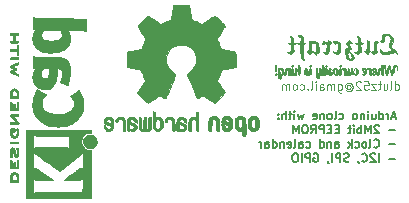
<source format=gbo>
%TF.GenerationSoftware,KiCad,Pcbnew,5.1.10-88a1d61d58~88~ubuntu20.04.1*%
%TF.CreationDate,2021-06-25T21:15:04-07:00*%
%TF.ProjectId,BACEE,42414345-452e-46b6-9963-61645f706362,1*%
%TF.SameCoordinates,Original*%
%TF.FileFunction,Legend,Bot*%
%TF.FilePolarity,Positive*%
%FSLAX46Y46*%
G04 Gerber Fmt 4.6, Leading zero omitted, Abs format (unit mm)*
G04 Created by KiCad (PCBNEW 5.1.10-88a1d61d58~88~ubuntu20.04.1) date 2021-06-25 21:15:04*
%MOMM*%
%LPD*%
G01*
G04 APERTURE LIST*
%ADD10C,0.150000*%
%ADD11C,0.110000*%
%ADD12C,0.010000*%
G04 APERTURE END LIST*
D10*
X106728566Y-107866866D02*
X106395233Y-107866866D01*
X106795233Y-108066866D02*
X106561900Y-107366866D01*
X106328566Y-108066866D01*
X106095233Y-108066866D02*
X106095233Y-107600200D01*
X106095233Y-107733533D02*
X106061900Y-107666866D01*
X106028566Y-107633533D01*
X105961900Y-107600200D01*
X105895233Y-107600200D01*
X105361900Y-108066866D02*
X105361900Y-107366866D01*
X105361900Y-108033533D02*
X105428566Y-108066866D01*
X105561900Y-108066866D01*
X105628566Y-108033533D01*
X105661900Y-108000200D01*
X105695233Y-107933533D01*
X105695233Y-107733533D01*
X105661900Y-107666866D01*
X105628566Y-107633533D01*
X105561900Y-107600200D01*
X105428566Y-107600200D01*
X105361900Y-107633533D01*
X104728566Y-107600200D02*
X104728566Y-108066866D01*
X105028566Y-107600200D02*
X105028566Y-107966866D01*
X104995233Y-108033533D01*
X104928566Y-108066866D01*
X104828566Y-108066866D01*
X104761900Y-108033533D01*
X104728566Y-108000200D01*
X104395233Y-108066866D02*
X104395233Y-107600200D01*
X104395233Y-107366866D02*
X104428566Y-107400200D01*
X104395233Y-107433533D01*
X104361900Y-107400200D01*
X104395233Y-107366866D01*
X104395233Y-107433533D01*
X104061900Y-107600200D02*
X104061900Y-108066866D01*
X104061900Y-107666866D02*
X104028566Y-107633533D01*
X103961900Y-107600200D01*
X103861900Y-107600200D01*
X103795233Y-107633533D01*
X103761900Y-107700200D01*
X103761900Y-108066866D01*
X103328566Y-108066866D02*
X103395233Y-108033533D01*
X103428566Y-108000200D01*
X103461900Y-107933533D01*
X103461900Y-107733533D01*
X103428566Y-107666866D01*
X103395233Y-107633533D01*
X103328566Y-107600200D01*
X103228566Y-107600200D01*
X103161900Y-107633533D01*
X103128566Y-107666866D01*
X103095233Y-107733533D01*
X103095233Y-107933533D01*
X103128566Y-108000200D01*
X103161900Y-108033533D01*
X103228566Y-108066866D01*
X103328566Y-108066866D01*
X101961900Y-108033533D02*
X102028566Y-108066866D01*
X102161900Y-108066866D01*
X102228566Y-108033533D01*
X102261900Y-108000200D01*
X102295233Y-107933533D01*
X102295233Y-107733533D01*
X102261900Y-107666866D01*
X102228566Y-107633533D01*
X102161900Y-107600200D01*
X102028566Y-107600200D01*
X101961900Y-107633533D01*
X101561900Y-108066866D02*
X101628566Y-108033533D01*
X101661900Y-107966866D01*
X101661900Y-107366866D01*
X101195233Y-108066866D02*
X101261900Y-108033533D01*
X101295233Y-108000200D01*
X101328566Y-107933533D01*
X101328566Y-107733533D01*
X101295233Y-107666866D01*
X101261900Y-107633533D01*
X101195233Y-107600200D01*
X101095233Y-107600200D01*
X101028566Y-107633533D01*
X100995233Y-107666866D01*
X100961900Y-107733533D01*
X100961900Y-107933533D01*
X100995233Y-108000200D01*
X101028566Y-108033533D01*
X101095233Y-108066866D01*
X101195233Y-108066866D01*
X100661900Y-107600200D02*
X100661900Y-108066866D01*
X100661900Y-107666866D02*
X100628566Y-107633533D01*
X100561900Y-107600200D01*
X100461900Y-107600200D01*
X100395233Y-107633533D01*
X100361900Y-107700200D01*
X100361900Y-108066866D01*
X99761900Y-108033533D02*
X99828566Y-108066866D01*
X99961900Y-108066866D01*
X100028566Y-108033533D01*
X100061900Y-107966866D01*
X100061900Y-107700200D01*
X100028566Y-107633533D01*
X99961900Y-107600200D01*
X99828566Y-107600200D01*
X99761900Y-107633533D01*
X99728566Y-107700200D01*
X99728566Y-107766866D01*
X100061900Y-107833533D01*
X98961900Y-107600200D02*
X98828566Y-108066866D01*
X98695233Y-107733533D01*
X98561900Y-108066866D01*
X98428566Y-107600200D01*
X98161900Y-108066866D02*
X98161900Y-107600200D01*
X98161900Y-107366866D02*
X98195233Y-107400200D01*
X98161900Y-107433533D01*
X98128566Y-107400200D01*
X98161900Y-107366866D01*
X98161900Y-107433533D01*
X97928566Y-107600200D02*
X97661900Y-107600200D01*
X97828566Y-107366866D02*
X97828566Y-107966866D01*
X97795233Y-108033533D01*
X97728566Y-108066866D01*
X97661900Y-108066866D01*
X97428566Y-108066866D02*
X97428566Y-107366866D01*
X97128566Y-108066866D02*
X97128566Y-107700200D01*
X97161900Y-107633533D01*
X97228566Y-107600200D01*
X97328566Y-107600200D01*
X97395233Y-107633533D01*
X97428566Y-107666866D01*
X96795233Y-108000200D02*
X96761900Y-108033533D01*
X96795233Y-108066866D01*
X96828566Y-108033533D01*
X96795233Y-108000200D01*
X96795233Y-108066866D01*
X96795233Y-107633533D02*
X96761900Y-107666866D01*
X96795233Y-107700200D01*
X96828566Y-107666866D01*
X96795233Y-107633533D01*
X96795233Y-107700200D01*
X106695233Y-109000200D02*
X106161900Y-109000200D01*
X105328566Y-108633533D02*
X105295233Y-108600200D01*
X105228566Y-108566866D01*
X105061900Y-108566866D01*
X104995233Y-108600200D01*
X104961900Y-108633533D01*
X104928566Y-108700200D01*
X104928566Y-108766866D01*
X104961900Y-108866866D01*
X105361900Y-109266866D01*
X104928566Y-109266866D01*
X104628566Y-109266866D02*
X104628566Y-108566866D01*
X104395233Y-109066866D01*
X104161900Y-108566866D01*
X104161900Y-109266866D01*
X103828566Y-109266866D02*
X103828566Y-108566866D01*
X103828566Y-108833533D02*
X103761900Y-108800200D01*
X103628566Y-108800200D01*
X103561900Y-108833533D01*
X103528566Y-108866866D01*
X103495233Y-108933533D01*
X103495233Y-109133533D01*
X103528566Y-109200200D01*
X103561900Y-109233533D01*
X103628566Y-109266866D01*
X103761900Y-109266866D01*
X103828566Y-109233533D01*
X103195233Y-109266866D02*
X103195233Y-108800200D01*
X103195233Y-108566866D02*
X103228566Y-108600200D01*
X103195233Y-108633533D01*
X103161900Y-108600200D01*
X103195233Y-108566866D01*
X103195233Y-108633533D01*
X102961900Y-108800200D02*
X102695233Y-108800200D01*
X102861900Y-108566866D02*
X102861900Y-109166866D01*
X102828566Y-109233533D01*
X102761900Y-109266866D01*
X102695233Y-109266866D01*
X101928566Y-108900200D02*
X101695233Y-108900200D01*
X101595233Y-109266866D02*
X101928566Y-109266866D01*
X101928566Y-108566866D01*
X101595233Y-108566866D01*
X101295233Y-108900200D02*
X101061900Y-108900200D01*
X100961900Y-109266866D02*
X101295233Y-109266866D01*
X101295233Y-108566866D01*
X100961900Y-108566866D01*
X100661900Y-109266866D02*
X100661900Y-108566866D01*
X100395233Y-108566866D01*
X100328566Y-108600200D01*
X100295233Y-108633533D01*
X100261900Y-108700200D01*
X100261900Y-108800200D01*
X100295233Y-108866866D01*
X100328566Y-108900200D01*
X100395233Y-108933533D01*
X100661900Y-108933533D01*
X99561900Y-109266866D02*
X99795233Y-108933533D01*
X99961900Y-109266866D02*
X99961900Y-108566866D01*
X99695233Y-108566866D01*
X99628566Y-108600200D01*
X99595233Y-108633533D01*
X99561900Y-108700200D01*
X99561900Y-108800200D01*
X99595233Y-108866866D01*
X99628566Y-108900200D01*
X99695233Y-108933533D01*
X99961900Y-108933533D01*
X99128566Y-108566866D02*
X98995233Y-108566866D01*
X98928566Y-108600200D01*
X98861900Y-108666866D01*
X98828566Y-108800200D01*
X98828566Y-109033533D01*
X98861900Y-109166866D01*
X98928566Y-109233533D01*
X98995233Y-109266866D01*
X99128566Y-109266866D01*
X99195233Y-109233533D01*
X99261900Y-109166866D01*
X99295233Y-109033533D01*
X99295233Y-108800200D01*
X99261900Y-108666866D01*
X99195233Y-108600200D01*
X99128566Y-108566866D01*
X98528566Y-109266866D02*
X98528566Y-108566866D01*
X98295233Y-109066866D01*
X98061900Y-108566866D01*
X98061900Y-109266866D01*
X106695233Y-110200200D02*
X106161900Y-110200200D01*
X104895233Y-110400200D02*
X104928566Y-110433533D01*
X105028566Y-110466866D01*
X105095233Y-110466866D01*
X105195233Y-110433533D01*
X105261900Y-110366866D01*
X105295233Y-110300200D01*
X105328566Y-110166866D01*
X105328566Y-110066866D01*
X105295233Y-109933533D01*
X105261900Y-109866866D01*
X105195233Y-109800200D01*
X105095233Y-109766866D01*
X105028566Y-109766866D01*
X104928566Y-109800200D01*
X104895233Y-109833533D01*
X104495233Y-110466866D02*
X104561900Y-110433533D01*
X104595233Y-110366866D01*
X104595233Y-109766866D01*
X104128566Y-110466866D02*
X104195233Y-110433533D01*
X104228566Y-110400200D01*
X104261900Y-110333533D01*
X104261900Y-110133533D01*
X104228566Y-110066866D01*
X104195233Y-110033533D01*
X104128566Y-110000200D01*
X104028566Y-110000200D01*
X103961900Y-110033533D01*
X103928566Y-110066866D01*
X103895233Y-110133533D01*
X103895233Y-110333533D01*
X103928566Y-110400200D01*
X103961900Y-110433533D01*
X104028566Y-110466866D01*
X104128566Y-110466866D01*
X103295233Y-110433533D02*
X103361900Y-110466866D01*
X103495233Y-110466866D01*
X103561900Y-110433533D01*
X103595233Y-110400200D01*
X103628566Y-110333533D01*
X103628566Y-110133533D01*
X103595233Y-110066866D01*
X103561900Y-110033533D01*
X103495233Y-110000200D01*
X103361900Y-110000200D01*
X103295233Y-110033533D01*
X102995233Y-110466866D02*
X102995233Y-109766866D01*
X102928566Y-110200200D02*
X102728566Y-110466866D01*
X102728566Y-110000200D02*
X102995233Y-110266866D01*
X101595233Y-110466866D02*
X101595233Y-110100200D01*
X101628566Y-110033533D01*
X101695233Y-110000200D01*
X101828566Y-110000200D01*
X101895233Y-110033533D01*
X101595233Y-110433533D02*
X101661900Y-110466866D01*
X101828566Y-110466866D01*
X101895233Y-110433533D01*
X101928566Y-110366866D01*
X101928566Y-110300200D01*
X101895233Y-110233533D01*
X101828566Y-110200200D01*
X101661900Y-110200200D01*
X101595233Y-110166866D01*
X101261900Y-110000200D02*
X101261900Y-110466866D01*
X101261900Y-110066866D02*
X101228566Y-110033533D01*
X101161900Y-110000200D01*
X101061900Y-110000200D01*
X100995233Y-110033533D01*
X100961900Y-110100200D01*
X100961900Y-110466866D01*
X100328566Y-110466866D02*
X100328566Y-109766866D01*
X100328566Y-110433533D02*
X100395233Y-110466866D01*
X100528566Y-110466866D01*
X100595233Y-110433533D01*
X100628566Y-110400200D01*
X100661900Y-110333533D01*
X100661900Y-110133533D01*
X100628566Y-110066866D01*
X100595233Y-110033533D01*
X100528566Y-110000200D01*
X100395233Y-110000200D01*
X100328566Y-110033533D01*
X99161900Y-110433533D02*
X99228566Y-110466866D01*
X99361900Y-110466866D01*
X99428566Y-110433533D01*
X99461900Y-110400200D01*
X99495233Y-110333533D01*
X99495233Y-110133533D01*
X99461900Y-110066866D01*
X99428566Y-110033533D01*
X99361900Y-110000200D01*
X99228566Y-110000200D01*
X99161900Y-110033533D01*
X98561900Y-110466866D02*
X98561900Y-110100200D01*
X98595233Y-110033533D01*
X98661900Y-110000200D01*
X98795233Y-110000200D01*
X98861900Y-110033533D01*
X98561900Y-110433533D02*
X98628566Y-110466866D01*
X98795233Y-110466866D01*
X98861900Y-110433533D01*
X98895233Y-110366866D01*
X98895233Y-110300200D01*
X98861900Y-110233533D01*
X98795233Y-110200200D01*
X98628566Y-110200200D01*
X98561900Y-110166866D01*
X98128566Y-110466866D02*
X98195233Y-110433533D01*
X98228566Y-110366866D01*
X98228566Y-109766866D01*
X97595233Y-110433533D02*
X97661900Y-110466866D01*
X97795233Y-110466866D01*
X97861900Y-110433533D01*
X97895233Y-110366866D01*
X97895233Y-110100200D01*
X97861900Y-110033533D01*
X97795233Y-110000200D01*
X97661900Y-110000200D01*
X97595233Y-110033533D01*
X97561900Y-110100200D01*
X97561900Y-110166866D01*
X97895233Y-110233533D01*
X97261900Y-110000200D02*
X97261900Y-110466866D01*
X97261900Y-110066866D02*
X97228566Y-110033533D01*
X97161900Y-110000200D01*
X97061900Y-110000200D01*
X96995233Y-110033533D01*
X96961900Y-110100200D01*
X96961900Y-110466866D01*
X96328566Y-110466866D02*
X96328566Y-109766866D01*
X96328566Y-110433533D02*
X96395233Y-110466866D01*
X96528566Y-110466866D01*
X96595233Y-110433533D01*
X96628566Y-110400200D01*
X96661900Y-110333533D01*
X96661900Y-110133533D01*
X96628566Y-110066866D01*
X96595233Y-110033533D01*
X96528566Y-110000200D01*
X96395233Y-110000200D01*
X96328566Y-110033533D01*
X95695233Y-110466866D02*
X95695233Y-110100200D01*
X95728566Y-110033533D01*
X95795233Y-110000200D01*
X95928566Y-110000200D01*
X95995233Y-110033533D01*
X95695233Y-110433533D02*
X95761900Y-110466866D01*
X95928566Y-110466866D01*
X95995233Y-110433533D01*
X96028566Y-110366866D01*
X96028566Y-110300200D01*
X95995233Y-110233533D01*
X95928566Y-110200200D01*
X95761900Y-110200200D01*
X95695233Y-110166866D01*
X95361900Y-110466866D02*
X95361900Y-110000200D01*
X95361900Y-110133533D02*
X95328566Y-110066866D01*
X95295233Y-110033533D01*
X95228566Y-110000200D01*
X95161900Y-110000200D01*
X106695233Y-111400200D02*
X106161900Y-111400200D01*
X105295233Y-111666866D02*
X105295233Y-110966866D01*
X104995233Y-111033533D02*
X104961900Y-111000200D01*
X104895233Y-110966866D01*
X104728566Y-110966866D01*
X104661900Y-111000200D01*
X104628566Y-111033533D01*
X104595233Y-111100200D01*
X104595233Y-111166866D01*
X104628566Y-111266866D01*
X105028566Y-111666866D01*
X104595233Y-111666866D01*
X103895233Y-111600200D02*
X103928566Y-111633533D01*
X104028566Y-111666866D01*
X104095233Y-111666866D01*
X104195233Y-111633533D01*
X104261900Y-111566866D01*
X104295233Y-111500200D01*
X104328566Y-111366866D01*
X104328566Y-111266866D01*
X104295233Y-111133533D01*
X104261900Y-111066866D01*
X104195233Y-111000200D01*
X104095233Y-110966866D01*
X104028566Y-110966866D01*
X103928566Y-111000200D01*
X103895233Y-111033533D01*
X103561900Y-111633533D02*
X103561900Y-111666866D01*
X103595233Y-111733533D01*
X103628566Y-111766866D01*
X102761900Y-111633533D02*
X102661900Y-111666866D01*
X102495233Y-111666866D01*
X102428566Y-111633533D01*
X102395233Y-111600200D01*
X102361900Y-111533533D01*
X102361900Y-111466866D01*
X102395233Y-111400200D01*
X102428566Y-111366866D01*
X102495233Y-111333533D01*
X102628566Y-111300200D01*
X102695233Y-111266866D01*
X102728566Y-111233533D01*
X102761900Y-111166866D01*
X102761900Y-111100200D01*
X102728566Y-111033533D01*
X102695233Y-111000200D01*
X102628566Y-110966866D01*
X102461900Y-110966866D01*
X102361900Y-111000200D01*
X102061900Y-111666866D02*
X102061900Y-110966866D01*
X101795233Y-110966866D01*
X101728566Y-111000200D01*
X101695233Y-111033533D01*
X101661900Y-111100200D01*
X101661900Y-111200200D01*
X101695233Y-111266866D01*
X101728566Y-111300200D01*
X101795233Y-111333533D01*
X102061900Y-111333533D01*
X101361900Y-111666866D02*
X101361900Y-110966866D01*
X100995233Y-111633533D02*
X100995233Y-111666866D01*
X101028566Y-111733533D01*
X101061900Y-111766866D01*
X99795233Y-111000200D02*
X99861900Y-110966866D01*
X99961900Y-110966866D01*
X100061900Y-111000200D01*
X100128566Y-111066866D01*
X100161900Y-111133533D01*
X100195233Y-111266866D01*
X100195233Y-111366866D01*
X100161900Y-111500200D01*
X100128566Y-111566866D01*
X100061900Y-111633533D01*
X99961900Y-111666866D01*
X99895233Y-111666866D01*
X99795233Y-111633533D01*
X99761900Y-111600200D01*
X99761900Y-111366866D01*
X99895233Y-111366866D01*
X99461900Y-111666866D02*
X99461900Y-110966866D01*
X99195233Y-110966866D01*
X99128566Y-111000200D01*
X99095233Y-111033533D01*
X99061900Y-111100200D01*
X99061900Y-111200200D01*
X99095233Y-111266866D01*
X99128566Y-111300200D01*
X99195233Y-111333533D01*
X99461900Y-111333533D01*
X98761900Y-111666866D02*
X98761900Y-110966866D01*
X98295233Y-110966866D02*
X98161900Y-110966866D01*
X98095233Y-111000200D01*
X98028566Y-111066866D01*
X97995233Y-111200200D01*
X97995233Y-111433533D01*
X98028566Y-111566866D01*
X98095233Y-111633533D01*
X98161900Y-111666866D01*
X98295233Y-111666866D01*
X98361900Y-111633533D01*
X98428566Y-111566866D01*
X98461900Y-111433533D01*
X98461900Y-111200200D01*
X98428566Y-111066866D01*
X98361900Y-111000200D01*
X98295233Y-110966866D01*
D11*
X106707200Y-105574266D02*
X106707200Y-104874266D01*
X106707200Y-105540933D02*
X106773866Y-105574266D01*
X106907200Y-105574266D01*
X106973866Y-105540933D01*
X107007200Y-105507600D01*
X107040533Y-105440933D01*
X107040533Y-105240933D01*
X107007200Y-105174266D01*
X106973866Y-105140933D01*
X106907200Y-105107600D01*
X106773866Y-105107600D01*
X106707200Y-105140933D01*
X106273866Y-105574266D02*
X106340533Y-105540933D01*
X106373866Y-105474266D01*
X106373866Y-104874266D01*
X105707200Y-105107600D02*
X105707200Y-105574266D01*
X106007200Y-105107600D02*
X106007200Y-105474266D01*
X105973866Y-105540933D01*
X105907200Y-105574266D01*
X105807200Y-105574266D01*
X105740533Y-105540933D01*
X105707200Y-105507600D01*
X105473866Y-105107600D02*
X105207200Y-105107600D01*
X105373866Y-104874266D02*
X105373866Y-105474266D01*
X105340533Y-105540933D01*
X105273866Y-105574266D01*
X105207200Y-105574266D01*
X105040533Y-105107600D02*
X104673866Y-105107600D01*
X105040533Y-105574266D01*
X104673866Y-105574266D01*
X104073866Y-104874266D02*
X104407200Y-104874266D01*
X104440533Y-105207600D01*
X104407200Y-105174266D01*
X104340533Y-105140933D01*
X104173866Y-105140933D01*
X104107200Y-105174266D01*
X104073866Y-105207600D01*
X104040533Y-105274266D01*
X104040533Y-105440933D01*
X104073866Y-105507600D01*
X104107200Y-105540933D01*
X104173866Y-105574266D01*
X104340533Y-105574266D01*
X104407200Y-105540933D01*
X104440533Y-105507600D01*
X103773866Y-104940933D02*
X103740533Y-104907600D01*
X103673866Y-104874266D01*
X103507200Y-104874266D01*
X103440533Y-104907600D01*
X103407200Y-104940933D01*
X103373866Y-105007600D01*
X103373866Y-105074266D01*
X103407200Y-105174266D01*
X103807200Y-105574266D01*
X103373866Y-105574266D01*
X102640533Y-105240933D02*
X102673866Y-105207600D01*
X102740533Y-105174266D01*
X102807200Y-105174266D01*
X102873866Y-105207600D01*
X102907200Y-105240933D01*
X102940533Y-105307600D01*
X102940533Y-105374266D01*
X102907200Y-105440933D01*
X102873866Y-105474266D01*
X102807200Y-105507600D01*
X102740533Y-105507600D01*
X102673866Y-105474266D01*
X102640533Y-105440933D01*
X102640533Y-105174266D02*
X102640533Y-105440933D01*
X102607200Y-105474266D01*
X102573866Y-105474266D01*
X102507200Y-105440933D01*
X102473866Y-105374266D01*
X102473866Y-105207600D01*
X102540533Y-105107600D01*
X102640533Y-105040933D01*
X102773866Y-105007600D01*
X102907200Y-105040933D01*
X103007200Y-105107600D01*
X103073866Y-105207600D01*
X103107200Y-105340933D01*
X103073866Y-105474266D01*
X103007200Y-105574266D01*
X102907200Y-105640933D01*
X102773866Y-105674266D01*
X102640533Y-105640933D01*
X102540533Y-105574266D01*
X101873866Y-105107600D02*
X101873866Y-105674266D01*
X101907200Y-105740933D01*
X101940533Y-105774266D01*
X102007200Y-105807600D01*
X102107200Y-105807600D01*
X102173866Y-105774266D01*
X101873866Y-105540933D02*
X101940533Y-105574266D01*
X102073866Y-105574266D01*
X102140533Y-105540933D01*
X102173866Y-105507600D01*
X102207200Y-105440933D01*
X102207200Y-105240933D01*
X102173866Y-105174266D01*
X102140533Y-105140933D01*
X102073866Y-105107600D01*
X101940533Y-105107600D01*
X101873866Y-105140933D01*
X101540533Y-105574266D02*
X101540533Y-105107600D01*
X101540533Y-105174266D02*
X101507200Y-105140933D01*
X101440533Y-105107600D01*
X101340533Y-105107600D01*
X101273866Y-105140933D01*
X101240533Y-105207600D01*
X101240533Y-105574266D01*
X101240533Y-105207600D02*
X101207200Y-105140933D01*
X101140533Y-105107600D01*
X101040533Y-105107600D01*
X100973866Y-105140933D01*
X100940533Y-105207600D01*
X100940533Y-105574266D01*
X100307200Y-105574266D02*
X100307200Y-105207600D01*
X100340533Y-105140933D01*
X100407200Y-105107600D01*
X100540533Y-105107600D01*
X100607200Y-105140933D01*
X100307200Y-105540933D02*
X100373866Y-105574266D01*
X100540533Y-105574266D01*
X100607200Y-105540933D01*
X100640533Y-105474266D01*
X100640533Y-105407600D01*
X100607200Y-105340933D01*
X100540533Y-105307600D01*
X100373866Y-105307600D01*
X100307200Y-105274266D01*
X99973866Y-105574266D02*
X99973866Y-105107600D01*
X99973866Y-104874266D02*
X100007200Y-104907600D01*
X99973866Y-104940933D01*
X99940533Y-104907600D01*
X99973866Y-104874266D01*
X99973866Y-104940933D01*
X99540533Y-105574266D02*
X99607200Y-105540933D01*
X99640533Y-105474266D01*
X99640533Y-104874266D01*
X99273866Y-105507600D02*
X99240533Y-105540933D01*
X99273866Y-105574266D01*
X99307200Y-105540933D01*
X99273866Y-105507600D01*
X99273866Y-105574266D01*
X98640533Y-105540933D02*
X98707200Y-105574266D01*
X98840533Y-105574266D01*
X98907200Y-105540933D01*
X98940533Y-105507600D01*
X98973866Y-105440933D01*
X98973866Y-105240933D01*
X98940533Y-105174266D01*
X98907200Y-105140933D01*
X98840533Y-105107600D01*
X98707200Y-105107600D01*
X98640533Y-105140933D01*
X98240533Y-105574266D02*
X98307200Y-105540933D01*
X98340533Y-105507600D01*
X98373866Y-105440933D01*
X98373866Y-105240933D01*
X98340533Y-105174266D01*
X98307200Y-105140933D01*
X98240533Y-105107600D01*
X98140533Y-105107600D01*
X98073866Y-105140933D01*
X98040533Y-105174266D01*
X98007200Y-105240933D01*
X98007200Y-105440933D01*
X98040533Y-105507600D01*
X98073866Y-105540933D01*
X98140533Y-105574266D01*
X98240533Y-105574266D01*
X97707200Y-105574266D02*
X97707200Y-105107600D01*
X97707200Y-105174266D02*
X97673866Y-105140933D01*
X97607200Y-105107600D01*
X97507200Y-105107600D01*
X97440533Y-105140933D01*
X97407200Y-105207600D01*
X97407200Y-105574266D01*
X97407200Y-105207600D02*
X97373866Y-105140933D01*
X97307200Y-105107600D01*
X97207200Y-105107600D01*
X97140533Y-105140933D01*
X97107200Y-105207600D01*
X97107200Y-105574266D01*
D12*
%TO.C,G\u002A\u002A\u002A*%
G36*
X100514828Y-103517869D02*
G01*
X100488813Y-103568640D01*
X100477570Y-103675554D01*
X100478111Y-103856853D01*
X100481653Y-103974900D01*
X100476294Y-104125702D01*
X100450892Y-104207686D01*
X100435367Y-104216200D01*
X100402674Y-104169743D01*
X100383574Y-104047083D01*
X100380800Y-103962200D01*
X100372643Y-103802468D01*
X100344400Y-103724453D01*
X100304600Y-103708200D01*
X100257030Y-103735003D01*
X100233568Y-103828037D01*
X100228400Y-103966433D01*
X100214131Y-104133143D01*
X100179774Y-104205541D01*
X100138002Y-104185485D01*
X100101490Y-104074835D01*
X100085917Y-103945529D01*
X100067229Y-103806144D01*
X100037293Y-103720790D01*
X100020439Y-103708200D01*
X99997338Y-103756253D01*
X99984637Y-103890258D01*
X99983549Y-104094984D01*
X99985123Y-104152128D01*
X99995219Y-104370195D01*
X100010871Y-104506183D01*
X100036471Y-104579608D01*
X100076410Y-104609984D01*
X100088854Y-104613082D01*
X100179310Y-104588815D01*
X100209315Y-104548262D01*
X100206248Y-104498598D01*
X100177600Y-104498598D01*
X100152973Y-104551178D01*
X100126800Y-104546400D01*
X100077938Y-104481454D01*
X100076000Y-104467201D01*
X100114748Y-104420768D01*
X100126800Y-104419400D01*
X100171383Y-104460749D01*
X100177600Y-104498598D01*
X100206248Y-104498598D01*
X100203218Y-104449546D01*
X100161048Y-104378375D01*
X100127282Y-104333636D01*
X100138037Y-104308090D01*
X100209832Y-104297279D01*
X100359188Y-104296745D01*
X100456321Y-104298674D01*
X100663592Y-104298117D01*
X100788435Y-104283109D01*
X100849378Y-104250639D01*
X100859634Y-104233097D01*
X100892070Y-104190060D01*
X100955621Y-104202698D01*
X101035137Y-104246098D01*
X101159529Y-104297373D01*
X101260134Y-104302981D01*
X101264138Y-104301602D01*
X101322453Y-104243462D01*
X101345244Y-104155707D01*
X101327741Y-104082587D01*
X101289765Y-104063800D01*
X101255798Y-104100752D01*
X101262771Y-104140000D01*
X101254966Y-104205536D01*
X101217406Y-104216200D01*
X101166317Y-104173539D01*
X101143032Y-104072589D01*
X101151817Y-103953891D01*
X101181828Y-103877909D01*
X101241080Y-103857527D01*
X101323734Y-103902499D01*
X101403067Y-103989804D01*
X101452356Y-104096422D01*
X101455680Y-104113813D01*
X101510868Y-104242325D01*
X101611444Y-104308266D01*
X101728004Y-104293708D01*
X101739700Y-104286952D01*
X101820155Y-104187057D01*
X101837759Y-104106627D01*
X101709295Y-104106627D01*
X101680645Y-104192321D01*
X101612700Y-104206413D01*
X101549592Y-104162699D01*
X101524041Y-104049754D01*
X101522244Y-103995599D01*
X101528201Y-103866551D01*
X101544915Y-103790095D01*
X101550070Y-103783862D01*
X101618718Y-103789754D01*
X101680240Y-103862505D01*
X101702215Y-103936800D01*
X101709295Y-104106627D01*
X101837759Y-104106627D01*
X101851351Y-104044534D01*
X101835364Y-103896207D01*
X101774271Y-103778900D01*
X101708639Y-103735833D01*
X101581471Y-103726433D01*
X101482179Y-103769852D01*
X101447600Y-103840635D01*
X101421082Y-103904789D01*
X101357857Y-103892448D01*
X101283411Y-103809800D01*
X101200199Y-103720925D01*
X101125825Y-103732698D01*
X101061957Y-103844420D01*
X101041200Y-103911400D01*
X100996617Y-104037536D01*
X100950853Y-104108738D01*
X100937642Y-104114600D01*
X100907056Y-104069527D01*
X100890045Y-103956933D01*
X100888800Y-103911400D01*
X100876218Y-103770108D01*
X100834507Y-103711887D01*
X100812600Y-103708200D01*
X100764681Y-103735391D01*
X100741277Y-103829536D01*
X100736400Y-103962200D01*
X100726420Y-104114379D01*
X100700070Y-104203290D01*
X100681834Y-104216200D01*
X100649331Y-104169620D01*
X100635073Y-104044845D01*
X100635548Y-103974900D01*
X100640659Y-103751673D01*
X100635412Y-103611537D01*
X100616819Y-103536250D01*
X100581894Y-103507568D01*
X100558600Y-103505000D01*
X100514828Y-103517869D01*
G37*
X100514828Y-103517869D02*
X100488813Y-103568640D01*
X100477570Y-103675554D01*
X100478111Y-103856853D01*
X100481653Y-103974900D01*
X100476294Y-104125702D01*
X100450892Y-104207686D01*
X100435367Y-104216200D01*
X100402674Y-104169743D01*
X100383574Y-104047083D01*
X100380800Y-103962200D01*
X100372643Y-103802468D01*
X100344400Y-103724453D01*
X100304600Y-103708200D01*
X100257030Y-103735003D01*
X100233568Y-103828037D01*
X100228400Y-103966433D01*
X100214131Y-104133143D01*
X100179774Y-104205541D01*
X100138002Y-104185485D01*
X100101490Y-104074835D01*
X100085917Y-103945529D01*
X100067229Y-103806144D01*
X100037293Y-103720790D01*
X100020439Y-103708200D01*
X99997338Y-103756253D01*
X99984637Y-103890258D01*
X99983549Y-104094984D01*
X99985123Y-104152128D01*
X99995219Y-104370195D01*
X100010871Y-104506183D01*
X100036471Y-104579608D01*
X100076410Y-104609984D01*
X100088854Y-104613082D01*
X100179310Y-104588815D01*
X100209315Y-104548262D01*
X100206248Y-104498598D01*
X100177600Y-104498598D01*
X100152973Y-104551178D01*
X100126800Y-104546400D01*
X100077938Y-104481454D01*
X100076000Y-104467201D01*
X100114748Y-104420768D01*
X100126800Y-104419400D01*
X100171383Y-104460749D01*
X100177600Y-104498598D01*
X100206248Y-104498598D01*
X100203218Y-104449546D01*
X100161048Y-104378375D01*
X100127282Y-104333636D01*
X100138037Y-104308090D01*
X100209832Y-104297279D01*
X100359188Y-104296745D01*
X100456321Y-104298674D01*
X100663592Y-104298117D01*
X100788435Y-104283109D01*
X100849378Y-104250639D01*
X100859634Y-104233097D01*
X100892070Y-104190060D01*
X100955621Y-104202698D01*
X101035137Y-104246098D01*
X101159529Y-104297373D01*
X101260134Y-104302981D01*
X101264138Y-104301602D01*
X101322453Y-104243462D01*
X101345244Y-104155707D01*
X101327741Y-104082587D01*
X101289765Y-104063800D01*
X101255798Y-104100752D01*
X101262771Y-104140000D01*
X101254966Y-104205536D01*
X101217406Y-104216200D01*
X101166317Y-104173539D01*
X101143032Y-104072589D01*
X101151817Y-103953891D01*
X101181828Y-103877909D01*
X101241080Y-103857527D01*
X101323734Y-103902499D01*
X101403067Y-103989804D01*
X101452356Y-104096422D01*
X101455680Y-104113813D01*
X101510868Y-104242325D01*
X101611444Y-104308266D01*
X101728004Y-104293708D01*
X101739700Y-104286952D01*
X101820155Y-104187057D01*
X101837759Y-104106627D01*
X101709295Y-104106627D01*
X101680645Y-104192321D01*
X101612700Y-104206413D01*
X101549592Y-104162699D01*
X101524041Y-104049754D01*
X101522244Y-103995599D01*
X101528201Y-103866551D01*
X101544915Y-103790095D01*
X101550070Y-103783862D01*
X101618718Y-103789754D01*
X101680240Y-103862505D01*
X101702215Y-103936800D01*
X101709295Y-104106627D01*
X101837759Y-104106627D01*
X101851351Y-104044534D01*
X101835364Y-103896207D01*
X101774271Y-103778900D01*
X101708639Y-103735833D01*
X101581471Y-103726433D01*
X101482179Y-103769852D01*
X101447600Y-103840635D01*
X101421082Y-103904789D01*
X101357857Y-103892448D01*
X101283411Y-103809800D01*
X101200199Y-103720925D01*
X101125825Y-103732698D01*
X101061957Y-103844420D01*
X101041200Y-103911400D01*
X100996617Y-104037536D01*
X100950853Y-104108738D01*
X100937642Y-104114600D01*
X100907056Y-104069527D01*
X100890045Y-103956933D01*
X100888800Y-103911400D01*
X100876218Y-103770108D01*
X100834507Y-103711887D01*
X100812600Y-103708200D01*
X100764681Y-103735391D01*
X100741277Y-103829536D01*
X100736400Y-103962200D01*
X100726420Y-104114379D01*
X100700070Y-104203290D01*
X100681834Y-104216200D01*
X100649331Y-104169620D01*
X100635073Y-104044845D01*
X100635548Y-103974900D01*
X100640659Y-103751673D01*
X100635412Y-103611537D01*
X100616819Y-103536250D01*
X100581894Y-103507568D01*
X100558600Y-103505000D01*
X100514828Y-103517869D01*
G36*
X98474529Y-103486505D02*
G01*
X98452293Y-103594551D01*
X98450400Y-103665273D01*
X98447239Y-103795014D01*
X98429597Y-103839908D01*
X98385238Y-103816683D01*
X98357500Y-103792273D01*
X98270129Y-103727406D01*
X98216463Y-103710652D01*
X98217753Y-103745048D01*
X98239772Y-103775448D01*
X98266414Y-103858174D01*
X98250293Y-103889748D01*
X98207071Y-103974598D01*
X98188002Y-104053112D01*
X98157175Y-104158907D01*
X98117248Y-104173855D01*
X98079474Y-104106651D01*
X98055102Y-103965988D01*
X98053917Y-103949500D01*
X98031713Y-103787400D01*
X97989424Y-103714701D01*
X97965017Y-103708200D01*
X97918283Y-103738473D01*
X97895678Y-103840543D01*
X97891600Y-103962200D01*
X97882463Y-104107092D01*
X97859099Y-104199058D01*
X97840800Y-104216200D01*
X97811656Y-104170547D01*
X97793281Y-104053972D01*
X97790000Y-103965597D01*
X97786958Y-103816630D01*
X97766231Y-103743203D01*
X97710424Y-103719254D01*
X97624900Y-103718285D01*
X97457137Y-103743514D01*
X97365960Y-103822867D01*
X97333731Y-103974513D01*
X97332800Y-104019220D01*
X97321202Y-104144147D01*
X97292329Y-104212079D01*
X97282000Y-104216200D01*
X97248146Y-104171608D01*
X97236732Y-104096421D01*
X97108377Y-104096421D01*
X97101929Y-104121756D01*
X97041081Y-104202917D01*
X96961150Y-104203465D01*
X96906436Y-104135845D01*
X96879746Y-104012460D01*
X96880195Y-103885058D01*
X96906493Y-103799654D01*
X96916126Y-103790750D01*
X96992516Y-103790231D01*
X97061225Y-103860963D01*
X97105447Y-103973007D01*
X97108377Y-104096421D01*
X97236732Y-104096421D01*
X97231543Y-104062245D01*
X97231200Y-104042028D01*
X97193980Y-103858406D01*
X97086236Y-103745037D01*
X96922772Y-103708200D01*
X96774000Y-103708200D01*
X96774000Y-104085045D01*
X96777997Y-104280431D01*
X96788522Y-104442283D01*
X96803378Y-104538027D01*
X96804836Y-104542245D01*
X96861705Y-104599734D01*
X96946429Y-104622336D01*
X97014164Y-104604112D01*
X97028000Y-104571800D01*
X96990622Y-104532458D01*
X96970850Y-104533700D01*
X96905613Y-104505714D01*
X96887719Y-104474805D01*
X96890796Y-104426798D01*
X96954721Y-104438891D01*
X97013787Y-104457014D01*
X97005576Y-104429904D01*
X96948952Y-104364034D01*
X96883141Y-104286964D01*
X96885908Y-104267165D01*
X96951800Y-104284488D01*
X97068448Y-104290156D01*
X97125055Y-104270502D01*
X97231277Y-104258325D01*
X97291705Y-104284362D01*
X97388493Y-104306123D01*
X97452604Y-104233548D01*
X97482407Y-104069044D01*
X97484423Y-104000300D01*
X97499495Y-103863585D01*
X97546866Y-103811315D01*
X97561400Y-103809800D01*
X97609732Y-103837458D01*
X97633061Y-103932927D01*
X97637600Y-104058940D01*
X97637600Y-104308081D01*
X97955100Y-104300240D01*
X98272600Y-104292400D01*
X98288519Y-104127300D01*
X98323296Y-103997480D01*
X98377839Y-103957492D01*
X98428193Y-104005457D01*
X98450400Y-104139494D01*
X98450400Y-104140000D01*
X98466924Y-104271503D01*
X98519661Y-104317478D01*
X98526600Y-104317800D01*
X98564696Y-104299365D01*
X98588013Y-104232259D01*
X98599672Y-104098783D01*
X98602800Y-103886000D01*
X98599547Y-103670122D01*
X98587705Y-103537998D01*
X98564151Y-103471925D01*
X98526600Y-103454200D01*
X98474529Y-103486505D01*
G37*
X98474529Y-103486505D02*
X98452293Y-103594551D01*
X98450400Y-103665273D01*
X98447239Y-103795014D01*
X98429597Y-103839908D01*
X98385238Y-103816683D01*
X98357500Y-103792273D01*
X98270129Y-103727406D01*
X98216463Y-103710652D01*
X98217753Y-103745048D01*
X98239772Y-103775448D01*
X98266414Y-103858174D01*
X98250293Y-103889748D01*
X98207071Y-103974598D01*
X98188002Y-104053112D01*
X98157175Y-104158907D01*
X98117248Y-104173855D01*
X98079474Y-104106651D01*
X98055102Y-103965988D01*
X98053917Y-103949500D01*
X98031713Y-103787400D01*
X97989424Y-103714701D01*
X97965017Y-103708200D01*
X97918283Y-103738473D01*
X97895678Y-103840543D01*
X97891600Y-103962200D01*
X97882463Y-104107092D01*
X97859099Y-104199058D01*
X97840800Y-104216200D01*
X97811656Y-104170547D01*
X97793281Y-104053972D01*
X97790000Y-103965597D01*
X97786958Y-103816630D01*
X97766231Y-103743203D01*
X97710424Y-103719254D01*
X97624900Y-103718285D01*
X97457137Y-103743514D01*
X97365960Y-103822867D01*
X97333731Y-103974513D01*
X97332800Y-104019220D01*
X97321202Y-104144147D01*
X97292329Y-104212079D01*
X97282000Y-104216200D01*
X97248146Y-104171608D01*
X97236732Y-104096421D01*
X97108377Y-104096421D01*
X97101929Y-104121756D01*
X97041081Y-104202917D01*
X96961150Y-104203465D01*
X96906436Y-104135845D01*
X96879746Y-104012460D01*
X96880195Y-103885058D01*
X96906493Y-103799654D01*
X96916126Y-103790750D01*
X96992516Y-103790231D01*
X97061225Y-103860963D01*
X97105447Y-103973007D01*
X97108377Y-104096421D01*
X97236732Y-104096421D01*
X97231543Y-104062245D01*
X97231200Y-104042028D01*
X97193980Y-103858406D01*
X97086236Y-103745037D01*
X96922772Y-103708200D01*
X96774000Y-103708200D01*
X96774000Y-104085045D01*
X96777997Y-104280431D01*
X96788522Y-104442283D01*
X96803378Y-104538027D01*
X96804836Y-104542245D01*
X96861705Y-104599734D01*
X96946429Y-104622336D01*
X97014164Y-104604112D01*
X97028000Y-104571800D01*
X96990622Y-104532458D01*
X96970850Y-104533700D01*
X96905613Y-104505714D01*
X96887719Y-104474805D01*
X96890796Y-104426798D01*
X96954721Y-104438891D01*
X97013787Y-104457014D01*
X97005576Y-104429904D01*
X96948952Y-104364034D01*
X96883141Y-104286964D01*
X96885908Y-104267165D01*
X96951800Y-104284488D01*
X97068448Y-104290156D01*
X97125055Y-104270502D01*
X97231277Y-104258325D01*
X97291705Y-104284362D01*
X97388493Y-104306123D01*
X97452604Y-104233548D01*
X97482407Y-104069044D01*
X97484423Y-104000300D01*
X97499495Y-103863585D01*
X97546866Y-103811315D01*
X97561400Y-103809800D01*
X97609732Y-103837458D01*
X97633061Y-103932927D01*
X97637600Y-104058940D01*
X97637600Y-104308081D01*
X97955100Y-104300240D01*
X98272600Y-104292400D01*
X98288519Y-104127300D01*
X98323296Y-103997480D01*
X98377839Y-103957492D01*
X98428193Y-104005457D01*
X98450400Y-104139494D01*
X98450400Y-104140000D01*
X98466924Y-104271503D01*
X98519661Y-104317478D01*
X98526600Y-104317800D01*
X98564696Y-104299365D01*
X98588013Y-104232259D01*
X98599672Y-104098783D01*
X98602800Y-103886000D01*
X98599547Y-103670122D01*
X98587705Y-103537998D01*
X98564151Y-103471925D01*
X98526600Y-103454200D01*
X98474529Y-103486505D01*
G36*
X105727767Y-103493470D02*
G01*
X105734914Y-103543100D01*
X105761084Y-103643533D01*
X105797193Y-103798528D01*
X105816400Y-103886000D01*
X105863552Y-104096010D01*
X105899811Y-104225058D01*
X105932772Y-104292084D01*
X105970032Y-104316030D01*
X105989540Y-104317800D01*
X106036237Y-104271621D01*
X106087520Y-104149191D01*
X106121543Y-104025700D01*
X106188853Y-103733600D01*
X106262102Y-104025700D01*
X106312734Y-104186759D01*
X106365990Y-104291357D01*
X106400604Y-104317800D01*
X106446461Y-104270498D01*
X106500597Y-104140190D01*
X106554492Y-103949500D01*
X106600380Y-103765752D01*
X106639531Y-103621349D01*
X106664309Y-103544269D01*
X106666087Y-103540633D01*
X106713141Y-103521799D01*
X106768954Y-103569840D01*
X106811136Y-103654925D01*
X106818130Y-103743210D01*
X106816603Y-103832957D01*
X106839445Y-103860600D01*
X106880892Y-103820725D01*
X106886136Y-103726556D01*
X106861059Y-103616269D01*
X106811543Y-103528043D01*
X106784940Y-103506787D01*
X106666094Y-103458615D01*
X106585261Y-103474963D01*
X106527735Y-103567927D01*
X106478811Y-103749601D01*
X106476485Y-103760487D01*
X106436561Y-103925234D01*
X106398164Y-104045369D01*
X106373601Y-104090188D01*
X106346019Y-104056859D01*
X106310092Y-103946983D01*
X106273587Y-103784326D01*
X106273506Y-103783901D01*
X106235988Y-103616783D01*
X106197931Y-103498157D01*
X106168206Y-103454200D01*
X106131061Y-103498642D01*
X106087941Y-103610637D01*
X106071502Y-103670100D01*
X106012290Y-103907419D01*
X105971965Y-104051540D01*
X105943719Y-104107559D01*
X105920739Y-104080573D01*
X105896214Y-103975680D01*
X105867859Y-103822500D01*
X105829400Y-103644708D01*
X105790148Y-103514032D01*
X105757768Y-103455277D01*
X105754041Y-103454200D01*
X105727767Y-103493470D01*
G37*
X105727767Y-103493470D02*
X105734914Y-103543100D01*
X105761084Y-103643533D01*
X105797193Y-103798528D01*
X105816400Y-103886000D01*
X105863552Y-104096010D01*
X105899811Y-104225058D01*
X105932772Y-104292084D01*
X105970032Y-104316030D01*
X105989540Y-104317800D01*
X106036237Y-104271621D01*
X106087520Y-104149191D01*
X106121543Y-104025700D01*
X106188853Y-103733600D01*
X106262102Y-104025700D01*
X106312734Y-104186759D01*
X106365990Y-104291357D01*
X106400604Y-104317800D01*
X106446461Y-104270498D01*
X106500597Y-104140190D01*
X106554492Y-103949500D01*
X106600380Y-103765752D01*
X106639531Y-103621349D01*
X106664309Y-103544269D01*
X106666087Y-103540633D01*
X106713141Y-103521799D01*
X106768954Y-103569840D01*
X106811136Y-103654925D01*
X106818130Y-103743210D01*
X106816603Y-103832957D01*
X106839445Y-103860600D01*
X106880892Y-103820725D01*
X106886136Y-103726556D01*
X106861059Y-103616269D01*
X106811543Y-103528043D01*
X106784940Y-103506787D01*
X106666094Y-103458615D01*
X106585261Y-103474963D01*
X106527735Y-103567927D01*
X106478811Y-103749601D01*
X106476485Y-103760487D01*
X106436561Y-103925234D01*
X106398164Y-104045369D01*
X106373601Y-104090188D01*
X106346019Y-104056859D01*
X106310092Y-103946983D01*
X106273587Y-103784326D01*
X106273506Y-103783901D01*
X106235988Y-103616783D01*
X106197931Y-103498157D01*
X106168206Y-103454200D01*
X106131061Y-103498642D01*
X106087941Y-103610637D01*
X106071502Y-103670100D01*
X106012290Y-103907419D01*
X105971965Y-104051540D01*
X105943719Y-104107559D01*
X105920739Y-104080573D01*
X105896214Y-103975680D01*
X105867859Y-103822500D01*
X105829400Y-103644708D01*
X105790148Y-103514032D01*
X105757768Y-103455277D01*
X105754041Y-103454200D01*
X105727767Y-103493470D01*
G36*
X105527259Y-103499558D02*
G01*
X105511600Y-103605005D01*
X105498685Y-103709619D01*
X105452885Y-103731812D01*
X105434754Y-103726322D01*
X105327827Y-103729341D01*
X105247868Y-103815676D01*
X105208634Y-103967903D01*
X105206800Y-104014986D01*
X105191478Y-104147257D01*
X105153147Y-104225545D01*
X105143300Y-104231452D01*
X105122232Y-104263227D01*
X105173827Y-104293888D01*
X105273714Y-104295973D01*
X105335172Y-104204099D01*
X105358238Y-104018205D01*
X105358423Y-104000300D01*
X105373495Y-103863585D01*
X105420866Y-103811315D01*
X105435400Y-103809800D01*
X105483320Y-103836991D01*
X105506724Y-103931136D01*
X105511600Y-104063800D01*
X105519758Y-104223531D01*
X105548001Y-104301546D01*
X105587800Y-104317800D01*
X105625896Y-104299365D01*
X105649213Y-104232259D01*
X105660872Y-104098783D01*
X105664000Y-103886000D01*
X105660747Y-103670122D01*
X105648905Y-103537998D01*
X105625351Y-103471925D01*
X105587800Y-103454200D01*
X105527259Y-103499558D01*
G37*
X105527259Y-103499558D02*
X105511600Y-103605005D01*
X105498685Y-103709619D01*
X105452885Y-103731812D01*
X105434754Y-103726322D01*
X105327827Y-103729341D01*
X105247868Y-103815676D01*
X105208634Y-103967903D01*
X105206800Y-104014986D01*
X105191478Y-104147257D01*
X105153147Y-104225545D01*
X105143300Y-104231452D01*
X105122232Y-104263227D01*
X105173827Y-104293888D01*
X105273714Y-104295973D01*
X105335172Y-104204099D01*
X105358238Y-104018205D01*
X105358423Y-104000300D01*
X105373495Y-103863585D01*
X105420866Y-103811315D01*
X105435400Y-103809800D01*
X105483320Y-103836991D01*
X105506724Y-103931136D01*
X105511600Y-104063800D01*
X105519758Y-104223531D01*
X105548001Y-104301546D01*
X105587800Y-104317800D01*
X105625896Y-104299365D01*
X105649213Y-104232259D01*
X105660872Y-104098783D01*
X105664000Y-103886000D01*
X105660747Y-103670122D01*
X105648905Y-103537998D01*
X105625351Y-103471925D01*
X105587800Y-103454200D01*
X105527259Y-103499558D01*
G36*
X104775820Y-103745377D02*
G01*
X104728863Y-103833425D01*
X104740796Y-103937115D01*
X104814093Y-104021218D01*
X104855893Y-104039889D01*
X104934498Y-104095513D01*
X104947205Y-104166007D01*
X104892814Y-104212641D01*
X104861360Y-104216200D01*
X104733677Y-104174132D01*
X104663112Y-104048494D01*
X104648000Y-103906320D01*
X104641326Y-103782716D01*
X104601853Y-103730243D01*
X104500412Y-103718498D01*
X104467660Y-103718360D01*
X104343559Y-103732611D01*
X104305662Y-103772403D01*
X104306794Y-103776779D01*
X104367509Y-103830196D01*
X104398234Y-103835200D01*
X104449767Y-103876680D01*
X104479657Y-104006760D01*
X104485684Y-104076500D01*
X104507888Y-104238599D01*
X104550177Y-104311298D01*
X104574584Y-104317800D01*
X104640366Y-104288493D01*
X104648000Y-104265212D01*
X104679097Y-104238572D01*
X104746261Y-104265212D01*
X104903841Y-104314995D01*
X105026093Y-104273261D01*
X105044240Y-104256840D01*
X105101355Y-104141794D01*
X105102367Y-103995995D01*
X105100122Y-103988857D01*
X104979594Y-103988857D01*
X104938220Y-104007023D01*
X104914422Y-104003452D01*
X104839084Y-103945622D01*
X104808826Y-103867122D01*
X104817636Y-103781865D01*
X104864010Y-103772085D01*
X104924597Y-103831948D01*
X104960370Y-103904987D01*
X104979594Y-103988857D01*
X105100122Y-103988857D01*
X105057340Y-103852890D01*
X104976335Y-103745929D01*
X104879192Y-103708200D01*
X104775820Y-103745377D01*
G37*
X104775820Y-103745377D02*
X104728863Y-103833425D01*
X104740796Y-103937115D01*
X104814093Y-104021218D01*
X104855893Y-104039889D01*
X104934498Y-104095513D01*
X104947205Y-104166007D01*
X104892814Y-104212641D01*
X104861360Y-104216200D01*
X104733677Y-104174132D01*
X104663112Y-104048494D01*
X104648000Y-103906320D01*
X104641326Y-103782716D01*
X104601853Y-103730243D01*
X104500412Y-103718498D01*
X104467660Y-103718360D01*
X104343559Y-103732611D01*
X104305662Y-103772403D01*
X104306794Y-103776779D01*
X104367509Y-103830196D01*
X104398234Y-103835200D01*
X104449767Y-103876680D01*
X104479657Y-104006760D01*
X104485684Y-104076500D01*
X104507888Y-104238599D01*
X104550177Y-104311298D01*
X104574584Y-104317800D01*
X104640366Y-104288493D01*
X104648000Y-104265212D01*
X104679097Y-104238572D01*
X104746261Y-104265212D01*
X104903841Y-104314995D01*
X105026093Y-104273261D01*
X105044240Y-104256840D01*
X105101355Y-104141794D01*
X105102367Y-103995995D01*
X105100122Y-103988857D01*
X104979594Y-103988857D01*
X104938220Y-104007023D01*
X104914422Y-104003452D01*
X104839084Y-103945622D01*
X104808826Y-103867122D01*
X104817636Y-103781865D01*
X104864010Y-103772085D01*
X104924597Y-103831948D01*
X104960370Y-103904987D01*
X104979594Y-103988857D01*
X105100122Y-103988857D01*
X105057340Y-103852890D01*
X104976335Y-103745929D01*
X104879192Y-103708200D01*
X104775820Y-103745377D01*
G36*
X103912220Y-103745377D02*
G01*
X103865263Y-103833425D01*
X103877196Y-103937115D01*
X103950493Y-104021218D01*
X103992293Y-104039889D01*
X104078811Y-104097164D01*
X104080055Y-104164642D01*
X104003552Y-104211172D01*
X103949500Y-104216977D01*
X103860812Y-104224563D01*
X103863494Y-104250840D01*
X103886000Y-104267000D01*
X104016190Y-104313904D01*
X104132834Y-104264516D01*
X104161772Y-104237971D01*
X104227733Y-104116217D01*
X104233332Y-103988857D01*
X104115994Y-103988857D01*
X104074620Y-104007023D01*
X104050822Y-104003452D01*
X103975484Y-103945622D01*
X103945226Y-103867122D01*
X103954036Y-103781865D01*
X104000410Y-103772085D01*
X104060997Y-103831948D01*
X104096770Y-103904987D01*
X104115994Y-103988857D01*
X104233332Y-103988857D01*
X104234158Y-103970093D01*
X104190023Y-103832134D01*
X104104306Y-103734878D01*
X104015592Y-103708200D01*
X103912220Y-103745377D01*
G37*
X103912220Y-103745377D02*
X103865263Y-103833425D01*
X103877196Y-103937115D01*
X103950493Y-104021218D01*
X103992293Y-104039889D01*
X104078811Y-104097164D01*
X104080055Y-104164642D01*
X104003552Y-104211172D01*
X103949500Y-104216977D01*
X103860812Y-104224563D01*
X103863494Y-104250840D01*
X103886000Y-104267000D01*
X104016190Y-104313904D01*
X104132834Y-104264516D01*
X104161772Y-104237971D01*
X104227733Y-104116217D01*
X104233332Y-103988857D01*
X104115994Y-103988857D01*
X104074620Y-104007023D01*
X104050822Y-104003452D01*
X103975484Y-103945622D01*
X103945226Y-103867122D01*
X103954036Y-103781865D01*
X104000410Y-103772085D01*
X104060997Y-103831948D01*
X104096770Y-103904987D01*
X104115994Y-103988857D01*
X104233332Y-103988857D01*
X104234158Y-103970093D01*
X104190023Y-103832134D01*
X104104306Y-103734878D01*
X104015592Y-103708200D01*
X103912220Y-103745377D01*
G36*
X102949430Y-103735003D02*
G01*
X102925968Y-103828037D01*
X102920800Y-103966433D01*
X102906531Y-104133143D01*
X102872174Y-104205541D01*
X102830402Y-104185485D01*
X102793890Y-104074835D01*
X102778317Y-103945529D01*
X102756012Y-103782244D01*
X102722952Y-103716582D01*
X102688451Y-103749153D01*
X102661824Y-103880566D01*
X102656884Y-103937568D01*
X102632645Y-104097151D01*
X102595610Y-104159466D01*
X102557164Y-104124076D01*
X102528691Y-103990543D01*
X102524525Y-103942648D01*
X102510511Y-103803935D01*
X102477668Y-103738849D01*
X102402033Y-103719548D01*
X102331485Y-103718360D01*
X102208952Y-103732789D01*
X102172161Y-103772928D01*
X102173194Y-103776779D01*
X102233909Y-103830196D01*
X102264634Y-103835200D01*
X102316761Y-103877551D01*
X102346614Y-104009711D01*
X102351883Y-104071582D01*
X102367166Y-104307965D01*
X102656683Y-104300119D01*
X102826624Y-104289065D01*
X102958588Y-104268878D01*
X103008651Y-104251887D01*
X103099200Y-104241041D01*
X103170411Y-104264650D01*
X103328087Y-104314935D01*
X103450142Y-104274195D01*
X103469440Y-104256840D01*
X103518200Y-104149256D01*
X103526597Y-103996980D01*
X103495239Y-103848293D01*
X103463543Y-103788585D01*
X103368476Y-103722200D01*
X103264653Y-103729742D01*
X103192458Y-103804405D01*
X103183520Y-103835783D01*
X103174153Y-103905653D01*
X103196380Y-103894698D01*
X103242641Y-103835200D01*
X103300044Y-103768753D01*
X103334843Y-103783037D01*
X103370875Y-103867848D01*
X103401131Y-104018950D01*
X103378809Y-104143188D01*
X103311529Y-104211141D01*
X103280636Y-104216200D01*
X103157140Y-104173270D01*
X103088229Y-104045905D01*
X103073200Y-103901240D01*
X103059243Y-103763806D01*
X103013583Y-103710193D01*
X102997000Y-103708200D01*
X102949430Y-103735003D01*
G37*
X102949430Y-103735003D02*
X102925968Y-103828037D01*
X102920800Y-103966433D01*
X102906531Y-104133143D01*
X102872174Y-104205541D01*
X102830402Y-104185485D01*
X102793890Y-104074835D01*
X102778317Y-103945529D01*
X102756012Y-103782244D01*
X102722952Y-103716582D01*
X102688451Y-103749153D01*
X102661824Y-103880566D01*
X102656884Y-103937568D01*
X102632645Y-104097151D01*
X102595610Y-104159466D01*
X102557164Y-104124076D01*
X102528691Y-103990543D01*
X102524525Y-103942648D01*
X102510511Y-103803935D01*
X102477668Y-103738849D01*
X102402033Y-103719548D01*
X102331485Y-103718360D01*
X102208952Y-103732789D01*
X102172161Y-103772928D01*
X102173194Y-103776779D01*
X102233909Y-103830196D01*
X102264634Y-103835200D01*
X102316761Y-103877551D01*
X102346614Y-104009711D01*
X102351883Y-104071582D01*
X102367166Y-104307965D01*
X102656683Y-104300119D01*
X102826624Y-104289065D01*
X102958588Y-104268878D01*
X103008651Y-104251887D01*
X103099200Y-104241041D01*
X103170411Y-104264650D01*
X103328087Y-104314935D01*
X103450142Y-104274195D01*
X103469440Y-104256840D01*
X103518200Y-104149256D01*
X103526597Y-103996980D01*
X103495239Y-103848293D01*
X103463543Y-103788585D01*
X103368476Y-103722200D01*
X103264653Y-103729742D01*
X103192458Y-103804405D01*
X103183520Y-103835783D01*
X103174153Y-103905653D01*
X103196380Y-103894698D01*
X103242641Y-103835200D01*
X103300044Y-103768753D01*
X103334843Y-103783037D01*
X103370875Y-103867848D01*
X103401131Y-104018950D01*
X103378809Y-104143188D01*
X103311529Y-104211141D01*
X103280636Y-104216200D01*
X103157140Y-104173270D01*
X103088229Y-104045905D01*
X103073200Y-103901240D01*
X103059243Y-103763806D01*
X103013583Y-103710193D01*
X102997000Y-103708200D01*
X102949430Y-103735003D01*
G36*
X101983881Y-103735391D02*
G01*
X101960477Y-103829536D01*
X101955600Y-103962200D01*
X101945813Y-104112158D01*
X101920232Y-104202058D01*
X101901802Y-104216200D01*
X101871463Y-104247321D01*
X101879400Y-104267000D01*
X101955504Y-104315701D01*
X102041020Y-104288854D01*
X102077165Y-104237445D01*
X102096351Y-104138389D01*
X102107139Y-103987506D01*
X102108000Y-103932645D01*
X102097666Y-103783483D01*
X102062652Y-103716470D01*
X102031800Y-103708200D01*
X101983881Y-103735391D01*
G37*
X101983881Y-103735391D02*
X101960477Y-103829536D01*
X101955600Y-103962200D01*
X101945813Y-104112158D01*
X101920232Y-104202058D01*
X101901802Y-104216200D01*
X101871463Y-104247321D01*
X101879400Y-104267000D01*
X101955504Y-104315701D01*
X102041020Y-104288854D01*
X102077165Y-104237445D01*
X102096351Y-104138389D01*
X102107139Y-103987506D01*
X102108000Y-103932645D01*
X102097666Y-103783483D01*
X102062652Y-103716470D01*
X102031800Y-103708200D01*
X101983881Y-103735391D01*
G36*
X99444703Y-103734486D02*
G01*
X99421172Y-103826029D01*
X99415600Y-103972360D01*
X99406333Y-104129166D01*
X99378767Y-104186173D01*
X99333260Y-104143450D01*
X99308888Y-104088449D01*
X99224690Y-104088449D01*
X99222855Y-104191777D01*
X99179956Y-104216200D01*
X99127199Y-104170341D01*
X99110800Y-104060801D01*
X99126670Y-103955580D01*
X99163564Y-103941042D01*
X99205413Y-104013288D01*
X99224690Y-104088449D01*
X99308888Y-104088449D01*
X99270169Y-104001071D01*
X99247691Y-103938431D01*
X99191898Y-103809403D01*
X99136510Y-103729648D01*
X99122221Y-103720473D01*
X99074091Y-103750042D01*
X99028387Y-103847160D01*
X98993689Y-103977966D01*
X98978579Y-104108594D01*
X98991638Y-104205182D01*
X98996871Y-104215146D01*
X99076534Y-104268062D01*
X99208839Y-104296986D01*
X99355683Y-104300742D01*
X99478962Y-104278156D01*
X99539308Y-104231860D01*
X99557117Y-104136663D01*
X99567172Y-103988290D01*
X99568000Y-103932645D01*
X99557666Y-103783483D01*
X99522652Y-103716470D01*
X99491800Y-103708200D01*
X99444703Y-103734486D01*
G37*
X99444703Y-103734486D02*
X99421172Y-103826029D01*
X99415600Y-103972360D01*
X99406333Y-104129166D01*
X99378767Y-104186173D01*
X99333260Y-104143450D01*
X99308888Y-104088449D01*
X99224690Y-104088449D01*
X99222855Y-104191777D01*
X99179956Y-104216200D01*
X99127199Y-104170341D01*
X99110800Y-104060801D01*
X99126670Y-103955580D01*
X99163564Y-103941042D01*
X99205413Y-104013288D01*
X99224690Y-104088449D01*
X99308888Y-104088449D01*
X99270169Y-104001071D01*
X99247691Y-103938431D01*
X99191898Y-103809403D01*
X99136510Y-103729648D01*
X99122221Y-103720473D01*
X99074091Y-103750042D01*
X99028387Y-103847160D01*
X98993689Y-103977966D01*
X98978579Y-104108594D01*
X98991638Y-104205182D01*
X98996871Y-104215146D01*
X99076534Y-104268062D01*
X99208839Y-104296986D01*
X99355683Y-104300742D01*
X99478962Y-104278156D01*
X99539308Y-104231860D01*
X99557117Y-104136663D01*
X99567172Y-103988290D01*
X99568000Y-103932645D01*
X99557666Y-103783483D01*
X99522652Y-103716470D01*
X99491800Y-103708200D01*
X99444703Y-103734486D01*
G36*
X96525379Y-104206590D02*
G01*
X96520000Y-104241600D01*
X96551198Y-104311660D01*
X96621336Y-104299106D01*
X96637153Y-104285314D01*
X96647426Y-104221989D01*
X96595938Y-104170644D01*
X96567802Y-104165400D01*
X96525379Y-104206590D01*
G37*
X96525379Y-104206590D02*
X96520000Y-104241600D01*
X96551198Y-104311660D01*
X96621336Y-104299106D01*
X96637153Y-104285314D01*
X96647426Y-104221989D01*
X96595938Y-104170644D01*
X96567802Y-104165400D01*
X96525379Y-104206590D01*
G36*
X96542981Y-103500131D02*
G01*
X96524529Y-103618614D01*
X96520000Y-103733600D01*
X96528352Y-103886608D01*
X96549894Y-103988093D01*
X96570800Y-104013000D01*
X96598620Y-103967068D01*
X96617072Y-103848585D01*
X96621600Y-103733600D01*
X96613249Y-103580591D01*
X96591707Y-103479106D01*
X96570800Y-103454200D01*
X96542981Y-103500131D01*
G37*
X96542981Y-103500131D02*
X96524529Y-103618614D01*
X96520000Y-103733600D01*
X96528352Y-103886608D01*
X96549894Y-103988093D01*
X96570800Y-104013000D01*
X96598620Y-103967068D01*
X96617072Y-103848585D01*
X96621600Y-103733600D01*
X96613249Y-103580591D01*
X96591707Y-103479106D01*
X96570800Y-103454200D01*
X96542981Y-103500131D01*
G36*
X102017458Y-103479406D02*
G01*
X101967242Y-103546275D01*
X101989352Y-103598094D01*
X102027567Y-103606600D01*
X102097546Y-103565698D01*
X102108000Y-103526166D01*
X102078388Y-103470535D01*
X102017458Y-103479406D01*
G37*
X102017458Y-103479406D02*
X101967242Y-103546275D01*
X101989352Y-103598094D01*
X102027567Y-103606600D01*
X102097546Y-103565698D01*
X102108000Y-103526166D01*
X102078388Y-103470535D01*
X102017458Y-103479406D01*
G36*
X100798258Y-103479406D02*
G01*
X100748042Y-103546275D01*
X100770152Y-103598094D01*
X100808367Y-103606600D01*
X100878346Y-103565698D01*
X100888800Y-103526166D01*
X100859188Y-103470535D01*
X100798258Y-103479406D01*
G37*
X100798258Y-103479406D02*
X100748042Y-103546275D01*
X100770152Y-103598094D01*
X100808367Y-103606600D01*
X100878346Y-103565698D01*
X100888800Y-103526166D01*
X100859188Y-103470535D01*
X100798258Y-103479406D01*
G36*
X99477458Y-103479406D02*
G01*
X99427242Y-103546275D01*
X99449352Y-103598094D01*
X99487567Y-103606600D01*
X99557546Y-103565698D01*
X99568000Y-103526166D01*
X99538388Y-103470535D01*
X99477458Y-103479406D01*
G37*
X99477458Y-103479406D02*
X99427242Y-103546275D01*
X99449352Y-103598094D01*
X99487567Y-103606600D01*
X99557546Y-103565698D01*
X99568000Y-103526166D01*
X99538388Y-103470535D01*
X99477458Y-103479406D01*
G36*
X97953458Y-103479406D02*
G01*
X97903242Y-103546275D01*
X97925352Y-103598094D01*
X97963567Y-103606600D01*
X98033546Y-103565698D01*
X98044000Y-103526166D01*
X98014388Y-103470535D01*
X97953458Y-103479406D01*
G37*
X97953458Y-103479406D02*
X97903242Y-103546275D01*
X97925352Y-103598094D01*
X97963567Y-103606600D01*
X98033546Y-103565698D01*
X98044000Y-103526166D01*
X98014388Y-103470535D01*
X97953458Y-103479406D01*
G36*
X102500756Y-101615953D02*
G01*
X102614720Y-101776001D01*
X102682992Y-101881346D01*
X102711790Y-101945331D01*
X102710442Y-101951643D01*
X102656507Y-101984290D01*
X102572434Y-102029631D01*
X102509932Y-102070059D01*
X102476145Y-102126566D01*
X102464834Y-102225361D01*
X102469760Y-102392655D01*
X102472791Y-102448153D01*
X102487182Y-102639725D01*
X102512010Y-102762120D01*
X102559923Y-102847734D01*
X102643570Y-102928965D01*
X102668757Y-102950073D01*
X102826576Y-103060280D01*
X102952803Y-103090499D01*
X103074041Y-103044025D01*
X103124826Y-103006546D01*
X103195711Y-102926253D01*
X103206842Y-102835308D01*
X103152974Y-102718083D01*
X103028861Y-102558951D01*
X102942253Y-102462504D01*
X102834440Y-102347333D01*
X102791449Y-102306804D01*
X102810917Y-102339345D01*
X102865794Y-102411674D01*
X102986655Y-102608102D01*
X103017318Y-102767321D01*
X102957194Y-102885908D01*
X102948641Y-102893374D01*
X102832177Y-102943176D01*
X102732227Y-102899294D01*
X102664078Y-102769641D01*
X102657414Y-102742693D01*
X102635815Y-102523829D01*
X102665475Y-102335789D01*
X102738903Y-102199435D01*
X102848605Y-102135630D01*
X102876221Y-102133400D01*
X102953605Y-102119964D01*
X102958033Y-102071625D01*
X102887102Y-101976330D01*
X102833326Y-101918431D01*
X102746242Y-101812371D01*
X102729384Y-101736195D01*
X102751456Y-101687052D01*
X102826617Y-101619134D01*
X102937153Y-101618260D01*
X103047800Y-101655186D01*
X103071611Y-101649731D01*
X103026740Y-101592669D01*
X102955555Y-101525629D01*
X102761709Y-101355000D01*
X102500756Y-101615953D01*
G37*
X102500756Y-101615953D02*
X102614720Y-101776001D01*
X102682992Y-101881346D01*
X102711790Y-101945331D01*
X102710442Y-101951643D01*
X102656507Y-101984290D01*
X102572434Y-102029631D01*
X102509932Y-102070059D01*
X102476145Y-102126566D01*
X102464834Y-102225361D01*
X102469760Y-102392655D01*
X102472791Y-102448153D01*
X102487182Y-102639725D01*
X102512010Y-102762120D01*
X102559923Y-102847734D01*
X102643570Y-102928965D01*
X102668757Y-102950073D01*
X102826576Y-103060280D01*
X102952803Y-103090499D01*
X103074041Y-103044025D01*
X103124826Y-103006546D01*
X103195711Y-102926253D01*
X103206842Y-102835308D01*
X103152974Y-102718083D01*
X103028861Y-102558951D01*
X102942253Y-102462504D01*
X102834440Y-102347333D01*
X102791449Y-102306804D01*
X102810917Y-102339345D01*
X102865794Y-102411674D01*
X102986655Y-102608102D01*
X103017318Y-102767321D01*
X102957194Y-102885908D01*
X102948641Y-102893374D01*
X102832177Y-102943176D01*
X102732227Y-102899294D01*
X102664078Y-102769641D01*
X102657414Y-102742693D01*
X102635815Y-102523829D01*
X102665475Y-102335789D01*
X102738903Y-102199435D01*
X102848605Y-102135630D01*
X102876221Y-102133400D01*
X102953605Y-102119964D01*
X102958033Y-102071625D01*
X102887102Y-101976330D01*
X102833326Y-101918431D01*
X102746242Y-101812371D01*
X102729384Y-101736195D01*
X102751456Y-101687052D01*
X102826617Y-101619134D01*
X102937153Y-101618260D01*
X103047800Y-101655186D01*
X103071611Y-101649731D01*
X103026740Y-101592669D01*
X102955555Y-101525629D01*
X102761709Y-101355000D01*
X102500756Y-101615953D01*
G36*
X98585916Y-100942002D02*
G01*
X98493990Y-100976716D01*
X98488923Y-101023190D01*
X98506055Y-101047049D01*
X98600672Y-101103532D01*
X98682137Y-101117400D01*
X98751525Y-101121858D01*
X98775713Y-101152192D01*
X98759133Y-101233837D01*
X98721942Y-101346000D01*
X98662737Y-101490202D01*
X98600753Y-101558397D01*
X98521825Y-101574600D01*
X98428665Y-101592606D01*
X98399600Y-101625400D01*
X98443074Y-101663587D01*
X98526600Y-101676200D01*
X98587916Y-101680120D01*
X98625424Y-101705241D01*
X98644974Y-101771603D01*
X98652417Y-101899245D01*
X98653600Y-102108207D01*
X98653600Y-102111282D01*
X98662345Y-102381757D01*
X98692442Y-102588692D01*
X98749690Y-102768952D01*
X98761456Y-102797082D01*
X98828576Y-102932522D01*
X98887973Y-103020706D01*
X98927723Y-103051728D01*
X98935904Y-103015678D01*
X98906343Y-102917492D01*
X98885822Y-102813645D01*
X98869447Y-102635862D01*
X98859225Y-102411786D01*
X98856800Y-102235226D01*
X98857828Y-101992470D01*
X98863368Y-101832789D01*
X98877107Y-101737660D01*
X98902728Y-101688562D01*
X98943918Y-101666971D01*
X98971100Y-101660782D01*
X99085400Y-101638298D01*
X98972823Y-101600974D01*
X98902153Y-101563676D01*
X98876776Y-101494238D01*
X98885128Y-101359702D01*
X98885911Y-101353225D01*
X98880113Y-101153263D01*
X98815157Y-101010347D01*
X98701549Y-100938880D01*
X98585916Y-100942002D01*
G37*
X98585916Y-100942002D02*
X98493990Y-100976716D01*
X98488923Y-101023190D01*
X98506055Y-101047049D01*
X98600672Y-101103532D01*
X98682137Y-101117400D01*
X98751525Y-101121858D01*
X98775713Y-101152192D01*
X98759133Y-101233837D01*
X98721942Y-101346000D01*
X98662737Y-101490202D01*
X98600753Y-101558397D01*
X98521825Y-101574600D01*
X98428665Y-101592606D01*
X98399600Y-101625400D01*
X98443074Y-101663587D01*
X98526600Y-101676200D01*
X98587916Y-101680120D01*
X98625424Y-101705241D01*
X98644974Y-101771603D01*
X98652417Y-101899245D01*
X98653600Y-102108207D01*
X98653600Y-102111282D01*
X98662345Y-102381757D01*
X98692442Y-102588692D01*
X98749690Y-102768952D01*
X98761456Y-102797082D01*
X98828576Y-102932522D01*
X98887973Y-103020706D01*
X98927723Y-103051728D01*
X98935904Y-103015678D01*
X98906343Y-102917492D01*
X98885822Y-102813645D01*
X98869447Y-102635862D01*
X98859225Y-102411786D01*
X98856800Y-102235226D01*
X98857828Y-101992470D01*
X98863368Y-101832789D01*
X98877107Y-101737660D01*
X98902728Y-101688562D01*
X98943918Y-101666971D01*
X98971100Y-101660782D01*
X99085400Y-101638298D01*
X98972823Y-101600974D01*
X98902153Y-101563676D01*
X98876776Y-101494238D01*
X98885128Y-101359702D01*
X98885911Y-101353225D01*
X98880113Y-101153263D01*
X98815157Y-101010347D01*
X98701549Y-100938880D01*
X98585916Y-100942002D01*
G36*
X105625712Y-100871255D02*
G01*
X105623360Y-100873560D01*
X105585134Y-100959827D01*
X105563923Y-101101002D01*
X105562400Y-101150435D01*
X105544483Y-101317888D01*
X105486685Y-101407786D01*
X105474219Y-101415700D01*
X105423750Y-101453915D01*
X105457025Y-101480867D01*
X105522131Y-101499207D01*
X105654940Y-101514266D01*
X105730421Y-101466600D01*
X105762032Y-101341899D01*
X105765600Y-101240312D01*
X105775016Y-101090423D01*
X105813135Y-101006743D01*
X105886844Y-100958379D01*
X106014830Y-100930247D01*
X106153544Y-100972522D01*
X106274203Y-101080669D01*
X106318139Y-101247133D01*
X106283627Y-101461691D01*
X106251035Y-101550251D01*
X106185363Y-101751016D01*
X106186727Y-101902944D01*
X106257944Y-102035927D01*
X106301436Y-102085142D01*
X106430872Y-102220244D01*
X106133004Y-102303822D01*
X105917976Y-102359556D01*
X105771419Y-102379298D01*
X105665515Y-102359477D01*
X105572447Y-102296526D01*
X105497589Y-102222300D01*
X105409915Y-102139664D01*
X105371891Y-102126266D01*
X105375608Y-102150254D01*
X105405319Y-102266509D01*
X105410000Y-102315354D01*
X105455104Y-102429774D01*
X105568239Y-102527382D01*
X105716146Y-102583485D01*
X105778300Y-102588767D01*
X105920297Y-102570191D01*
X106105176Y-102524573D01*
X106220850Y-102487167D01*
X106419189Y-102420763D01*
X106551009Y-102393972D01*
X106643002Y-102405985D01*
X106721863Y-102455996D01*
X106739500Y-102471473D01*
X106810805Y-102519543D01*
X106825829Y-102488283D01*
X106783596Y-102383593D01*
X106761036Y-102341308D01*
X106666321Y-102241322D01*
X106529415Y-102166158D01*
X106521536Y-102163508D01*
X106385828Y-102088983D01*
X106335186Y-101975088D01*
X106367737Y-101812907D01*
X106423142Y-101694801D01*
X106509308Y-101483912D01*
X106513929Y-101306095D01*
X106436782Y-101133521D01*
X106418449Y-101106794D01*
X106283401Y-100973481D01*
X106107935Y-100874861D01*
X105920720Y-100819344D01*
X105750423Y-100815338D01*
X105625712Y-100871255D01*
G37*
X105625712Y-100871255D02*
X105623360Y-100873560D01*
X105585134Y-100959827D01*
X105563923Y-101101002D01*
X105562400Y-101150435D01*
X105544483Y-101317888D01*
X105486685Y-101407786D01*
X105474219Y-101415700D01*
X105423750Y-101453915D01*
X105457025Y-101480867D01*
X105522131Y-101499207D01*
X105654940Y-101514266D01*
X105730421Y-101466600D01*
X105762032Y-101341899D01*
X105765600Y-101240312D01*
X105775016Y-101090423D01*
X105813135Y-101006743D01*
X105886844Y-100958379D01*
X106014830Y-100930247D01*
X106153544Y-100972522D01*
X106274203Y-101080669D01*
X106318139Y-101247133D01*
X106283627Y-101461691D01*
X106251035Y-101550251D01*
X106185363Y-101751016D01*
X106186727Y-101902944D01*
X106257944Y-102035927D01*
X106301436Y-102085142D01*
X106430872Y-102220244D01*
X106133004Y-102303822D01*
X105917976Y-102359556D01*
X105771419Y-102379298D01*
X105665515Y-102359477D01*
X105572447Y-102296526D01*
X105497589Y-102222300D01*
X105409915Y-102139664D01*
X105371891Y-102126266D01*
X105375608Y-102150254D01*
X105405319Y-102266509D01*
X105410000Y-102315354D01*
X105455104Y-102429774D01*
X105568239Y-102527382D01*
X105716146Y-102583485D01*
X105778300Y-102588767D01*
X105920297Y-102570191D01*
X106105176Y-102524573D01*
X106220850Y-102487167D01*
X106419189Y-102420763D01*
X106551009Y-102393972D01*
X106643002Y-102405985D01*
X106721863Y-102455996D01*
X106739500Y-102471473D01*
X106810805Y-102519543D01*
X106825829Y-102488283D01*
X106783596Y-102383593D01*
X106761036Y-102341308D01*
X106666321Y-102241322D01*
X106529415Y-102166158D01*
X106521536Y-102163508D01*
X106385828Y-102088983D01*
X106335186Y-101975088D01*
X106367737Y-101812907D01*
X106423142Y-101694801D01*
X106509308Y-101483912D01*
X106513929Y-101306095D01*
X106436782Y-101133521D01*
X106418449Y-101106794D01*
X106283401Y-100973481D01*
X106107935Y-100874861D01*
X105920720Y-100819344D01*
X105750423Y-100815338D01*
X105625712Y-100871255D01*
G36*
X104314192Y-101414645D02*
G01*
X104298606Y-101480534D01*
X104292692Y-101616285D01*
X104291623Y-101788712D01*
X104282754Y-102059749D01*
X104256508Y-102234924D01*
X104211652Y-102318687D01*
X104146951Y-102315485D01*
X104145680Y-102314710D01*
X104091626Y-102294665D01*
X104095123Y-102327018D01*
X104144551Y-102389747D01*
X104219434Y-102454506D01*
X104311827Y-102514333D01*
X104368939Y-102509364D01*
X104433737Y-102439539D01*
X104521000Y-102332066D01*
X104695970Y-102461333D01*
X104803123Y-102539094D01*
X104866606Y-102582465D01*
X104873770Y-102585955D01*
X104914058Y-102559698D01*
X105008108Y-102502194D01*
X105016640Y-102497055D01*
X105115983Y-102409461D01*
X105126618Y-102336600D01*
X105078881Y-102160679D01*
X105060840Y-101971140D01*
X105070356Y-101793967D01*
X105105290Y-101655146D01*
X105163505Y-101580662D01*
X105189330Y-101574600D01*
X105225326Y-101558070D01*
X105178570Y-101502290D01*
X105148928Y-101477404D01*
X105039661Y-101411956D01*
X104964871Y-101425915D01*
X104921441Y-101524634D01*
X104906252Y-101713463D01*
X104910053Y-101887208D01*
X104917000Y-102086786D01*
X104911904Y-102209018D01*
X104889414Y-102277940D01*
X104844175Y-102317585D01*
X104810461Y-102334345D01*
X104665976Y-102359961D01*
X104594297Y-102335046D01*
X104543946Y-102294668D01*
X104514071Y-102224696D01*
X104499641Y-102101902D01*
X104495623Y-101903058D01*
X104495600Y-101879400D01*
X104492451Y-101672834D01*
X104479527Y-101544304D01*
X104451616Y-101470350D01*
X104403502Y-101427510D01*
X104394000Y-101422200D01*
X104344355Y-101401054D01*
X104314192Y-101414645D01*
G37*
X104314192Y-101414645D02*
X104298606Y-101480534D01*
X104292692Y-101616285D01*
X104291623Y-101788712D01*
X104282754Y-102059749D01*
X104256508Y-102234924D01*
X104211652Y-102318687D01*
X104146951Y-102315485D01*
X104145680Y-102314710D01*
X104091626Y-102294665D01*
X104095123Y-102327018D01*
X104144551Y-102389747D01*
X104219434Y-102454506D01*
X104311827Y-102514333D01*
X104368939Y-102509364D01*
X104433737Y-102439539D01*
X104521000Y-102332066D01*
X104695970Y-102461333D01*
X104803123Y-102539094D01*
X104866606Y-102582465D01*
X104873770Y-102585955D01*
X104914058Y-102559698D01*
X105008108Y-102502194D01*
X105016640Y-102497055D01*
X105115983Y-102409461D01*
X105126618Y-102336600D01*
X105078881Y-102160679D01*
X105060840Y-101971140D01*
X105070356Y-101793967D01*
X105105290Y-101655146D01*
X105163505Y-101580662D01*
X105189330Y-101574600D01*
X105225326Y-101558070D01*
X105178570Y-101502290D01*
X105148928Y-101477404D01*
X105039661Y-101411956D01*
X104964871Y-101425915D01*
X104921441Y-101524634D01*
X104906252Y-101713463D01*
X104910053Y-101887208D01*
X104917000Y-102086786D01*
X104911904Y-102209018D01*
X104889414Y-102277940D01*
X104844175Y-102317585D01*
X104810461Y-102334345D01*
X104665976Y-102359961D01*
X104594297Y-102335046D01*
X104543946Y-102294668D01*
X104514071Y-102224696D01*
X104499641Y-102101902D01*
X104495623Y-101903058D01*
X104495600Y-101879400D01*
X104492451Y-101672834D01*
X104479527Y-101544304D01*
X104451616Y-101470350D01*
X104403502Y-101427510D01*
X104394000Y-101422200D01*
X104344355Y-101401054D01*
X104314192Y-101414645D01*
G36*
X103497719Y-101029575D02*
G01*
X103502360Y-101079299D01*
X103521324Y-101166969D01*
X103544897Y-101308738D01*
X103552165Y-101358700D01*
X103566619Y-101493579D01*
X103551152Y-101556054D01*
X103493277Y-101573814D01*
X103454801Y-101574600D01*
X103359045Y-101591914D01*
X103327200Y-101625400D01*
X103370674Y-101663587D01*
X103454200Y-101676200D01*
X103527220Y-101683553D01*
X103565070Y-101722271D01*
X103579225Y-101817335D01*
X103581200Y-101952719D01*
X103573034Y-102127304D01*
X103542080Y-102232833D01*
X103478659Y-102301003D01*
X103473769Y-102304487D01*
X103366874Y-102352285D01*
X103295969Y-102352732D01*
X103231529Y-102340367D01*
X103243508Y-102376503D01*
X103325744Y-102450452D01*
X103372097Y-102484796D01*
X103518593Y-102589110D01*
X103657975Y-102479472D01*
X103731454Y-102415459D01*
X103770157Y-102350107D01*
X103781201Y-102253418D01*
X103771706Y-102095394D01*
X103765453Y-102026553D01*
X103750668Y-101844380D01*
X103752405Y-101739337D01*
X103776039Y-101687571D01*
X103826947Y-101665226D01*
X103847875Y-101660785D01*
X103962200Y-101638298D01*
X103847900Y-101600524D01*
X103768787Y-101551854D01*
X103737016Y-101455139D01*
X103733600Y-101373348D01*
X103703190Y-101195800D01*
X103640700Y-101099873D01*
X103542879Y-101027094D01*
X103497719Y-101029575D01*
G37*
X103497719Y-101029575D02*
X103502360Y-101079299D01*
X103521324Y-101166969D01*
X103544897Y-101308738D01*
X103552165Y-101358700D01*
X103566619Y-101493579D01*
X103551152Y-101556054D01*
X103493277Y-101573814D01*
X103454801Y-101574600D01*
X103359045Y-101591914D01*
X103327200Y-101625400D01*
X103370674Y-101663587D01*
X103454200Y-101676200D01*
X103527220Y-101683553D01*
X103565070Y-101722271D01*
X103579225Y-101817335D01*
X103581200Y-101952719D01*
X103573034Y-102127304D01*
X103542080Y-102232833D01*
X103478659Y-102301003D01*
X103473769Y-102304487D01*
X103366874Y-102352285D01*
X103295969Y-102352732D01*
X103231529Y-102340367D01*
X103243508Y-102376503D01*
X103325744Y-102450452D01*
X103372097Y-102484796D01*
X103518593Y-102589110D01*
X103657975Y-102479472D01*
X103731454Y-102415459D01*
X103770157Y-102350107D01*
X103781201Y-102253418D01*
X103771706Y-102095394D01*
X103765453Y-102026553D01*
X103750668Y-101844380D01*
X103752405Y-101739337D01*
X103776039Y-101687571D01*
X103826947Y-101665226D01*
X103847875Y-101660785D01*
X103962200Y-101638298D01*
X103847900Y-101600524D01*
X103768787Y-101551854D01*
X103737016Y-101455139D01*
X103733600Y-101373348D01*
X103703190Y-101195800D01*
X103640700Y-101099873D01*
X103542879Y-101027094D01*
X103497719Y-101029575D01*
G36*
X101455013Y-101454337D02*
G01*
X101402664Y-101498615D01*
X101420269Y-101570314D01*
X101474505Y-101626648D01*
X101562084Y-101665241D01*
X101677599Y-101634003D01*
X101679418Y-101633177D01*
X101772096Y-101607396D01*
X101830150Y-101641628D01*
X101861556Y-101749253D01*
X101874289Y-101943655D01*
X101874687Y-101960813D01*
X101849981Y-102159519D01*
X101774751Y-102299236D01*
X101661661Y-102365948D01*
X101525954Y-102346824D01*
X101423975Y-102307615D01*
X101405737Y-102319157D01*
X101469256Y-102377676D01*
X101586393Y-102461768D01*
X101718331Y-102548611D01*
X101798674Y-102580444D01*
X101860571Y-102558304D01*
X101937169Y-102483225D01*
X101946745Y-102473025D01*
X102008087Y-102389485D01*
X102041898Y-102283309D01*
X102055409Y-102123628D01*
X102056809Y-102003125D01*
X102056418Y-101650800D01*
X101848781Y-101532204D01*
X101696372Y-101466514D01*
X101559015Y-101442097D01*
X101455013Y-101454337D01*
G37*
X101455013Y-101454337D02*
X101402664Y-101498615D01*
X101420269Y-101570314D01*
X101474505Y-101626648D01*
X101562084Y-101665241D01*
X101677599Y-101634003D01*
X101679418Y-101633177D01*
X101772096Y-101607396D01*
X101830150Y-101641628D01*
X101861556Y-101749253D01*
X101874289Y-101943655D01*
X101874687Y-101960813D01*
X101849981Y-102159519D01*
X101774751Y-102299236D01*
X101661661Y-102365948D01*
X101525954Y-102346824D01*
X101423975Y-102307615D01*
X101405737Y-102319157D01*
X101469256Y-102377676D01*
X101586393Y-102461768D01*
X101718331Y-102548611D01*
X101798674Y-102580444D01*
X101860571Y-102558304D01*
X101937169Y-102483225D01*
X101946745Y-102473025D01*
X102008087Y-102389485D01*
X102041898Y-102283309D01*
X102055409Y-102123628D01*
X102056809Y-102003125D01*
X102056418Y-101650800D01*
X101848781Y-101532204D01*
X101696372Y-101466514D01*
X101559015Y-101442097D01*
X101455013Y-101454337D01*
G36*
X100976459Y-101460352D02*
G01*
X100967979Y-101469708D01*
X100893014Y-101536296D01*
X100823158Y-101530131D01*
X100759722Y-101492366D01*
X100666647Y-101444268D01*
X100597135Y-101464825D01*
X100540129Y-101516871D01*
X100473809Y-101596039D01*
X100480723Y-101649184D01*
X100515325Y-101682444D01*
X100598525Y-101720688D01*
X100691792Y-101684122D01*
X100792317Y-101644277D01*
X100854262Y-101682356D01*
X100883896Y-101806392D01*
X100888800Y-101936537D01*
X100872731Y-102168635D01*
X100821881Y-102310846D01*
X100732289Y-102370097D01*
X100643327Y-102365680D01*
X100551229Y-102347876D01*
X100549631Y-102365988D01*
X100609400Y-102415743D01*
X100750555Y-102518034D01*
X100846701Y-102553112D01*
X100925244Y-102525028D01*
X100983391Y-102471061D01*
X101045023Y-102385331D01*
X101078439Y-102273783D01*
X101091087Y-102105079D01*
X101092000Y-102014188D01*
X101095870Y-101828047D01*
X101111998Y-101718545D01*
X101147159Y-101660869D01*
X101195681Y-101634572D01*
X101262168Y-101604084D01*
X101260798Y-101566382D01*
X101188288Y-101491878D01*
X101178867Y-101483020D01*
X101093077Y-101408922D01*
X101039430Y-101402238D01*
X100976459Y-101460352D01*
G37*
X100976459Y-101460352D02*
X100967979Y-101469708D01*
X100893014Y-101536296D01*
X100823158Y-101530131D01*
X100759722Y-101492366D01*
X100666647Y-101444268D01*
X100597135Y-101464825D01*
X100540129Y-101516871D01*
X100473809Y-101596039D01*
X100480723Y-101649184D01*
X100515325Y-101682444D01*
X100598525Y-101720688D01*
X100691792Y-101684122D01*
X100792317Y-101644277D01*
X100854262Y-101682356D01*
X100883896Y-101806392D01*
X100888800Y-101936537D01*
X100872731Y-102168635D01*
X100821881Y-102310846D01*
X100732289Y-102370097D01*
X100643327Y-102365680D01*
X100551229Y-102347876D01*
X100549631Y-102365988D01*
X100609400Y-102415743D01*
X100750555Y-102518034D01*
X100846701Y-102553112D01*
X100925244Y-102525028D01*
X100983391Y-102471061D01*
X101045023Y-102385331D01*
X101078439Y-102273783D01*
X101091087Y-102105079D01*
X101092000Y-102014188D01*
X101095870Y-101828047D01*
X101111998Y-101718545D01*
X101147159Y-101660869D01*
X101195681Y-101634572D01*
X101262168Y-101604084D01*
X101260798Y-101566382D01*
X101188288Y-101491878D01*
X101178867Y-101483020D01*
X101093077Y-101408922D01*
X101039430Y-101402238D01*
X100976459Y-101460352D01*
G36*
X99676922Y-101418281D02*
G01*
X99554301Y-101445804D01*
X99468760Y-101437536D01*
X99405071Y-101425819D01*
X99373896Y-101447908D01*
X99368629Y-101525209D01*
X99382667Y-101679134D01*
X99385669Y-101706844D01*
X99397241Y-101958269D01*
X99373899Y-102150184D01*
X99318849Y-102269391D01*
X99240763Y-102303331D01*
X99197957Y-102312827D01*
X99222319Y-102363736D01*
X99295429Y-102445327D01*
X99389901Y-102536579D01*
X99446034Y-102559475D01*
X99491730Y-102522695D01*
X99501672Y-102509491D01*
X99561964Y-102413956D01*
X99582130Y-102370411D01*
X99628192Y-102365690D01*
X99724347Y-102415063D01*
X99779257Y-102453815D01*
X99892749Y-102536555D01*
X99969151Y-102585189D01*
X99983040Y-102590600D01*
X100031085Y-102557512D01*
X100113777Y-102477445D01*
X100117945Y-102473025D01*
X100203613Y-102311094D01*
X100228724Y-102091366D01*
X100020962Y-102091366D01*
X99997876Y-102210160D01*
X99949256Y-102285517D01*
X99878360Y-102348763D01*
X99807265Y-102350354D01*
X99714233Y-102308010D01*
X99631684Y-102256927D01*
X99587898Y-102192609D01*
X99570732Y-102084043D01*
X99568000Y-101934549D01*
X99568000Y-101636707D01*
X99750991Y-101602377D01*
X99878216Y-101586945D01*
X99956689Y-101593009D01*
X99962717Y-101596783D01*
X99982455Y-101659538D01*
X100002910Y-101790798D01*
X100014749Y-101906460D01*
X100020962Y-102091366D01*
X100228724Y-102091366D01*
X100230312Y-102077472D01*
X100197238Y-101787087D01*
X100135518Y-101656028D01*
X100021315Y-101534961D01*
X99883524Y-101444366D01*
X99751044Y-101404729D01*
X99676922Y-101418281D01*
G37*
X99676922Y-101418281D02*
X99554301Y-101445804D01*
X99468760Y-101437536D01*
X99405071Y-101425819D01*
X99373896Y-101447908D01*
X99368629Y-101525209D01*
X99382667Y-101679134D01*
X99385669Y-101706844D01*
X99397241Y-101958269D01*
X99373899Y-102150184D01*
X99318849Y-102269391D01*
X99240763Y-102303331D01*
X99197957Y-102312827D01*
X99222319Y-102363736D01*
X99295429Y-102445327D01*
X99389901Y-102536579D01*
X99446034Y-102559475D01*
X99491730Y-102522695D01*
X99501672Y-102509491D01*
X99561964Y-102413956D01*
X99582130Y-102370411D01*
X99628192Y-102365690D01*
X99724347Y-102415063D01*
X99779257Y-102453815D01*
X99892749Y-102536555D01*
X99969151Y-102585189D01*
X99983040Y-102590600D01*
X100031085Y-102557512D01*
X100113777Y-102477445D01*
X100117945Y-102473025D01*
X100203613Y-102311094D01*
X100228724Y-102091366D01*
X100020962Y-102091366D01*
X99997876Y-102210160D01*
X99949256Y-102285517D01*
X99878360Y-102348763D01*
X99807265Y-102350354D01*
X99714233Y-102308010D01*
X99631684Y-102256927D01*
X99587898Y-102192609D01*
X99570732Y-102084043D01*
X99568000Y-101934549D01*
X99568000Y-101636707D01*
X99750991Y-101602377D01*
X99878216Y-101586945D01*
X99956689Y-101593009D01*
X99962717Y-101596783D01*
X99982455Y-101659538D01*
X100002910Y-101790798D01*
X100014749Y-101906460D01*
X100020962Y-102091366D01*
X100228724Y-102091366D01*
X100230312Y-102077472D01*
X100197238Y-101787087D01*
X100135518Y-101656028D01*
X100021315Y-101534961D01*
X99883524Y-101444366D01*
X99751044Y-101404729D01*
X99676922Y-101418281D01*
G36*
X97808119Y-101029575D02*
G01*
X97812760Y-101079299D01*
X97831724Y-101166969D01*
X97855297Y-101308738D01*
X97862565Y-101358700D01*
X97877019Y-101493579D01*
X97861552Y-101556054D01*
X97803677Y-101573814D01*
X97765201Y-101574600D01*
X97669445Y-101591914D01*
X97637600Y-101625400D01*
X97681074Y-101663587D01*
X97764600Y-101676200D01*
X97837620Y-101683553D01*
X97875470Y-101722271D01*
X97889625Y-101817335D01*
X97891600Y-101952719D01*
X97883434Y-102127304D01*
X97852480Y-102232833D01*
X97789059Y-102301003D01*
X97784169Y-102304487D01*
X97677274Y-102352285D01*
X97606369Y-102352732D01*
X97541929Y-102340367D01*
X97553908Y-102376503D01*
X97636144Y-102450452D01*
X97682497Y-102484796D01*
X97828993Y-102589110D01*
X97968375Y-102479472D01*
X98041854Y-102415459D01*
X98080557Y-102350107D01*
X98091601Y-102253418D01*
X98082106Y-102095394D01*
X98075853Y-102026553D01*
X98061068Y-101844380D01*
X98062805Y-101739337D01*
X98086439Y-101687571D01*
X98137347Y-101665226D01*
X98158275Y-101660785D01*
X98272600Y-101638298D01*
X98158300Y-101600524D01*
X98079187Y-101551854D01*
X98047416Y-101455139D01*
X98044000Y-101373348D01*
X98013590Y-101195800D01*
X97951100Y-101099873D01*
X97853279Y-101027094D01*
X97808119Y-101029575D01*
G37*
X97808119Y-101029575D02*
X97812760Y-101079299D01*
X97831724Y-101166969D01*
X97855297Y-101308738D01*
X97862565Y-101358700D01*
X97877019Y-101493579D01*
X97861552Y-101556054D01*
X97803677Y-101573814D01*
X97765201Y-101574600D01*
X97669445Y-101591914D01*
X97637600Y-101625400D01*
X97681074Y-101663587D01*
X97764600Y-101676200D01*
X97837620Y-101683553D01*
X97875470Y-101722271D01*
X97889625Y-101817335D01*
X97891600Y-101952719D01*
X97883434Y-102127304D01*
X97852480Y-102232833D01*
X97789059Y-102301003D01*
X97784169Y-102304487D01*
X97677274Y-102352285D01*
X97606369Y-102352732D01*
X97541929Y-102340367D01*
X97553908Y-102376503D01*
X97636144Y-102450452D01*
X97682497Y-102484796D01*
X97828993Y-102589110D01*
X97968375Y-102479472D01*
X98041854Y-102415459D01*
X98080557Y-102350107D01*
X98091601Y-102253418D01*
X98082106Y-102095394D01*
X98075853Y-102026553D01*
X98061068Y-101844380D01*
X98062805Y-101739337D01*
X98086439Y-101687571D01*
X98137347Y-101665226D01*
X98158275Y-101660785D01*
X98272600Y-101638298D01*
X98158300Y-101600524D01*
X98079187Y-101551854D01*
X98047416Y-101455139D01*
X98044000Y-101373348D01*
X98013590Y-101195800D01*
X97951100Y-101099873D01*
X97853279Y-101027094D01*
X97808119Y-101029575D01*
%TO.C,REF\u002A\u002A*%
G36*
X93397900Y-107798703D02*
G01*
X93286350Y-107854322D01*
X93187892Y-107956731D01*
X93160777Y-107994664D01*
X93131238Y-108044300D01*
X93112072Y-108098212D01*
X93101107Y-108170164D01*
X93096171Y-108273922D01*
X93095087Y-108410901D01*
X93099982Y-108598615D01*
X93116996Y-108739558D01*
X93149623Y-108844708D01*
X93201358Y-108925043D01*
X93275696Y-108991541D01*
X93281158Y-108995478D01*
X93354420Y-109035753D01*
X93442640Y-109055680D01*
X93554838Y-109060593D01*
X93737233Y-109060593D01*
X93737309Y-109237657D01*
X93739007Y-109336270D01*
X93749350Y-109394114D01*
X93776378Y-109428806D01*
X93828132Y-109457964D01*
X93840561Y-109463921D01*
X93898723Y-109491839D01*
X93943756Y-109509472D01*
X93977241Y-109510994D01*
X94000762Y-109490581D01*
X94015900Y-109442407D01*
X94024237Y-109360646D01*
X94027356Y-109239472D01*
X94026840Y-109073060D01*
X94024271Y-108855585D01*
X94023468Y-108790536D01*
X94020578Y-108566302D01*
X94017988Y-108419621D01*
X93737386Y-108419621D01*
X93735809Y-108544126D01*
X93728800Y-108625587D01*
X93712942Y-108679315D01*
X93684819Y-108720623D01*
X93665725Y-108740771D01*
X93587665Y-108799721D01*
X93518553Y-108804520D01*
X93447240Y-108755838D01*
X93445432Y-108754041D01*
X93416417Y-108716418D01*
X93398767Y-108665284D01*
X93389864Y-108586538D01*
X93387091Y-108466076D01*
X93387041Y-108439388D01*
X93393742Y-108273383D01*
X93415552Y-108158305D01*
X93455035Y-108088054D01*
X93514756Y-108056529D01*
X93549272Y-108053352D01*
X93631189Y-108068260D01*
X93687379Y-108117348D01*
X93721202Y-108207162D01*
X93736020Y-108344245D01*
X93737386Y-108419621D01*
X94017988Y-108419621D01*
X94017513Y-108392752D01*
X94013553Y-108262182D01*
X94007974Y-108166887D01*
X94000054Y-108099164D01*
X93989069Y-108051307D01*
X93974299Y-108015613D01*
X93955018Y-107984378D01*
X93946751Y-107972624D01*
X93837088Y-107861597D01*
X93698435Y-107798647D01*
X93538046Y-107781097D01*
X93397900Y-107798703D01*
G37*
X93397900Y-107798703D02*
X93286350Y-107854322D01*
X93187892Y-107956731D01*
X93160777Y-107994664D01*
X93131238Y-108044300D01*
X93112072Y-108098212D01*
X93101107Y-108170164D01*
X93096171Y-108273922D01*
X93095087Y-108410901D01*
X93099982Y-108598615D01*
X93116996Y-108739558D01*
X93149623Y-108844708D01*
X93201358Y-108925043D01*
X93275696Y-108991541D01*
X93281158Y-108995478D01*
X93354420Y-109035753D01*
X93442640Y-109055680D01*
X93554838Y-109060593D01*
X93737233Y-109060593D01*
X93737309Y-109237657D01*
X93739007Y-109336270D01*
X93749350Y-109394114D01*
X93776378Y-109428806D01*
X93828132Y-109457964D01*
X93840561Y-109463921D01*
X93898723Y-109491839D01*
X93943756Y-109509472D01*
X93977241Y-109510994D01*
X94000762Y-109490581D01*
X94015900Y-109442407D01*
X94024237Y-109360646D01*
X94027356Y-109239472D01*
X94026840Y-109073060D01*
X94024271Y-108855585D01*
X94023468Y-108790536D01*
X94020578Y-108566302D01*
X94017988Y-108419621D01*
X93737386Y-108419621D01*
X93735809Y-108544126D01*
X93728800Y-108625587D01*
X93712942Y-108679315D01*
X93684819Y-108720623D01*
X93665725Y-108740771D01*
X93587665Y-108799721D01*
X93518553Y-108804520D01*
X93447240Y-108755838D01*
X93445432Y-108754041D01*
X93416417Y-108716418D01*
X93398767Y-108665284D01*
X93389864Y-108586538D01*
X93387091Y-108466076D01*
X93387041Y-108439388D01*
X93393742Y-108273383D01*
X93415552Y-108158305D01*
X93455035Y-108088054D01*
X93514756Y-108056529D01*
X93549272Y-108053352D01*
X93631189Y-108068260D01*
X93687379Y-108117348D01*
X93721202Y-108207162D01*
X93736020Y-108344245D01*
X93737386Y-108419621D01*
X94017988Y-108419621D01*
X94017513Y-108392752D01*
X94013553Y-108262182D01*
X94007974Y-108166887D01*
X94000054Y-108099164D01*
X93989069Y-108051307D01*
X93974299Y-108015613D01*
X93955018Y-107984378D01*
X93946751Y-107972624D01*
X93837088Y-107861597D01*
X93698435Y-107798647D01*
X93538046Y-107781097D01*
X93397900Y-107798703D01*
G36*
X91152371Y-107814519D02*
G01*
X91058677Y-107868714D01*
X90993536Y-107922507D01*
X90945893Y-107978866D01*
X90913072Y-108047787D01*
X90892394Y-108139268D01*
X90881180Y-108263306D01*
X90876751Y-108429898D01*
X90876237Y-108549651D01*
X90876237Y-108990459D01*
X91000317Y-109046083D01*
X91124398Y-109101707D01*
X91138995Y-108618895D01*
X91145027Y-108438579D01*
X91151355Y-108307701D01*
X91159194Y-108217311D01*
X91169763Y-108158464D01*
X91184277Y-108122213D01*
X91203952Y-108099610D01*
X91210265Y-108094717D01*
X91305912Y-108056506D01*
X91402593Y-108071627D01*
X91460145Y-108111743D01*
X91483555Y-108140170D01*
X91499761Y-108177472D01*
X91510059Y-108234023D01*
X91515751Y-108320194D01*
X91518136Y-108446358D01*
X91518536Y-108577842D01*
X91518614Y-108742799D01*
X91521439Y-108859561D01*
X91530893Y-108938310D01*
X91550860Y-108989231D01*
X91585224Y-109022506D01*
X91637868Y-109048320D01*
X91708183Y-109075144D01*
X91784980Y-109104342D01*
X91775838Y-108586146D01*
X91772157Y-108399339D01*
X91767850Y-108261290D01*
X91761677Y-108162368D01*
X91752398Y-108092945D01*
X91738773Y-108043390D01*
X91719561Y-108004073D01*
X91696398Y-107969384D01*
X91584648Y-107858570D01*
X91448287Y-107794489D01*
X91299975Y-107779139D01*
X91152371Y-107814519D01*
G37*
X91152371Y-107814519D02*
X91058677Y-107868714D01*
X90993536Y-107922507D01*
X90945893Y-107978866D01*
X90913072Y-108047787D01*
X90892394Y-108139268D01*
X90881180Y-108263306D01*
X90876751Y-108429898D01*
X90876237Y-108549651D01*
X90876237Y-108990459D01*
X91000317Y-109046083D01*
X91124398Y-109101707D01*
X91138995Y-108618895D01*
X91145027Y-108438579D01*
X91151355Y-108307701D01*
X91159194Y-108217311D01*
X91169763Y-108158464D01*
X91184277Y-108122213D01*
X91203952Y-108099610D01*
X91210265Y-108094717D01*
X91305912Y-108056506D01*
X91402593Y-108071627D01*
X91460145Y-108111743D01*
X91483555Y-108140170D01*
X91499761Y-108177472D01*
X91510059Y-108234023D01*
X91515751Y-108320194D01*
X91518136Y-108446358D01*
X91518536Y-108577842D01*
X91518614Y-108742799D01*
X91521439Y-108859561D01*
X91530893Y-108938310D01*
X91550860Y-108989231D01*
X91585224Y-109022506D01*
X91637868Y-109048320D01*
X91708183Y-109075144D01*
X91784980Y-109104342D01*
X91775838Y-108586146D01*
X91772157Y-108399339D01*
X91767850Y-108261290D01*
X91761677Y-108162368D01*
X91752398Y-108092945D01*
X91738773Y-108043390D01*
X91719561Y-108004073D01*
X91696398Y-107969384D01*
X91584648Y-107858570D01*
X91448287Y-107794489D01*
X91299975Y-107779139D01*
X91152371Y-107814519D01*
G36*
X94521579Y-107802815D02*
G01*
X94384739Y-107874768D01*
X94283749Y-107990566D01*
X94247875Y-108065013D01*
X94219961Y-108176792D01*
X94205671Y-108318027D01*
X94204316Y-108472171D01*
X94215205Y-108622679D01*
X94237647Y-108753005D01*
X94270950Y-108846603D01*
X94281185Y-108862722D01*
X94402418Y-108983049D01*
X94546413Y-109055117D01*
X94702661Y-109076208D01*
X94860652Y-109043602D01*
X94904620Y-109024053D01*
X94990244Y-108963812D01*
X95065392Y-108883935D01*
X95072494Y-108873804D01*
X95101361Y-108824981D01*
X95120443Y-108772790D01*
X95131716Y-108704085D01*
X95137155Y-108605718D01*
X95138738Y-108464544D01*
X95138765Y-108432892D01*
X95138693Y-108422819D01*
X94846811Y-108422819D01*
X94845113Y-108556056D01*
X94838428Y-108644474D01*
X94824375Y-108701585D01*
X94800571Y-108740902D01*
X94788421Y-108754041D01*
X94718564Y-108803972D01*
X94650741Y-108801695D01*
X94582165Y-108758384D01*
X94541265Y-108712146D01*
X94517042Y-108644657D01*
X94503439Y-108538233D01*
X94502506Y-108525820D01*
X94500184Y-108332947D01*
X94524450Y-108189700D01*
X94574976Y-108096960D01*
X94651432Y-108055607D01*
X94678724Y-108053352D01*
X94750389Y-108064693D01*
X94799410Y-108103984D01*
X94829382Y-108179126D01*
X94843901Y-108298022D01*
X94846811Y-108422819D01*
X95138693Y-108422819D01*
X95137678Y-108282459D01*
X95133112Y-108177349D01*
X95123112Y-108104514D01*
X95105721Y-108050908D01*
X95078984Y-108003481D01*
X95073076Y-107994664D01*
X94973768Y-107875807D01*
X94865558Y-107806808D01*
X94733819Y-107779419D01*
X94689083Y-107778081D01*
X94521579Y-107802815D01*
G37*
X94521579Y-107802815D02*
X94384739Y-107874768D01*
X94283749Y-107990566D01*
X94247875Y-108065013D01*
X94219961Y-108176792D01*
X94205671Y-108318027D01*
X94204316Y-108472171D01*
X94215205Y-108622679D01*
X94237647Y-108753005D01*
X94270950Y-108846603D01*
X94281185Y-108862722D01*
X94402418Y-108983049D01*
X94546413Y-109055117D01*
X94702661Y-109076208D01*
X94860652Y-109043602D01*
X94904620Y-109024053D01*
X94990244Y-108963812D01*
X95065392Y-108883935D01*
X95072494Y-108873804D01*
X95101361Y-108824981D01*
X95120443Y-108772790D01*
X95131716Y-108704085D01*
X95137155Y-108605718D01*
X95138738Y-108464544D01*
X95138765Y-108432892D01*
X95138693Y-108422819D01*
X94846811Y-108422819D01*
X94845113Y-108556056D01*
X94838428Y-108644474D01*
X94824375Y-108701585D01*
X94800571Y-108740902D01*
X94788421Y-108754041D01*
X94718564Y-108803972D01*
X94650741Y-108801695D01*
X94582165Y-108758384D01*
X94541265Y-108712146D01*
X94517042Y-108644657D01*
X94503439Y-108538233D01*
X94502506Y-108525820D01*
X94500184Y-108332947D01*
X94524450Y-108189700D01*
X94574976Y-108096960D01*
X94651432Y-108055607D01*
X94678724Y-108053352D01*
X94750389Y-108064693D01*
X94799410Y-108103984D01*
X94829382Y-108179126D01*
X94843901Y-108298022D01*
X94846811Y-108422819D01*
X95138693Y-108422819D01*
X95137678Y-108282459D01*
X95133112Y-108177349D01*
X95123112Y-108104514D01*
X95105721Y-108050908D01*
X95078984Y-108003481D01*
X95073076Y-107994664D01*
X94973768Y-107875807D01*
X94865558Y-107806808D01*
X94733819Y-107779419D01*
X94689083Y-107778081D01*
X94521579Y-107802815D01*
G36*
X92254248Y-107821476D02*
G01*
X92139142Y-107898911D01*
X92050189Y-108010749D01*
X91997051Y-108153065D01*
X91986303Y-108257815D01*
X91987524Y-108301526D01*
X91997744Y-108334994D01*
X92025839Y-108364979D01*
X92080684Y-108398240D01*
X92171155Y-108441538D01*
X92306128Y-108501633D01*
X92306811Y-108501934D01*
X92431049Y-108558837D01*
X92532927Y-108609365D01*
X92602033Y-108648080D01*
X92627954Y-108669540D01*
X92627961Y-108669713D01*
X92605115Y-108716444D01*
X92551691Y-108767954D01*
X92490358Y-108805061D01*
X92459285Y-108812432D01*
X92374511Y-108786938D01*
X92301507Y-108723091D01*
X92265887Y-108652894D01*
X92231620Y-108601143D01*
X92164497Y-108542209D01*
X92085592Y-108491296D01*
X92015979Y-108463609D01*
X92001423Y-108462087D01*
X91985037Y-108487121D01*
X91984050Y-108551111D01*
X91996092Y-108637393D01*
X92018793Y-108729301D01*
X92049786Y-108810169D01*
X92051352Y-108813309D01*
X92144619Y-108943534D01*
X92265496Y-109032111D01*
X92402773Y-109075586D01*
X92545240Y-109070506D01*
X92681688Y-109013416D01*
X92687755Y-109009402D01*
X92795090Y-108912126D01*
X92865668Y-108785209D01*
X92904726Y-108618326D01*
X92909968Y-108571439D01*
X92919252Y-108350129D01*
X92908122Y-108246924D01*
X92627961Y-108246924D01*
X92624321Y-108311303D01*
X92604411Y-108330091D01*
X92554774Y-108316035D01*
X92476533Y-108282809D01*
X92389074Y-108241159D01*
X92386901Y-108240056D01*
X92312770Y-108201065D01*
X92283019Y-108175044D01*
X92290355Y-108147765D01*
X92321247Y-108111921D01*
X92399840Y-108060051D01*
X92484477Y-108056239D01*
X92560397Y-108093989D01*
X92612835Y-108166801D01*
X92627961Y-108246924D01*
X92908122Y-108246924D01*
X92900156Y-108173061D01*
X92851166Y-108032629D01*
X92782964Y-107934247D01*
X92659865Y-107834830D01*
X92524272Y-107785511D01*
X92385845Y-107782368D01*
X92254248Y-107821476D01*
G37*
X92254248Y-107821476D02*
X92139142Y-107898911D01*
X92050189Y-108010749D01*
X91997051Y-108153065D01*
X91986303Y-108257815D01*
X91987524Y-108301526D01*
X91997744Y-108334994D01*
X92025839Y-108364979D01*
X92080684Y-108398240D01*
X92171155Y-108441538D01*
X92306128Y-108501633D01*
X92306811Y-108501934D01*
X92431049Y-108558837D01*
X92532927Y-108609365D01*
X92602033Y-108648080D01*
X92627954Y-108669540D01*
X92627961Y-108669713D01*
X92605115Y-108716444D01*
X92551691Y-108767954D01*
X92490358Y-108805061D01*
X92459285Y-108812432D01*
X92374511Y-108786938D01*
X92301507Y-108723091D01*
X92265887Y-108652894D01*
X92231620Y-108601143D01*
X92164497Y-108542209D01*
X92085592Y-108491296D01*
X92015979Y-108463609D01*
X92001423Y-108462087D01*
X91985037Y-108487121D01*
X91984050Y-108551111D01*
X91996092Y-108637393D01*
X92018793Y-108729301D01*
X92049786Y-108810169D01*
X92051352Y-108813309D01*
X92144619Y-108943534D01*
X92265496Y-109032111D01*
X92402773Y-109075586D01*
X92545240Y-109070506D01*
X92681688Y-109013416D01*
X92687755Y-109009402D01*
X92795090Y-108912126D01*
X92865668Y-108785209D01*
X92904726Y-108618326D01*
X92909968Y-108571439D01*
X92919252Y-108350129D01*
X92908122Y-108246924D01*
X92627961Y-108246924D01*
X92624321Y-108311303D01*
X92604411Y-108330091D01*
X92554774Y-108316035D01*
X92476533Y-108282809D01*
X92389074Y-108241159D01*
X92386901Y-108240056D01*
X92312770Y-108201065D01*
X92283019Y-108175044D01*
X92290355Y-108147765D01*
X92321247Y-108111921D01*
X92399840Y-108060051D01*
X92484477Y-108056239D01*
X92560397Y-108093989D01*
X92612835Y-108166801D01*
X92627961Y-108246924D01*
X92908122Y-108246924D01*
X92900156Y-108173061D01*
X92851166Y-108032629D01*
X92782964Y-107934247D01*
X92659865Y-107834830D01*
X92524272Y-107785511D01*
X92385845Y-107782368D01*
X92254248Y-107821476D01*
G36*
X89825202Y-107660657D02*
G01*
X89816646Y-107779988D01*
X89806819Y-107850306D01*
X89793201Y-107880979D01*
X89773273Y-107881371D01*
X89766811Y-107877710D01*
X89680860Y-107851198D01*
X89569055Y-107852746D01*
X89455386Y-107879999D01*
X89384290Y-107915255D01*
X89311395Y-107971578D01*
X89258107Y-108035319D01*
X89221525Y-108116310D01*
X89198750Y-108224386D01*
X89186881Y-108369380D01*
X89183018Y-108561126D01*
X89182949Y-108597909D01*
X89182903Y-109011088D01*
X89274846Y-109043139D01*
X89340148Y-109064944D01*
X89375976Y-109075097D01*
X89377030Y-109075191D01*
X89380558Y-109047660D01*
X89383561Y-108971723D01*
X89385810Y-108857365D01*
X89387076Y-108714569D01*
X89387271Y-108627751D01*
X89387677Y-108456573D01*
X89389768Y-108333888D01*
X89394853Y-108249800D01*
X89404240Y-108194414D01*
X89419239Y-108157832D01*
X89441158Y-108130159D01*
X89454843Y-108116832D01*
X89548851Y-108063128D01*
X89651436Y-108059107D01*
X89744510Y-108104525D01*
X89761722Y-108120923D01*
X89786968Y-108151757D01*
X89804480Y-108188331D01*
X89815658Y-108241215D01*
X89821904Y-108320977D01*
X89824618Y-108438185D01*
X89825202Y-108599791D01*
X89825202Y-109011088D01*
X89917145Y-109043139D01*
X89982447Y-109064944D01*
X90018275Y-109075097D01*
X90019329Y-109075191D01*
X90022025Y-109047248D01*
X90024455Y-108968430D01*
X90026522Y-108846253D01*
X90028129Y-108688232D01*
X90029177Y-108501883D01*
X90029569Y-108294720D01*
X90029570Y-108285506D01*
X90029570Y-107495820D01*
X89934685Y-107455797D01*
X89839800Y-107415773D01*
X89825202Y-107660657D01*
G37*
X89825202Y-107660657D02*
X89816646Y-107779988D01*
X89806819Y-107850306D01*
X89793201Y-107880979D01*
X89773273Y-107881371D01*
X89766811Y-107877710D01*
X89680860Y-107851198D01*
X89569055Y-107852746D01*
X89455386Y-107879999D01*
X89384290Y-107915255D01*
X89311395Y-107971578D01*
X89258107Y-108035319D01*
X89221525Y-108116310D01*
X89198750Y-108224386D01*
X89186881Y-108369380D01*
X89183018Y-108561126D01*
X89182949Y-108597909D01*
X89182903Y-109011088D01*
X89274846Y-109043139D01*
X89340148Y-109064944D01*
X89375976Y-109075097D01*
X89377030Y-109075191D01*
X89380558Y-109047660D01*
X89383561Y-108971723D01*
X89385810Y-108857365D01*
X89387076Y-108714569D01*
X89387271Y-108627751D01*
X89387677Y-108456573D01*
X89389768Y-108333888D01*
X89394853Y-108249800D01*
X89404240Y-108194414D01*
X89419239Y-108157832D01*
X89441158Y-108130159D01*
X89454843Y-108116832D01*
X89548851Y-108063128D01*
X89651436Y-108059107D01*
X89744510Y-108104525D01*
X89761722Y-108120923D01*
X89786968Y-108151757D01*
X89804480Y-108188331D01*
X89815658Y-108241215D01*
X89821904Y-108320977D01*
X89824618Y-108438185D01*
X89825202Y-108599791D01*
X89825202Y-109011088D01*
X89917145Y-109043139D01*
X89982447Y-109064944D01*
X90018275Y-109075097D01*
X90019329Y-109075191D01*
X90022025Y-109047248D01*
X90024455Y-108968430D01*
X90026522Y-108846253D01*
X90028129Y-108688232D01*
X90029177Y-108501883D01*
X90029569Y-108294720D01*
X90029570Y-108285506D01*
X90029570Y-107495820D01*
X89934685Y-107455797D01*
X89839800Y-107415773D01*
X89825202Y-107660657D01*
G36*
X88489856Y-107861160D02*
G01*
X88375457Y-107903642D01*
X88374148Y-107904458D01*
X88303397Y-107956530D01*
X88251164Y-108017384D01*
X88214429Y-108096687D01*
X88190166Y-108204109D01*
X88175355Y-108349317D01*
X88166971Y-108541979D01*
X88166236Y-108569428D01*
X88155680Y-108983321D01*
X88244509Y-109029256D01*
X88308782Y-109060298D01*
X88347590Y-109075006D01*
X88349385Y-109075191D01*
X88356100Y-109048050D01*
X88361435Y-108974841D01*
X88364717Y-108867881D01*
X88365432Y-108781269D01*
X88365449Y-108640962D01*
X88371863Y-108552851D01*
X88394220Y-108510825D01*
X88442068Y-108508775D01*
X88524951Y-108540590D01*
X88650087Y-108599072D01*
X88742103Y-108647645D01*
X88789429Y-108689786D01*
X88803342Y-108735716D01*
X88803363Y-108737989D01*
X88780405Y-108817111D01*
X88712430Y-108859855D01*
X88608402Y-108866046D01*
X88533470Y-108864972D01*
X88493961Y-108886553D01*
X88469322Y-108938391D01*
X88455141Y-109004432D01*
X88475577Y-109041904D01*
X88483272Y-109047267D01*
X88555717Y-109068806D01*
X88657167Y-109071855D01*
X88761643Y-109057578D01*
X88835675Y-109031488D01*
X88938028Y-108944585D01*
X88996209Y-108823616D01*
X89007731Y-108729108D01*
X88998938Y-108643862D01*
X88967120Y-108574276D01*
X88904116Y-108512472D01*
X88801769Y-108450572D01*
X88651918Y-108380697D01*
X88642788Y-108376748D01*
X88507803Y-108314388D01*
X88424506Y-108263246D01*
X88388803Y-108217288D01*
X88396597Y-108170483D01*
X88443793Y-108116798D01*
X88457906Y-108104444D01*
X88552441Y-108056541D01*
X88650394Y-108058558D01*
X88735703Y-108105524D01*
X88792304Y-108192469D01*
X88797563Y-108209534D01*
X88848777Y-108292304D01*
X88913763Y-108332172D01*
X89007731Y-108371682D01*
X89007731Y-108269458D01*
X88979147Y-108120872D01*
X88894305Y-107984584D01*
X88850155Y-107938991D01*
X88749795Y-107880474D01*
X88622165Y-107853984D01*
X88489856Y-107861160D01*
G37*
X88489856Y-107861160D02*
X88375457Y-107903642D01*
X88374148Y-107904458D01*
X88303397Y-107956530D01*
X88251164Y-108017384D01*
X88214429Y-108096687D01*
X88190166Y-108204109D01*
X88175355Y-108349317D01*
X88166971Y-108541979D01*
X88166236Y-108569428D01*
X88155680Y-108983321D01*
X88244509Y-109029256D01*
X88308782Y-109060298D01*
X88347590Y-109075006D01*
X88349385Y-109075191D01*
X88356100Y-109048050D01*
X88361435Y-108974841D01*
X88364717Y-108867881D01*
X88365432Y-108781269D01*
X88365449Y-108640962D01*
X88371863Y-108552851D01*
X88394220Y-108510825D01*
X88442068Y-108508775D01*
X88524951Y-108540590D01*
X88650087Y-108599072D01*
X88742103Y-108647645D01*
X88789429Y-108689786D01*
X88803342Y-108735716D01*
X88803363Y-108737989D01*
X88780405Y-108817111D01*
X88712430Y-108859855D01*
X88608402Y-108866046D01*
X88533470Y-108864972D01*
X88493961Y-108886553D01*
X88469322Y-108938391D01*
X88455141Y-109004432D01*
X88475577Y-109041904D01*
X88483272Y-109047267D01*
X88555717Y-109068806D01*
X88657167Y-109071855D01*
X88761643Y-109057578D01*
X88835675Y-109031488D01*
X88938028Y-108944585D01*
X88996209Y-108823616D01*
X89007731Y-108729108D01*
X88998938Y-108643862D01*
X88967120Y-108574276D01*
X88904116Y-108512472D01*
X88801769Y-108450572D01*
X88651918Y-108380697D01*
X88642788Y-108376748D01*
X88507803Y-108314388D01*
X88424506Y-108263246D01*
X88388803Y-108217288D01*
X88396597Y-108170483D01*
X88443793Y-108116798D01*
X88457906Y-108104444D01*
X88552441Y-108056541D01*
X88650394Y-108058558D01*
X88735703Y-108105524D01*
X88792304Y-108192469D01*
X88797563Y-108209534D01*
X88848777Y-108292304D01*
X88913763Y-108332172D01*
X89007731Y-108371682D01*
X89007731Y-108269458D01*
X88979147Y-108120872D01*
X88894305Y-107984584D01*
X88850155Y-107938991D01*
X88749795Y-107880474D01*
X88622165Y-107853984D01*
X88489856Y-107861160D01*
G36*
X87503857Y-107858720D02*
G01*
X87371235Y-107907659D01*
X87263790Y-107994219D01*
X87221768Y-108055152D01*
X87175957Y-108166961D01*
X87176909Y-108247806D01*
X87224992Y-108302178D01*
X87242783Y-108311424D01*
X87319596Y-108340250D01*
X87358824Y-108332865D01*
X87372111Y-108284458D01*
X87372788Y-108257720D01*
X87397114Y-108159348D01*
X87460519Y-108090534D01*
X87548646Y-108057298D01*
X87647137Y-108065661D01*
X87727198Y-108109096D01*
X87754239Y-108133872D01*
X87773406Y-108163929D01*
X87786354Y-108209365D01*
X87794736Y-108280276D01*
X87800207Y-108386760D01*
X87804422Y-108538912D01*
X87805513Y-108587087D01*
X87809493Y-108751895D01*
X87814019Y-108867888D01*
X87820805Y-108944633D01*
X87831569Y-108991693D01*
X87848027Y-109018635D01*
X87871894Y-109035023D01*
X87887174Y-109042263D01*
X87952067Y-109067020D01*
X87990266Y-109075191D01*
X88002888Y-109047903D01*
X88010592Y-108965403D01*
X88013420Y-108826741D01*
X88011414Y-108630962D01*
X88010789Y-108600765D01*
X88006379Y-108422149D01*
X88001165Y-108291723D01*
X87993745Y-108199292D01*
X87982718Y-108134658D01*
X87966683Y-108087625D01*
X87944239Y-108047996D01*
X87932498Y-108031015D01*
X87865181Y-107955880D01*
X87789890Y-107897438D01*
X87780672Y-107892336D01*
X87645667Y-107852060D01*
X87503857Y-107858720D01*
G37*
X87503857Y-107858720D02*
X87371235Y-107907659D01*
X87263790Y-107994219D01*
X87221768Y-108055152D01*
X87175957Y-108166961D01*
X87176909Y-108247806D01*
X87224992Y-108302178D01*
X87242783Y-108311424D01*
X87319596Y-108340250D01*
X87358824Y-108332865D01*
X87372111Y-108284458D01*
X87372788Y-108257720D01*
X87397114Y-108159348D01*
X87460519Y-108090534D01*
X87548646Y-108057298D01*
X87647137Y-108065661D01*
X87727198Y-108109096D01*
X87754239Y-108133872D01*
X87773406Y-108163929D01*
X87786354Y-108209365D01*
X87794736Y-108280276D01*
X87800207Y-108386760D01*
X87804422Y-108538912D01*
X87805513Y-108587087D01*
X87809493Y-108751895D01*
X87814019Y-108867888D01*
X87820805Y-108944633D01*
X87831569Y-108991693D01*
X87848027Y-109018635D01*
X87871894Y-109035023D01*
X87887174Y-109042263D01*
X87952067Y-109067020D01*
X87990266Y-109075191D01*
X88002888Y-109047903D01*
X88010592Y-108965403D01*
X88013420Y-108826741D01*
X88011414Y-108630962D01*
X88010789Y-108600765D01*
X88006379Y-108422149D01*
X88001165Y-108291723D01*
X87993745Y-108199292D01*
X87982718Y-108134658D01*
X87966683Y-108087625D01*
X87944239Y-108047996D01*
X87932498Y-108031015D01*
X87865181Y-107955880D01*
X87789890Y-107897438D01*
X87780672Y-107892336D01*
X87645667Y-107852060D01*
X87503857Y-107858720D01*
G36*
X86175886Y-108091255D02*
G01*
X86176257Y-108309461D01*
X86177692Y-108477319D01*
X86180798Y-108602870D01*
X86186178Y-108694155D01*
X86194438Y-108759215D01*
X86206184Y-108806091D01*
X86222019Y-108842824D01*
X86234010Y-108863791D01*
X86333310Y-108977494D01*
X86459212Y-109048765D01*
X86598509Y-109074338D01*
X86737995Y-109050950D01*
X86821057Y-109008919D01*
X86908255Y-108936211D01*
X86967683Y-108847412D01*
X87003539Y-108731120D01*
X87020019Y-108575935D01*
X87022353Y-108462087D01*
X87022039Y-108453906D01*
X86818076Y-108453906D01*
X86816830Y-108584457D01*
X86811122Y-108670880D01*
X86797996Y-108727418D01*
X86774494Y-108768314D01*
X86746414Y-108799162D01*
X86652112Y-108858705D01*
X86550860Y-108863792D01*
X86455164Y-108814079D01*
X86447716Y-108807343D01*
X86415926Y-108772302D01*
X86395992Y-108730611D01*
X86385200Y-108668562D01*
X86380835Y-108572444D01*
X86380145Y-108466179D01*
X86381641Y-108332680D01*
X86387836Y-108243622D01*
X86401286Y-108185093D01*
X86424549Y-108143182D01*
X86443625Y-108120923D01*
X86532237Y-108064785D01*
X86634292Y-108058035D01*
X86731705Y-108100914D01*
X86750504Y-108116832D01*
X86782507Y-108152182D01*
X86802482Y-108194302D01*
X86813207Y-108257051D01*
X86817461Y-108354287D01*
X86818076Y-108453906D01*
X87022039Y-108453906D01*
X87015296Y-108278747D01*
X86991328Y-108140995D01*
X86946252Y-108037432D01*
X86875872Y-107956656D01*
X86821057Y-107915255D01*
X86721424Y-107870528D01*
X86605945Y-107849767D01*
X86498601Y-107855325D01*
X86438536Y-107877743D01*
X86414965Y-107884123D01*
X86399323Y-107860335D01*
X86388405Y-107796588D01*
X86380145Y-107699487D01*
X86371101Y-107591341D01*
X86358539Y-107526275D01*
X86335681Y-107489068D01*
X86295749Y-107464499D01*
X86270662Y-107453619D01*
X86175777Y-107413872D01*
X86175886Y-108091255D01*
G37*
X86175886Y-108091255D02*
X86176257Y-108309461D01*
X86177692Y-108477319D01*
X86180798Y-108602870D01*
X86186178Y-108694155D01*
X86194438Y-108759215D01*
X86206184Y-108806091D01*
X86222019Y-108842824D01*
X86234010Y-108863791D01*
X86333310Y-108977494D01*
X86459212Y-109048765D01*
X86598509Y-109074338D01*
X86737995Y-109050950D01*
X86821057Y-109008919D01*
X86908255Y-108936211D01*
X86967683Y-108847412D01*
X87003539Y-108731120D01*
X87020019Y-108575935D01*
X87022353Y-108462087D01*
X87022039Y-108453906D01*
X86818076Y-108453906D01*
X86816830Y-108584457D01*
X86811122Y-108670880D01*
X86797996Y-108727418D01*
X86774494Y-108768314D01*
X86746414Y-108799162D01*
X86652112Y-108858705D01*
X86550860Y-108863792D01*
X86455164Y-108814079D01*
X86447716Y-108807343D01*
X86415926Y-108772302D01*
X86395992Y-108730611D01*
X86385200Y-108668562D01*
X86380835Y-108572444D01*
X86380145Y-108466179D01*
X86381641Y-108332680D01*
X86387836Y-108243622D01*
X86401286Y-108185093D01*
X86424549Y-108143182D01*
X86443625Y-108120923D01*
X86532237Y-108064785D01*
X86634292Y-108058035D01*
X86731705Y-108100914D01*
X86750504Y-108116832D01*
X86782507Y-108152182D01*
X86802482Y-108194302D01*
X86813207Y-108257051D01*
X86817461Y-108354287D01*
X86818076Y-108453906D01*
X87022039Y-108453906D01*
X87015296Y-108278747D01*
X86991328Y-108140995D01*
X86946252Y-108037432D01*
X86875872Y-107956656D01*
X86821057Y-107915255D01*
X86721424Y-107870528D01*
X86605945Y-107849767D01*
X86498601Y-107855325D01*
X86438536Y-107877743D01*
X86414965Y-107884123D01*
X86399323Y-107860335D01*
X86388405Y-107796588D01*
X86380145Y-107699487D01*
X86371101Y-107591341D01*
X86358539Y-107526275D01*
X86335681Y-107489068D01*
X86295749Y-107464499D01*
X86270662Y-107453619D01*
X86175777Y-107413872D01*
X86175886Y-108091255D01*
G36*
X84989676Y-107876640D02*
G01*
X84985221Y-107953453D01*
X84981729Y-108070191D01*
X84979485Y-108217621D01*
X84978765Y-108372255D01*
X84978765Y-108895527D01*
X85071155Y-108987917D01*
X85134822Y-109044847D01*
X85190711Y-109067907D01*
X85267098Y-109066447D01*
X85297420Y-109062734D01*
X85392190Y-109051926D01*
X85470578Y-109045733D01*
X85489685Y-109045161D01*
X85554101Y-109048902D01*
X85646229Y-109058294D01*
X85681950Y-109062734D01*
X85769686Y-109069601D01*
X85828647Y-109054685D01*
X85887110Y-109008635D01*
X85908215Y-108987917D01*
X86000605Y-108895527D01*
X86000605Y-107916747D01*
X85926242Y-107882866D01*
X85862210Y-107857770D01*
X85824748Y-107848984D01*
X85815143Y-107876750D01*
X85806165Y-107954330D01*
X85798414Y-108073148D01*
X85792486Y-108224628D01*
X85789627Y-108352605D01*
X85781639Y-108856225D01*
X85711952Y-108866078D01*
X85648571Y-108859189D01*
X85617514Y-108836883D01*
X85608833Y-108795179D01*
X85601422Y-108706344D01*
X85595869Y-108581634D01*
X85592764Y-108432307D01*
X85592316Y-108355461D01*
X85591869Y-107913087D01*
X85499926Y-107881035D01*
X85434851Y-107859243D01*
X85399453Y-107849081D01*
X85398432Y-107848984D01*
X85394880Y-107876609D01*
X85390977Y-107953211D01*
X85387049Y-108069379D01*
X85383424Y-108215704D01*
X85380892Y-108352605D01*
X85372903Y-108856225D01*
X85197731Y-108856225D01*
X85189693Y-108396765D01*
X85181654Y-107937305D01*
X85096257Y-107893144D01*
X85033207Y-107862819D01*
X84995890Y-107849058D01*
X84994813Y-107848984D01*
X84989676Y-107876640D01*
G37*
X84989676Y-107876640D02*
X84985221Y-107953453D01*
X84981729Y-108070191D01*
X84979485Y-108217621D01*
X84978765Y-108372255D01*
X84978765Y-108895527D01*
X85071155Y-108987917D01*
X85134822Y-109044847D01*
X85190711Y-109067907D01*
X85267098Y-109066447D01*
X85297420Y-109062734D01*
X85392190Y-109051926D01*
X85470578Y-109045733D01*
X85489685Y-109045161D01*
X85554101Y-109048902D01*
X85646229Y-109058294D01*
X85681950Y-109062734D01*
X85769686Y-109069601D01*
X85828647Y-109054685D01*
X85887110Y-109008635D01*
X85908215Y-108987917D01*
X86000605Y-108895527D01*
X86000605Y-107916747D01*
X85926242Y-107882866D01*
X85862210Y-107857770D01*
X85824748Y-107848984D01*
X85815143Y-107876750D01*
X85806165Y-107954330D01*
X85798414Y-108073148D01*
X85792486Y-108224628D01*
X85789627Y-108352605D01*
X85781639Y-108856225D01*
X85711952Y-108866078D01*
X85648571Y-108859189D01*
X85617514Y-108836883D01*
X85608833Y-108795179D01*
X85601422Y-108706344D01*
X85595869Y-108581634D01*
X85592764Y-108432307D01*
X85592316Y-108355461D01*
X85591869Y-107913087D01*
X85499926Y-107881035D01*
X85434851Y-107859243D01*
X85399453Y-107849081D01*
X85398432Y-107848984D01*
X85394880Y-107876609D01*
X85390977Y-107953211D01*
X85387049Y-108069379D01*
X85383424Y-108215704D01*
X85380892Y-108352605D01*
X85372903Y-108856225D01*
X85197731Y-108856225D01*
X85189693Y-108396765D01*
X85181654Y-107937305D01*
X85096257Y-107893144D01*
X85033207Y-107862819D01*
X84995890Y-107849058D01*
X84994813Y-107848984D01*
X84989676Y-107876640D01*
G36*
X84255394Y-107871956D02*
G01*
X84171331Y-107910193D01*
X84105350Y-107956526D01*
X84057006Y-108008332D01*
X84023628Y-108075163D01*
X84002547Y-108166569D01*
X83991093Y-108292101D01*
X83986597Y-108461308D01*
X83986122Y-108572733D01*
X83986122Y-109007427D01*
X84060484Y-109041309D01*
X84119054Y-109066072D01*
X84148070Y-109075191D01*
X84153621Y-109048057D01*
X84158025Y-108974894D01*
X84160722Y-108868063D01*
X84161294Y-108783237D01*
X84163754Y-108660687D01*
X84170388Y-108563468D01*
X84180074Y-108503934D01*
X84187768Y-108491283D01*
X84239489Y-108504202D01*
X84320683Y-108537339D01*
X84414698Y-108582261D01*
X84504883Y-108630535D01*
X84574585Y-108673728D01*
X84607152Y-108703408D01*
X84607281Y-108703729D01*
X84604480Y-108758657D01*
X84579361Y-108811092D01*
X84535259Y-108853681D01*
X84470891Y-108867926D01*
X84415879Y-108866266D01*
X84337965Y-108865045D01*
X84297068Y-108883298D01*
X84272505Y-108931526D01*
X84269408Y-108940620D01*
X84258760Y-109009398D01*
X84287235Y-109051160D01*
X84361456Y-109071063D01*
X84441632Y-109074744D01*
X84585910Y-109047458D01*
X84660597Y-109008490D01*
X84752837Y-108916948D01*
X84801757Y-108804582D01*
X84806146Y-108685851D01*
X84764799Y-108575211D01*
X84702603Y-108505880D01*
X84640506Y-108467065D01*
X84542905Y-108417925D01*
X84429168Y-108368092D01*
X84410210Y-108360477D01*
X84285279Y-108305345D01*
X84213261Y-108256754D01*
X84190100Y-108208447D01*
X84211736Y-108154170D01*
X84248880Y-108111743D01*
X84336673Y-108059502D01*
X84433270Y-108055584D01*
X84521856Y-108095841D01*
X84585614Y-108176126D01*
X84593983Y-108196840D01*
X84642704Y-108273025D01*
X84713835Y-108329585D01*
X84803593Y-108376001D01*
X84803593Y-108244384D01*
X84798310Y-108163968D01*
X84775658Y-108100586D01*
X84725433Y-108032963D01*
X84677218Y-107980876D01*
X84602246Y-107907122D01*
X84543994Y-107867502D01*
X84481428Y-107851610D01*
X84410607Y-107848984D01*
X84255394Y-107871956D01*
G37*
X84255394Y-107871956D02*
X84171331Y-107910193D01*
X84105350Y-107956526D01*
X84057006Y-108008332D01*
X84023628Y-108075163D01*
X84002547Y-108166569D01*
X83991093Y-108292101D01*
X83986597Y-108461308D01*
X83986122Y-108572733D01*
X83986122Y-109007427D01*
X84060484Y-109041309D01*
X84119054Y-109066072D01*
X84148070Y-109075191D01*
X84153621Y-109048057D01*
X84158025Y-108974894D01*
X84160722Y-108868063D01*
X84161294Y-108783237D01*
X84163754Y-108660687D01*
X84170388Y-108563468D01*
X84180074Y-108503934D01*
X84187768Y-108491283D01*
X84239489Y-108504202D01*
X84320683Y-108537339D01*
X84414698Y-108582261D01*
X84504883Y-108630535D01*
X84574585Y-108673728D01*
X84607152Y-108703408D01*
X84607281Y-108703729D01*
X84604480Y-108758657D01*
X84579361Y-108811092D01*
X84535259Y-108853681D01*
X84470891Y-108867926D01*
X84415879Y-108866266D01*
X84337965Y-108865045D01*
X84297068Y-108883298D01*
X84272505Y-108931526D01*
X84269408Y-108940620D01*
X84258760Y-109009398D01*
X84287235Y-109051160D01*
X84361456Y-109071063D01*
X84441632Y-109074744D01*
X84585910Y-109047458D01*
X84660597Y-109008490D01*
X84752837Y-108916948D01*
X84801757Y-108804582D01*
X84806146Y-108685851D01*
X84764799Y-108575211D01*
X84702603Y-108505880D01*
X84640506Y-108467065D01*
X84542905Y-108417925D01*
X84429168Y-108368092D01*
X84410210Y-108360477D01*
X84285279Y-108305345D01*
X84213261Y-108256754D01*
X84190100Y-108208447D01*
X84211736Y-108154170D01*
X84248880Y-108111743D01*
X84336673Y-108059502D01*
X84433270Y-108055584D01*
X84521856Y-108095841D01*
X84585614Y-108176126D01*
X84593983Y-108196840D01*
X84642704Y-108273025D01*
X84713835Y-108329585D01*
X84803593Y-108376001D01*
X84803593Y-108244384D01*
X84798310Y-108163968D01*
X84775658Y-108100586D01*
X84725433Y-108032963D01*
X84677218Y-107980876D01*
X84602246Y-107907122D01*
X84543994Y-107867502D01*
X84481428Y-107851610D01*
X84410607Y-107848984D01*
X84255394Y-107871956D01*
G36*
X83234110Y-107876818D02*
G01*
X83199215Y-107892069D01*
X83115923Y-107958035D01*
X83044697Y-108053418D01*
X83000647Y-108155206D01*
X82993478Y-108205387D01*
X83017515Y-108275447D01*
X83070239Y-108312517D01*
X83126769Y-108334964D01*
X83152654Y-108339100D01*
X83165258Y-108309083D01*
X83190146Y-108243761D01*
X83201065Y-108214245D01*
X83262292Y-108112148D01*
X83350939Y-108061223D01*
X83464607Y-108062789D01*
X83473026Y-108064794D01*
X83533712Y-108093567D01*
X83578326Y-108149659D01*
X83608798Y-108239963D01*
X83627056Y-108371371D01*
X83635029Y-108550774D01*
X83635777Y-108646233D01*
X83636148Y-108796713D01*
X83638577Y-108899295D01*
X83645040Y-108964472D01*
X83657512Y-109002738D01*
X83677967Y-109024585D01*
X83708381Y-109040507D01*
X83710139Y-109041309D01*
X83768709Y-109066072D01*
X83797725Y-109075191D01*
X83802184Y-109047622D01*
X83806001Y-108971420D01*
X83808901Y-108856341D01*
X83810609Y-108712141D01*
X83810949Y-108606614D01*
X83809212Y-108402413D01*
X83802418Y-108247497D01*
X83788193Y-108132824D01*
X83764162Y-108049351D01*
X83727952Y-107988036D01*
X83677188Y-107939834D01*
X83627061Y-107906193D01*
X83506525Y-107861419D01*
X83366243Y-107851321D01*
X83234110Y-107876818D01*
G37*
X83234110Y-107876818D02*
X83199215Y-107892069D01*
X83115923Y-107958035D01*
X83044697Y-108053418D01*
X83000647Y-108155206D01*
X82993478Y-108205387D01*
X83017515Y-108275447D01*
X83070239Y-108312517D01*
X83126769Y-108334964D01*
X83152654Y-108339100D01*
X83165258Y-108309083D01*
X83190146Y-108243761D01*
X83201065Y-108214245D01*
X83262292Y-108112148D01*
X83350939Y-108061223D01*
X83464607Y-108062789D01*
X83473026Y-108064794D01*
X83533712Y-108093567D01*
X83578326Y-108149659D01*
X83608798Y-108239963D01*
X83627056Y-108371371D01*
X83635029Y-108550774D01*
X83635777Y-108646233D01*
X83636148Y-108796713D01*
X83638577Y-108899295D01*
X83645040Y-108964472D01*
X83657512Y-109002738D01*
X83677967Y-109024585D01*
X83708381Y-109040507D01*
X83710139Y-109041309D01*
X83768709Y-109066072D01*
X83797725Y-109075191D01*
X83802184Y-109047622D01*
X83806001Y-108971420D01*
X83808901Y-108856341D01*
X83810609Y-108712141D01*
X83810949Y-108606614D01*
X83809212Y-108402413D01*
X83802418Y-108247497D01*
X83788193Y-108132824D01*
X83764162Y-108049351D01*
X83727952Y-107988036D01*
X83677188Y-107939834D01*
X83627061Y-107906193D01*
X83506525Y-107861419D01*
X83366243Y-107851321D01*
X83234110Y-107876818D01*
G36*
X82226361Y-107893340D02*
G01*
X82110850Y-107968834D01*
X82055136Y-108036417D01*
X82010996Y-108159055D01*
X82007491Y-108256098D01*
X82015432Y-108385856D01*
X82314685Y-108516839D01*
X82460189Y-108583758D01*
X82555263Y-108637590D01*
X82604699Y-108684216D01*
X82613289Y-108729520D01*
X82585828Y-108779382D01*
X82555547Y-108812432D01*
X82467437Y-108865433D01*
X82371604Y-108869147D01*
X82283588Y-108827841D01*
X82218931Y-108745783D01*
X82207367Y-108716808D01*
X82151975Y-108626309D01*
X82088247Y-108587740D01*
X82000834Y-108554746D01*
X82000834Y-108679834D01*
X82008562Y-108764956D01*
X82038834Y-108836738D01*
X82102282Y-108919156D01*
X82111712Y-108929866D01*
X82182287Y-109003191D01*
X82242953Y-109042542D01*
X82318850Y-109060645D01*
X82381770Y-109066574D01*
X82494313Y-109068051D01*
X82574430Y-109049335D01*
X82624410Y-109021547D01*
X82702962Y-108960441D01*
X82757337Y-108894354D01*
X82791748Y-108811241D01*
X82810412Y-108699054D01*
X82817544Y-108545746D01*
X82818113Y-108467936D01*
X82816178Y-108374653D01*
X82639901Y-108374653D01*
X82637856Y-108424696D01*
X82632761Y-108432892D01*
X82599134Y-108421758D01*
X82526770Y-108392293D01*
X82430053Y-108350401D01*
X82409827Y-108341397D01*
X82287597Y-108279242D01*
X82220253Y-108224615D01*
X82205452Y-108173449D01*
X82240853Y-108121676D01*
X82270089Y-108098800D01*
X82375584Y-108053050D01*
X82474324Y-108060608D01*
X82556988Y-108116451D01*
X82614252Y-108215553D01*
X82632612Y-108294214D01*
X82639901Y-108374653D01*
X82816178Y-108374653D01*
X82814341Y-108286151D01*
X82800441Y-108151653D01*
X82772906Y-108053716D01*
X82728228Y-107981611D01*
X82662899Y-107924613D01*
X82634417Y-107906193D01*
X82505037Y-107858222D01*
X82363388Y-107855203D01*
X82226361Y-107893340D01*
G37*
X82226361Y-107893340D02*
X82110850Y-107968834D01*
X82055136Y-108036417D01*
X82010996Y-108159055D01*
X82007491Y-108256098D01*
X82015432Y-108385856D01*
X82314685Y-108516839D01*
X82460189Y-108583758D01*
X82555263Y-108637590D01*
X82604699Y-108684216D01*
X82613289Y-108729520D01*
X82585828Y-108779382D01*
X82555547Y-108812432D01*
X82467437Y-108865433D01*
X82371604Y-108869147D01*
X82283588Y-108827841D01*
X82218931Y-108745783D01*
X82207367Y-108716808D01*
X82151975Y-108626309D01*
X82088247Y-108587740D01*
X82000834Y-108554746D01*
X82000834Y-108679834D01*
X82008562Y-108764956D01*
X82038834Y-108836738D01*
X82102282Y-108919156D01*
X82111712Y-108929866D01*
X82182287Y-109003191D01*
X82242953Y-109042542D01*
X82318850Y-109060645D01*
X82381770Y-109066574D01*
X82494313Y-109068051D01*
X82574430Y-109049335D01*
X82624410Y-109021547D01*
X82702962Y-108960441D01*
X82757337Y-108894354D01*
X82791748Y-108811241D01*
X82810412Y-108699054D01*
X82817544Y-108545746D01*
X82818113Y-108467936D01*
X82816178Y-108374653D01*
X82639901Y-108374653D01*
X82637856Y-108424696D01*
X82632761Y-108432892D01*
X82599134Y-108421758D01*
X82526770Y-108392293D01*
X82430053Y-108350401D01*
X82409827Y-108341397D01*
X82287597Y-108279242D01*
X82220253Y-108224615D01*
X82205452Y-108173449D01*
X82240853Y-108121676D01*
X82270089Y-108098800D01*
X82375584Y-108053050D01*
X82474324Y-108060608D01*
X82556988Y-108116451D01*
X82614252Y-108215553D01*
X82632612Y-108294214D01*
X82639901Y-108374653D01*
X82816178Y-108374653D01*
X82814341Y-108286151D01*
X82800441Y-108151653D01*
X82772906Y-108053716D01*
X82728228Y-107981611D01*
X82662899Y-107924613D01*
X82634417Y-107906193D01*
X82505037Y-107858222D01*
X82363388Y-107855203D01*
X82226361Y-107893340D01*
G36*
X88360786Y-98389798D02*
G01*
X88202794Y-98390663D01*
X88088453Y-98393005D01*
X88010393Y-98397562D01*
X87961246Y-98405070D01*
X87933641Y-98416266D01*
X87920208Y-98431888D01*
X87913579Y-98452673D01*
X87912935Y-98455363D01*
X87902865Y-98503913D01*
X87884225Y-98599705D01*
X87858955Y-98732543D01*
X87828993Y-98892231D01*
X87796278Y-99068574D01*
X87795136Y-99074767D01*
X87762367Y-99247582D01*
X87731707Y-99400269D01*
X87705136Y-99523671D01*
X87684633Y-99608631D01*
X87672174Y-99645990D01*
X87671580Y-99646652D01*
X87634881Y-99664895D01*
X87559214Y-99695297D01*
X87460922Y-99731293D01*
X87460375Y-99731485D01*
X87336567Y-99778022D01*
X87190604Y-99837304D01*
X87053019Y-99896909D01*
X87046507Y-99899856D01*
X86822410Y-100001565D01*
X86326181Y-99662697D01*
X86173954Y-99559392D01*
X86036059Y-99467037D01*
X85920485Y-99390884D01*
X85835221Y-99336185D01*
X85788256Y-99308193D01*
X85783796Y-99306117D01*
X85749666Y-99315360D01*
X85685919Y-99359956D01*
X85590069Y-99442009D01*
X85459631Y-99563621D01*
X85326472Y-99693005D01*
X85198106Y-99820502D01*
X85083219Y-99936846D01*
X84988727Y-100034852D01*
X84921547Y-100107336D01*
X84888594Y-100147113D01*
X84887368Y-100149161D01*
X84883726Y-100176456D01*
X84897450Y-100221034D01*
X84931931Y-100288912D01*
X84990561Y-100386111D01*
X85076730Y-100518651D01*
X85191600Y-100689276D01*
X85293546Y-100839455D01*
X85384677Y-100974150D01*
X85459727Y-101085540D01*
X85513431Y-101165805D01*
X85540520Y-101207125D01*
X85542226Y-101209930D01*
X85538918Y-101249521D01*
X85513847Y-101326469D01*
X85472002Y-101426232D01*
X85457088Y-101458091D01*
X85392014Y-101600026D01*
X85322588Y-101761073D01*
X85266191Y-101900421D01*
X85225553Y-102003844D01*
X85193274Y-102082442D01*
X85174622Y-102123520D01*
X85172303Y-102126685D01*
X85137997Y-102131928D01*
X85057131Y-102146294D01*
X84940457Y-102167737D01*
X84798725Y-102194213D01*
X84642690Y-102223677D01*
X84483102Y-102254083D01*
X84330715Y-102283388D01*
X84196279Y-102309545D01*
X84090548Y-102330510D01*
X84024274Y-102344239D01*
X84008018Y-102348120D01*
X83991227Y-102357700D01*
X83978551Y-102379336D01*
X83969422Y-102420331D01*
X83963269Y-102487989D01*
X83959520Y-102589612D01*
X83957608Y-102732503D01*
X83956960Y-102923965D01*
X83956926Y-103002445D01*
X83956926Y-103640706D01*
X84110202Y-103670960D01*
X84195478Y-103687364D01*
X84322730Y-103711309D01*
X84476485Y-103739907D01*
X84641266Y-103770267D01*
X84686811Y-103778606D01*
X84838868Y-103808170D01*
X84971332Y-103837242D01*
X85073086Y-103863129D01*
X85133012Y-103883137D01*
X85142995Y-103889101D01*
X85167507Y-103931334D01*
X85202652Y-104013170D01*
X85241627Y-104118483D01*
X85249358Y-104141168D01*
X85300440Y-104281818D01*
X85363846Y-104440514D01*
X85425896Y-104583025D01*
X85426202Y-104583686D01*
X85529533Y-104807240D01*
X84849839Y-105807032D01*
X85286179Y-106244100D01*
X85418151Y-106374181D01*
X85538521Y-106488848D01*
X85640527Y-106581981D01*
X85717409Y-106647458D01*
X85762407Y-106679157D01*
X85768862Y-106681168D01*
X85806760Y-106665329D01*
X85884092Y-106621296D01*
X85992411Y-106554290D01*
X86123268Y-106469534D01*
X86264748Y-106374616D01*
X86408339Y-106277798D01*
X86536365Y-106193551D01*
X86640695Y-106127058D01*
X86713200Y-106083502D01*
X86745642Y-106068064D01*
X86785224Y-106081128D01*
X86860281Y-106115550D01*
X86955332Y-106164180D01*
X86965408Y-106169585D01*
X87093409Y-106233780D01*
X87181182Y-106265263D01*
X87235772Y-106265598D01*
X87264225Y-106236348D01*
X87264390Y-106235938D01*
X87278612Y-106201298D01*
X87312531Y-106119069D01*
X87363516Y-105995614D01*
X87428938Y-105837298D01*
X87506166Y-105650486D01*
X87592571Y-105441542D01*
X87676249Y-105239246D01*
X87768212Y-105016000D01*
X87852650Y-104809192D01*
X87927031Y-104625162D01*
X87988826Y-104470251D01*
X88035503Y-104350796D01*
X88064532Y-104273139D01*
X88073478Y-104244156D01*
X88051044Y-104210910D01*
X87992361Y-104157923D01*
X87914111Y-104099504D01*
X87691266Y-103914752D01*
X87517082Y-103702982D01*
X87393646Y-103468656D01*
X87323046Y-103216234D01*
X87307369Y-102950177D01*
X87318764Y-102827375D01*
X87380850Y-102572593D01*
X87487777Y-102347601D01*
X87632911Y-102154617D01*
X87809622Y-101995861D01*
X88011278Y-101873550D01*
X88231246Y-101789905D01*
X88462894Y-101747144D01*
X88699591Y-101747487D01*
X88934705Y-101793152D01*
X89161604Y-101886359D01*
X89373656Y-102029327D01*
X89462164Y-102110183D01*
X89631911Y-102317807D01*
X89750101Y-102544695D01*
X89817522Y-102784233D01*
X89834960Y-103029807D01*
X89803202Y-103274803D01*
X89723035Y-103512608D01*
X89595245Y-103736607D01*
X89420620Y-103940187D01*
X89225488Y-104099504D01*
X89144209Y-104160402D01*
X89086791Y-104212815D01*
X89066122Y-104244206D01*
X89076944Y-104278439D01*
X89107723Y-104360219D01*
X89155926Y-104483207D01*
X89219022Y-104641063D01*
X89294478Y-104827449D01*
X89379762Y-105036026D01*
X89463581Y-105239296D01*
X89556055Y-105462733D01*
X89641711Y-105669784D01*
X89717918Y-105854086D01*
X89782047Y-106009275D01*
X89831468Y-106128988D01*
X89863552Y-106206861D01*
X89875441Y-106235938D01*
X89903526Y-106265477D01*
X89957851Y-106265391D01*
X90045405Y-106234126D01*
X90173181Y-106170129D01*
X90174192Y-106169585D01*
X90270398Y-106119921D01*
X90348169Y-106083745D01*
X90392023Y-106068208D01*
X90393958Y-106068064D01*
X90426971Y-106083824D01*
X90499854Y-106127650D01*
X90604478Y-106194357D01*
X90732710Y-106278764D01*
X90874852Y-106374616D01*
X91019567Y-106471667D01*
X91149996Y-106556070D01*
X91257690Y-106622601D01*
X91334202Y-106666038D01*
X91370738Y-106681168D01*
X91404382Y-106661282D01*
X91472024Y-106605703D01*
X91566907Y-106520554D01*
X91682270Y-106411953D01*
X91811355Y-106286021D01*
X91853571Y-106243949D01*
X92290061Y-105806731D01*
X91957823Y-105319140D01*
X91856854Y-105169405D01*
X91768238Y-105035020D01*
X91696946Y-104923769D01*
X91647950Y-104843439D01*
X91626222Y-104801814D01*
X91625585Y-104798853D01*
X91637040Y-104759618D01*
X91667851Y-104680695D01*
X91712684Y-104575309D01*
X91744153Y-104504754D01*
X91802992Y-104369676D01*
X91858404Y-104233209D01*
X91901364Y-104117903D01*
X91913034Y-104082777D01*
X91946189Y-103988974D01*
X91978599Y-103916494D01*
X91996401Y-103889101D01*
X92035686Y-103872336D01*
X92121426Y-103848570D01*
X92242497Y-103820497D01*
X92387773Y-103790809D01*
X92452788Y-103778606D01*
X92617887Y-103748268D01*
X92776248Y-103718893D01*
X92912396Y-103693369D01*
X93010857Y-103674585D01*
X93029398Y-103670960D01*
X93182673Y-103640706D01*
X93182673Y-103002445D01*
X93182329Y-102792570D01*
X93180916Y-102633780D01*
X93177864Y-102518773D01*
X93172603Y-102440246D01*
X93164563Y-102390896D01*
X93153173Y-102363419D01*
X93137863Y-102350513D01*
X93131582Y-102348120D01*
X93093696Y-102339633D01*
X93009995Y-102322700D01*
X92891233Y-102299366D01*
X92748161Y-102271675D01*
X92591532Y-102241673D01*
X92432097Y-102211404D01*
X92280609Y-102182915D01*
X92147819Y-102158249D01*
X92044481Y-102139451D01*
X91981345Y-102128567D01*
X91967297Y-102126685D01*
X91954570Y-102101504D01*
X91926400Y-102034422D01*
X91888052Y-101938133D01*
X91873409Y-101900421D01*
X91814348Y-101754721D01*
X91744800Y-101593751D01*
X91682512Y-101458091D01*
X91636679Y-101354361D01*
X91606187Y-101269126D01*
X91596008Y-101216926D01*
X91597631Y-101209930D01*
X91619143Y-101176902D01*
X91668265Y-101103443D01*
X91739723Y-100997377D01*
X91828245Y-100866526D01*
X91928559Y-100718712D01*
X91948394Y-100689534D01*
X92064788Y-100516663D01*
X92150348Y-100385026D01*
X92208484Y-100288561D01*
X92242608Y-100221208D01*
X92256131Y-100176906D01*
X92252464Y-100149594D01*
X92252370Y-100149420D01*
X92223507Y-100113546D01*
X92159667Y-100044191D01*
X92067769Y-99948545D01*
X91954733Y-99833799D01*
X91827479Y-99707141D01*
X91813128Y-99693005D01*
X91652757Y-99537703D01*
X91528995Y-99423670D01*
X91439355Y-99348802D01*
X91381352Y-99310996D01*
X91355804Y-99306117D01*
X91318518Y-99327403D01*
X91241143Y-99376573D01*
X91131667Y-99448375D01*
X90998080Y-99537555D01*
X90848370Y-99638863D01*
X90813418Y-99662697D01*
X90317190Y-100001565D01*
X90093093Y-99899856D01*
X89956811Y-99840583D01*
X89810524Y-99780970D01*
X89684765Y-99733440D01*
X89679225Y-99731485D01*
X89580857Y-99695477D01*
X89505029Y-99665029D01*
X89468082Y-99646705D01*
X89468020Y-99646652D01*
X89456296Y-99613529D01*
X89436368Y-99532067D01*
X89410213Y-99411425D01*
X89379810Y-99260759D01*
X89347137Y-99089228D01*
X89344464Y-99074767D01*
X89311690Y-98898035D01*
X89281602Y-98737610D01*
X89256139Y-98603688D01*
X89237241Y-98506463D01*
X89226847Y-98456132D01*
X89226665Y-98455363D01*
X89220339Y-98433953D01*
X89208039Y-98417788D01*
X89182394Y-98406131D01*
X89136035Y-98398245D01*
X89061592Y-98393393D01*
X88951695Y-98390839D01*
X88798975Y-98389845D01*
X88596062Y-98389674D01*
X88569800Y-98389674D01*
X88360786Y-98389798D01*
G37*
X88360786Y-98389798D02*
X88202794Y-98390663D01*
X88088453Y-98393005D01*
X88010393Y-98397562D01*
X87961246Y-98405070D01*
X87933641Y-98416266D01*
X87920208Y-98431888D01*
X87913579Y-98452673D01*
X87912935Y-98455363D01*
X87902865Y-98503913D01*
X87884225Y-98599705D01*
X87858955Y-98732543D01*
X87828993Y-98892231D01*
X87796278Y-99068574D01*
X87795136Y-99074767D01*
X87762367Y-99247582D01*
X87731707Y-99400269D01*
X87705136Y-99523671D01*
X87684633Y-99608631D01*
X87672174Y-99645990D01*
X87671580Y-99646652D01*
X87634881Y-99664895D01*
X87559214Y-99695297D01*
X87460922Y-99731293D01*
X87460375Y-99731485D01*
X87336567Y-99778022D01*
X87190604Y-99837304D01*
X87053019Y-99896909D01*
X87046507Y-99899856D01*
X86822410Y-100001565D01*
X86326181Y-99662697D01*
X86173954Y-99559392D01*
X86036059Y-99467037D01*
X85920485Y-99390884D01*
X85835221Y-99336185D01*
X85788256Y-99308193D01*
X85783796Y-99306117D01*
X85749666Y-99315360D01*
X85685919Y-99359956D01*
X85590069Y-99442009D01*
X85459631Y-99563621D01*
X85326472Y-99693005D01*
X85198106Y-99820502D01*
X85083219Y-99936846D01*
X84988727Y-100034852D01*
X84921547Y-100107336D01*
X84888594Y-100147113D01*
X84887368Y-100149161D01*
X84883726Y-100176456D01*
X84897450Y-100221034D01*
X84931931Y-100288912D01*
X84990561Y-100386111D01*
X85076730Y-100518651D01*
X85191600Y-100689276D01*
X85293546Y-100839455D01*
X85384677Y-100974150D01*
X85459727Y-101085540D01*
X85513431Y-101165805D01*
X85540520Y-101207125D01*
X85542226Y-101209930D01*
X85538918Y-101249521D01*
X85513847Y-101326469D01*
X85472002Y-101426232D01*
X85457088Y-101458091D01*
X85392014Y-101600026D01*
X85322588Y-101761073D01*
X85266191Y-101900421D01*
X85225553Y-102003844D01*
X85193274Y-102082442D01*
X85174622Y-102123520D01*
X85172303Y-102126685D01*
X85137997Y-102131928D01*
X85057131Y-102146294D01*
X84940457Y-102167737D01*
X84798725Y-102194213D01*
X84642690Y-102223677D01*
X84483102Y-102254083D01*
X84330715Y-102283388D01*
X84196279Y-102309545D01*
X84090548Y-102330510D01*
X84024274Y-102344239D01*
X84008018Y-102348120D01*
X83991227Y-102357700D01*
X83978551Y-102379336D01*
X83969422Y-102420331D01*
X83963269Y-102487989D01*
X83959520Y-102589612D01*
X83957608Y-102732503D01*
X83956960Y-102923965D01*
X83956926Y-103002445D01*
X83956926Y-103640706D01*
X84110202Y-103670960D01*
X84195478Y-103687364D01*
X84322730Y-103711309D01*
X84476485Y-103739907D01*
X84641266Y-103770267D01*
X84686811Y-103778606D01*
X84838868Y-103808170D01*
X84971332Y-103837242D01*
X85073086Y-103863129D01*
X85133012Y-103883137D01*
X85142995Y-103889101D01*
X85167507Y-103931334D01*
X85202652Y-104013170D01*
X85241627Y-104118483D01*
X85249358Y-104141168D01*
X85300440Y-104281818D01*
X85363846Y-104440514D01*
X85425896Y-104583025D01*
X85426202Y-104583686D01*
X85529533Y-104807240D01*
X84849839Y-105807032D01*
X85286179Y-106244100D01*
X85418151Y-106374181D01*
X85538521Y-106488848D01*
X85640527Y-106581981D01*
X85717409Y-106647458D01*
X85762407Y-106679157D01*
X85768862Y-106681168D01*
X85806760Y-106665329D01*
X85884092Y-106621296D01*
X85992411Y-106554290D01*
X86123268Y-106469534D01*
X86264748Y-106374616D01*
X86408339Y-106277798D01*
X86536365Y-106193551D01*
X86640695Y-106127058D01*
X86713200Y-106083502D01*
X86745642Y-106068064D01*
X86785224Y-106081128D01*
X86860281Y-106115550D01*
X86955332Y-106164180D01*
X86965408Y-106169585D01*
X87093409Y-106233780D01*
X87181182Y-106265263D01*
X87235772Y-106265598D01*
X87264225Y-106236348D01*
X87264390Y-106235938D01*
X87278612Y-106201298D01*
X87312531Y-106119069D01*
X87363516Y-105995614D01*
X87428938Y-105837298D01*
X87506166Y-105650486D01*
X87592571Y-105441542D01*
X87676249Y-105239246D01*
X87768212Y-105016000D01*
X87852650Y-104809192D01*
X87927031Y-104625162D01*
X87988826Y-104470251D01*
X88035503Y-104350796D01*
X88064532Y-104273139D01*
X88073478Y-104244156D01*
X88051044Y-104210910D01*
X87992361Y-104157923D01*
X87914111Y-104099504D01*
X87691266Y-103914752D01*
X87517082Y-103702982D01*
X87393646Y-103468656D01*
X87323046Y-103216234D01*
X87307369Y-102950177D01*
X87318764Y-102827375D01*
X87380850Y-102572593D01*
X87487777Y-102347601D01*
X87632911Y-102154617D01*
X87809622Y-101995861D01*
X88011278Y-101873550D01*
X88231246Y-101789905D01*
X88462894Y-101747144D01*
X88699591Y-101747487D01*
X88934705Y-101793152D01*
X89161604Y-101886359D01*
X89373656Y-102029327D01*
X89462164Y-102110183D01*
X89631911Y-102317807D01*
X89750101Y-102544695D01*
X89817522Y-102784233D01*
X89834960Y-103029807D01*
X89803202Y-103274803D01*
X89723035Y-103512608D01*
X89595245Y-103736607D01*
X89420620Y-103940187D01*
X89225488Y-104099504D01*
X89144209Y-104160402D01*
X89086791Y-104212815D01*
X89066122Y-104244206D01*
X89076944Y-104278439D01*
X89107723Y-104360219D01*
X89155926Y-104483207D01*
X89219022Y-104641063D01*
X89294478Y-104827449D01*
X89379762Y-105036026D01*
X89463581Y-105239296D01*
X89556055Y-105462733D01*
X89641711Y-105669784D01*
X89717918Y-105854086D01*
X89782047Y-106009275D01*
X89831468Y-106128988D01*
X89863552Y-106206861D01*
X89875441Y-106235938D01*
X89903526Y-106265477D01*
X89957851Y-106265391D01*
X90045405Y-106234126D01*
X90173181Y-106170129D01*
X90174192Y-106169585D01*
X90270398Y-106119921D01*
X90348169Y-106083745D01*
X90392023Y-106068208D01*
X90393958Y-106068064D01*
X90426971Y-106083824D01*
X90499854Y-106127650D01*
X90604478Y-106194357D01*
X90732710Y-106278764D01*
X90874852Y-106374616D01*
X91019567Y-106471667D01*
X91149996Y-106556070D01*
X91257690Y-106622601D01*
X91334202Y-106666038D01*
X91370738Y-106681168D01*
X91404382Y-106661282D01*
X91472024Y-106605703D01*
X91566907Y-106520554D01*
X91682270Y-106411953D01*
X91811355Y-106286021D01*
X91853571Y-106243949D01*
X92290061Y-105806731D01*
X91957823Y-105319140D01*
X91856854Y-105169405D01*
X91768238Y-105035020D01*
X91696946Y-104923769D01*
X91647950Y-104843439D01*
X91626222Y-104801814D01*
X91625585Y-104798853D01*
X91637040Y-104759618D01*
X91667851Y-104680695D01*
X91712684Y-104575309D01*
X91744153Y-104504754D01*
X91802992Y-104369676D01*
X91858404Y-104233209D01*
X91901364Y-104117903D01*
X91913034Y-104082777D01*
X91946189Y-103988974D01*
X91978599Y-103916494D01*
X91996401Y-103889101D01*
X92035686Y-103872336D01*
X92121426Y-103848570D01*
X92242497Y-103820497D01*
X92387773Y-103790809D01*
X92452788Y-103778606D01*
X92617887Y-103748268D01*
X92776248Y-103718893D01*
X92912396Y-103693369D01*
X93010857Y-103674585D01*
X93029398Y-103670960D01*
X93182673Y-103640706D01*
X93182673Y-103002445D01*
X93182329Y-102792570D01*
X93180916Y-102633780D01*
X93177864Y-102518773D01*
X93172603Y-102440246D01*
X93164563Y-102390896D01*
X93153173Y-102363419D01*
X93137863Y-102350513D01*
X93131582Y-102348120D01*
X93093696Y-102339633D01*
X93009995Y-102322700D01*
X92891233Y-102299366D01*
X92748161Y-102271675D01*
X92591532Y-102241673D01*
X92432097Y-102211404D01*
X92280609Y-102182915D01*
X92147819Y-102158249D01*
X92044481Y-102139451D01*
X91981345Y-102128567D01*
X91967297Y-102126685D01*
X91954570Y-102101504D01*
X91926400Y-102034422D01*
X91888052Y-101938133D01*
X91873409Y-101900421D01*
X91814348Y-101754721D01*
X91744800Y-101593751D01*
X91682512Y-101458091D01*
X91636679Y-101354361D01*
X91606187Y-101269126D01*
X91596008Y-101216926D01*
X91597631Y-101209930D01*
X91619143Y-101176902D01*
X91668265Y-101103443D01*
X91739723Y-100997377D01*
X91828245Y-100866526D01*
X91928559Y-100718712D01*
X91948394Y-100689534D01*
X92064788Y-100516663D01*
X92150348Y-100385026D01*
X92208484Y-100288561D01*
X92242608Y-100221208D01*
X92256131Y-100176906D01*
X92252464Y-100149594D01*
X92252370Y-100149420D01*
X92223507Y-100113546D01*
X92159667Y-100044191D01*
X92067769Y-99948545D01*
X91954733Y-99833799D01*
X91827479Y-99707141D01*
X91813128Y-99693005D01*
X91652757Y-99537703D01*
X91528995Y-99423670D01*
X91439355Y-99348802D01*
X91381352Y-99310996D01*
X91355804Y-99306117D01*
X91318518Y-99327403D01*
X91241143Y-99376573D01*
X91131667Y-99448375D01*
X90998080Y-99537555D01*
X90848370Y-99638863D01*
X90813418Y-99662697D01*
X90317190Y-100001565D01*
X90093093Y-99899856D01*
X89956811Y-99840583D01*
X89810524Y-99780970D01*
X89684765Y-99733440D01*
X89679225Y-99731485D01*
X89580857Y-99695477D01*
X89505029Y-99665029D01*
X89468082Y-99646705D01*
X89468020Y-99646652D01*
X89456296Y-99613529D01*
X89436368Y-99532067D01*
X89410213Y-99411425D01*
X89379810Y-99260759D01*
X89347137Y-99089228D01*
X89344464Y-99074767D01*
X89311690Y-98898035D01*
X89281602Y-98737610D01*
X89256139Y-98603688D01*
X89237241Y-98506463D01*
X89226847Y-98456132D01*
X89226665Y-98455363D01*
X89220339Y-98433953D01*
X89208039Y-98417788D01*
X89182394Y-98406131D01*
X89136035Y-98398245D01*
X89061592Y-98393393D01*
X88951695Y-98390839D01*
X88798975Y-98389845D01*
X88596062Y-98389674D01*
X88569800Y-98389674D01*
X88360786Y-98389798D01*
G36*
X80961511Y-113042143D02*
G01*
X80961475Y-112777620D01*
X80961470Y-112654488D01*
X80961470Y-110683589D01*
X80845290Y-110683589D01*
X80703909Y-110671189D01*
X80573516Y-110633764D01*
X80453338Y-110570977D01*
X80342598Y-110482494D01*
X80312689Y-110452557D01*
X80227852Y-110344866D01*
X80165979Y-110226125D01*
X80127041Y-110099860D01*
X80111010Y-109969597D01*
X80117858Y-109838865D01*
X80147557Y-109711188D01*
X80200080Y-109590095D01*
X80275397Y-109479112D01*
X80320837Y-109429268D01*
X80432248Y-109336383D01*
X80554765Y-109268273D01*
X80686985Y-109225529D01*
X80827508Y-109208747D01*
X80841333Y-109208524D01*
X80961466Y-109207644D01*
X80961468Y-109154843D01*
X80955111Y-109108004D01*
X80939644Y-109065217D01*
X80938046Y-109062389D01*
X80933032Y-109052725D01*
X80929127Y-109043851D01*
X80925193Y-109035735D01*
X80920094Y-109028343D01*
X80912692Y-109021645D01*
X80901849Y-109015608D01*
X80886428Y-109010201D01*
X80865291Y-109005390D01*
X80837301Y-109001145D01*
X80801321Y-108997432D01*
X80756213Y-108994221D01*
X80700840Y-108991478D01*
X80634063Y-108989172D01*
X80554747Y-108987271D01*
X80461753Y-108985742D01*
X80353943Y-108984554D01*
X80230181Y-108983674D01*
X80089329Y-108983070D01*
X79930250Y-108982711D01*
X79751805Y-108982565D01*
X79552858Y-108982598D01*
X79332271Y-108982780D01*
X79088907Y-108983077D01*
X78821628Y-108983459D01*
X78529297Y-108983892D01*
X78210776Y-108984345D01*
X78171970Y-108984398D01*
X77851418Y-108984804D01*
X77557188Y-108985149D01*
X77288144Y-108985469D01*
X77043148Y-108985800D01*
X76821063Y-108986179D01*
X76620753Y-108986643D01*
X76441081Y-108987228D01*
X76280910Y-108987970D01*
X76139102Y-108988906D01*
X76014521Y-108990073D01*
X75906030Y-108991507D01*
X75812493Y-108993244D01*
X75732771Y-108995322D01*
X75665728Y-108997776D01*
X75610227Y-109000644D01*
X75565132Y-109003961D01*
X75529305Y-109007764D01*
X75501609Y-109012090D01*
X75480907Y-109016975D01*
X75466063Y-109022455D01*
X75455940Y-109028568D01*
X75449400Y-109035350D01*
X75445307Y-109042837D01*
X75442524Y-109051066D01*
X75439913Y-109060073D01*
X75436338Y-109069895D01*
X75435250Y-109072294D01*
X75432804Y-109079835D01*
X75430558Y-109092456D01*
X75428502Y-109111259D01*
X75426628Y-109137347D01*
X75424929Y-109171822D01*
X75423397Y-109215785D01*
X75422023Y-109270339D01*
X75420800Y-109336585D01*
X75419719Y-109415626D01*
X75418773Y-109508563D01*
X75417953Y-109616499D01*
X75417253Y-109740536D01*
X75416662Y-109881776D01*
X75416175Y-110041321D01*
X75415781Y-110220272D01*
X75415475Y-110419732D01*
X75415247Y-110640804D01*
X75415090Y-110884588D01*
X75414995Y-111152187D01*
X75414955Y-111444703D01*
X75414962Y-111763239D01*
X75414972Y-111866421D01*
X75415024Y-112192023D01*
X75415109Y-112491281D01*
X75415237Y-112765309D01*
X75415415Y-113015224D01*
X75415652Y-113242140D01*
X75415958Y-113447173D01*
X75416340Y-113631438D01*
X75416808Y-113796050D01*
X75417370Y-113942125D01*
X75418035Y-114070776D01*
X75418812Y-114183121D01*
X75419709Y-114280274D01*
X75420735Y-114363350D01*
X75421899Y-114433464D01*
X75423209Y-114491732D01*
X75424675Y-114539269D01*
X75426304Y-114577190D01*
X75428107Y-114606610D01*
X75430090Y-114628645D01*
X75432264Y-114644410D01*
X75434637Y-114655020D01*
X75436809Y-114660804D01*
X75441144Y-114671084D01*
X75444341Y-114680522D01*
X75447535Y-114689155D01*
X75451862Y-114697019D01*
X75458456Y-114704148D01*
X75468453Y-114710579D01*
X75482988Y-114716347D01*
X75503197Y-114721489D01*
X75530215Y-114726040D01*
X75565177Y-114730035D01*
X75609219Y-114733511D01*
X75663476Y-114736502D01*
X75729083Y-114739046D01*
X75807176Y-114741177D01*
X75898890Y-114742932D01*
X76005360Y-114744345D01*
X76046227Y-114744715D01*
X76046227Y-114378284D01*
X76046227Y-113083134D01*
X76083983Y-113108055D01*
X76122783Y-113132847D01*
X76159731Y-113153840D01*
X76197412Y-113171335D01*
X76238412Y-113185630D01*
X76285317Y-113197023D01*
X76340713Y-113205813D01*
X76407184Y-113212298D01*
X76487317Y-113216777D01*
X76583698Y-113219550D01*
X76698911Y-113220913D01*
X76835543Y-113221167D01*
X76996180Y-113220609D01*
X77055818Y-113220293D01*
X77695159Y-113216725D01*
X77143751Y-112811698D01*
X76987324Y-112696954D01*
X76851112Y-112597543D01*
X76733310Y-112512390D01*
X76632116Y-112440422D01*
X76545723Y-112380566D01*
X76472326Y-112331748D01*
X76410123Y-112292895D01*
X76357307Y-112262934D01*
X76312075Y-112240791D01*
X76272622Y-112225393D01*
X76237142Y-112215666D01*
X76203832Y-112210537D01*
X76170887Y-112208932D01*
X76136503Y-112209779D01*
X76132181Y-112209995D01*
X76046169Y-112214454D01*
X76046227Y-110795092D01*
X76152678Y-110900665D01*
X76181794Y-110929313D01*
X76210124Y-110956490D01*
X76239232Y-110983389D01*
X76270680Y-111011203D01*
X76306031Y-111041125D01*
X76346846Y-111074346D01*
X76394689Y-111112061D01*
X76451121Y-111155460D01*
X76517706Y-111205738D01*
X76596005Y-111264088D01*
X76687581Y-111331700D01*
X76793996Y-111409769D01*
X76916813Y-111499488D01*
X77057595Y-111602048D01*
X77217903Y-111718642D01*
X77349402Y-111814209D01*
X77514604Y-111934149D01*
X77659048Y-112038780D01*
X77784106Y-112129048D01*
X77891148Y-112205903D01*
X77981546Y-112270291D01*
X78056671Y-112323161D01*
X78117896Y-112365460D01*
X78166590Y-112398136D01*
X78204126Y-112422138D01*
X78231875Y-112438413D01*
X78251208Y-112447908D01*
X78263497Y-112451573D01*
X78269958Y-112450471D01*
X78287152Y-112437124D01*
X78323545Y-112408266D01*
X78376976Y-112365640D01*
X78445281Y-112310985D01*
X78526297Y-112246044D01*
X78617860Y-112172558D01*
X78717808Y-112092268D01*
X78823976Y-112006915D01*
X78934203Y-111918240D01*
X79046324Y-111827986D01*
X79107956Y-111778344D01*
X79107956Y-110545773D01*
X79015281Y-110494546D01*
X78922605Y-110443319D01*
X76231578Y-110443319D01*
X76138902Y-110494546D01*
X76046227Y-110545773D01*
X76046227Y-109939796D01*
X76046269Y-109795134D01*
X76046459Y-109675644D01*
X76046892Y-109579042D01*
X76047664Y-109503042D01*
X76048870Y-109445357D01*
X76050606Y-109403701D01*
X76052968Y-109375789D01*
X76056050Y-109359335D01*
X76059949Y-109352052D01*
X76064760Y-109351655D01*
X76070578Y-109355858D01*
X76070626Y-109355901D01*
X76095668Y-109373213D01*
X76136385Y-109396136D01*
X76177032Y-109416381D01*
X76259038Y-109454779D01*
X79107956Y-109462611D01*
X79107956Y-110545773D01*
X79107956Y-111778344D01*
X79158176Y-111737893D01*
X79267596Y-111649702D01*
X79372422Y-111565154D01*
X79470489Y-111485992D01*
X79559634Y-111413956D01*
X79637695Y-111350787D01*
X79702508Y-111298227D01*
X79751910Y-111258017D01*
X79780713Y-111234400D01*
X79888422Y-111142690D01*
X79985620Y-111054460D01*
X80069124Y-110972803D01*
X80135752Y-110900810D01*
X80176601Y-110849719D01*
X80220065Y-110789307D01*
X80220065Y-112178698D01*
X80138534Y-112178308D01*
X80078594Y-112182191D01*
X80023023Y-112196790D01*
X79970345Y-112219388D01*
X79940585Y-112234078D01*
X79911097Y-112249872D01*
X79879924Y-112268214D01*
X79845107Y-112290545D01*
X79804690Y-112318309D01*
X79756714Y-112352949D01*
X79699222Y-112395907D01*
X79630257Y-112448627D01*
X79547861Y-112512551D01*
X79450076Y-112589121D01*
X79334945Y-112679781D01*
X79200510Y-112785974D01*
X79185341Y-112797968D01*
X78655788Y-113216725D01*
X79242278Y-113220778D01*
X79417949Y-113221595D01*
X79566668Y-113221421D01*
X79688925Y-113220249D01*
X79785211Y-113218069D01*
X79856017Y-113214874D01*
X79901831Y-113210656D01*
X79910521Y-113209238D01*
X80002065Y-113186991D01*
X80084592Y-113157843D01*
X80150947Y-113124582D01*
X80179090Y-113104600D01*
X80220065Y-113070122D01*
X80220065Y-113724314D01*
X80219931Y-113880369D01*
X80219497Y-114010867D01*
X80218711Y-114117710D01*
X80217524Y-114202798D01*
X80215883Y-114268035D01*
X80213739Y-114315321D01*
X80211041Y-114346557D01*
X80207738Y-114363646D01*
X80203779Y-114368488D01*
X80202902Y-114368153D01*
X80181969Y-114354285D01*
X80148788Y-114331132D01*
X80132007Y-114319154D01*
X80115260Y-114306769D01*
X80100285Y-114295637D01*
X80085606Y-114285688D01*
X80069751Y-114276851D01*
X80051245Y-114269057D01*
X80028615Y-114262235D01*
X80000387Y-114256316D01*
X79965087Y-114251229D01*
X79921242Y-114246904D01*
X79867378Y-114243271D01*
X79802020Y-114240260D01*
X79723696Y-114237801D01*
X79630932Y-114235823D01*
X79522253Y-114234258D01*
X79396187Y-114233034D01*
X79251258Y-114232081D01*
X79085994Y-114231330D01*
X78898921Y-114230711D01*
X78688565Y-114230152D01*
X78453452Y-114229585D01*
X78237459Y-114229055D01*
X77996665Y-114228555D01*
X77766926Y-114228295D01*
X77549707Y-114228268D01*
X77346478Y-114228467D01*
X77158704Y-114228886D01*
X76987855Y-114229518D01*
X76835397Y-114230356D01*
X76702797Y-114231392D01*
X76591524Y-114232620D01*
X76503044Y-114234033D01*
X76438825Y-114235625D01*
X76400335Y-114237387D01*
X76396267Y-114237721D01*
X76302952Y-114249866D01*
X76228010Y-114268827D01*
X76162606Y-114297702D01*
X76097907Y-114339590D01*
X76090848Y-114344829D01*
X76046227Y-114378284D01*
X76046227Y-114744715D01*
X76127721Y-114745454D01*
X76267110Y-114746293D01*
X76424661Y-114746898D01*
X76601509Y-114747305D01*
X76798790Y-114747550D01*
X77017640Y-114747667D01*
X77259193Y-114747695D01*
X77524585Y-114747667D01*
X77814951Y-114747620D01*
X78131427Y-114747590D01*
X78194254Y-114747589D01*
X78514063Y-114747572D01*
X78807539Y-114747512D01*
X79075810Y-114747402D01*
X79320002Y-114747233D01*
X79541243Y-114746997D01*
X79740660Y-114746684D01*
X79919380Y-114746285D01*
X80078529Y-114745793D01*
X80219234Y-114745197D01*
X80342624Y-114744490D01*
X80449824Y-114743663D01*
X80541962Y-114742707D01*
X80620165Y-114741613D01*
X80685559Y-114740373D01*
X80739272Y-114738978D01*
X80782431Y-114737418D01*
X80816163Y-114735686D01*
X80841595Y-114733772D01*
X80859853Y-114731668D01*
X80872066Y-114729366D01*
X80879359Y-114726855D01*
X80879541Y-114726763D01*
X80890682Y-114721592D01*
X80900769Y-114717285D01*
X80909854Y-114712521D01*
X80917988Y-114705978D01*
X80925224Y-114696335D01*
X80931614Y-114682271D01*
X80937211Y-114662463D01*
X80942067Y-114635591D01*
X80946234Y-114600333D01*
X80949764Y-114555368D01*
X80952709Y-114499374D01*
X80955123Y-114431029D01*
X80957056Y-114349014D01*
X80958562Y-114252005D01*
X80959692Y-114138682D01*
X80960498Y-114007723D01*
X80961034Y-113857807D01*
X80961351Y-113687613D01*
X80961501Y-113495818D01*
X80961537Y-113281102D01*
X80961511Y-113042143D01*
G37*
X80961511Y-113042143D02*
X80961475Y-112777620D01*
X80961470Y-112654488D01*
X80961470Y-110683589D01*
X80845290Y-110683589D01*
X80703909Y-110671189D01*
X80573516Y-110633764D01*
X80453338Y-110570977D01*
X80342598Y-110482494D01*
X80312689Y-110452557D01*
X80227852Y-110344866D01*
X80165979Y-110226125D01*
X80127041Y-110099860D01*
X80111010Y-109969597D01*
X80117858Y-109838865D01*
X80147557Y-109711188D01*
X80200080Y-109590095D01*
X80275397Y-109479112D01*
X80320837Y-109429268D01*
X80432248Y-109336383D01*
X80554765Y-109268273D01*
X80686985Y-109225529D01*
X80827508Y-109208747D01*
X80841333Y-109208524D01*
X80961466Y-109207644D01*
X80961468Y-109154843D01*
X80955111Y-109108004D01*
X80939644Y-109065217D01*
X80938046Y-109062389D01*
X80933032Y-109052725D01*
X80929127Y-109043851D01*
X80925193Y-109035735D01*
X80920094Y-109028343D01*
X80912692Y-109021645D01*
X80901849Y-109015608D01*
X80886428Y-109010201D01*
X80865291Y-109005390D01*
X80837301Y-109001145D01*
X80801321Y-108997432D01*
X80756213Y-108994221D01*
X80700840Y-108991478D01*
X80634063Y-108989172D01*
X80554747Y-108987271D01*
X80461753Y-108985742D01*
X80353943Y-108984554D01*
X80230181Y-108983674D01*
X80089329Y-108983070D01*
X79930250Y-108982711D01*
X79751805Y-108982565D01*
X79552858Y-108982598D01*
X79332271Y-108982780D01*
X79088907Y-108983077D01*
X78821628Y-108983459D01*
X78529297Y-108983892D01*
X78210776Y-108984345D01*
X78171970Y-108984398D01*
X77851418Y-108984804D01*
X77557188Y-108985149D01*
X77288144Y-108985469D01*
X77043148Y-108985800D01*
X76821063Y-108986179D01*
X76620753Y-108986643D01*
X76441081Y-108987228D01*
X76280910Y-108987970D01*
X76139102Y-108988906D01*
X76014521Y-108990073D01*
X75906030Y-108991507D01*
X75812493Y-108993244D01*
X75732771Y-108995322D01*
X75665728Y-108997776D01*
X75610227Y-109000644D01*
X75565132Y-109003961D01*
X75529305Y-109007764D01*
X75501609Y-109012090D01*
X75480907Y-109016975D01*
X75466063Y-109022455D01*
X75455940Y-109028568D01*
X75449400Y-109035350D01*
X75445307Y-109042837D01*
X75442524Y-109051066D01*
X75439913Y-109060073D01*
X75436338Y-109069895D01*
X75435250Y-109072294D01*
X75432804Y-109079835D01*
X75430558Y-109092456D01*
X75428502Y-109111259D01*
X75426628Y-109137347D01*
X75424929Y-109171822D01*
X75423397Y-109215785D01*
X75422023Y-109270339D01*
X75420800Y-109336585D01*
X75419719Y-109415626D01*
X75418773Y-109508563D01*
X75417953Y-109616499D01*
X75417253Y-109740536D01*
X75416662Y-109881776D01*
X75416175Y-110041321D01*
X75415781Y-110220272D01*
X75415475Y-110419732D01*
X75415247Y-110640804D01*
X75415090Y-110884588D01*
X75414995Y-111152187D01*
X75414955Y-111444703D01*
X75414962Y-111763239D01*
X75414972Y-111866421D01*
X75415024Y-112192023D01*
X75415109Y-112491281D01*
X75415237Y-112765309D01*
X75415415Y-113015224D01*
X75415652Y-113242140D01*
X75415958Y-113447173D01*
X75416340Y-113631438D01*
X75416808Y-113796050D01*
X75417370Y-113942125D01*
X75418035Y-114070776D01*
X75418812Y-114183121D01*
X75419709Y-114280274D01*
X75420735Y-114363350D01*
X75421899Y-114433464D01*
X75423209Y-114491732D01*
X75424675Y-114539269D01*
X75426304Y-114577190D01*
X75428107Y-114606610D01*
X75430090Y-114628645D01*
X75432264Y-114644410D01*
X75434637Y-114655020D01*
X75436809Y-114660804D01*
X75441144Y-114671084D01*
X75444341Y-114680522D01*
X75447535Y-114689155D01*
X75451862Y-114697019D01*
X75458456Y-114704148D01*
X75468453Y-114710579D01*
X75482988Y-114716347D01*
X75503197Y-114721489D01*
X75530215Y-114726040D01*
X75565177Y-114730035D01*
X75609219Y-114733511D01*
X75663476Y-114736502D01*
X75729083Y-114739046D01*
X75807176Y-114741177D01*
X75898890Y-114742932D01*
X76005360Y-114744345D01*
X76046227Y-114744715D01*
X76046227Y-114378284D01*
X76046227Y-113083134D01*
X76083983Y-113108055D01*
X76122783Y-113132847D01*
X76159731Y-113153840D01*
X76197412Y-113171335D01*
X76238412Y-113185630D01*
X76285317Y-113197023D01*
X76340713Y-113205813D01*
X76407184Y-113212298D01*
X76487317Y-113216777D01*
X76583698Y-113219550D01*
X76698911Y-113220913D01*
X76835543Y-113221167D01*
X76996180Y-113220609D01*
X77055818Y-113220293D01*
X77695159Y-113216725D01*
X77143751Y-112811698D01*
X76987324Y-112696954D01*
X76851112Y-112597543D01*
X76733310Y-112512390D01*
X76632116Y-112440422D01*
X76545723Y-112380566D01*
X76472326Y-112331748D01*
X76410123Y-112292895D01*
X76357307Y-112262934D01*
X76312075Y-112240791D01*
X76272622Y-112225393D01*
X76237142Y-112215666D01*
X76203832Y-112210537D01*
X76170887Y-112208932D01*
X76136503Y-112209779D01*
X76132181Y-112209995D01*
X76046169Y-112214454D01*
X76046227Y-110795092D01*
X76152678Y-110900665D01*
X76181794Y-110929313D01*
X76210124Y-110956490D01*
X76239232Y-110983389D01*
X76270680Y-111011203D01*
X76306031Y-111041125D01*
X76346846Y-111074346D01*
X76394689Y-111112061D01*
X76451121Y-111155460D01*
X76517706Y-111205738D01*
X76596005Y-111264088D01*
X76687581Y-111331700D01*
X76793996Y-111409769D01*
X76916813Y-111499488D01*
X77057595Y-111602048D01*
X77217903Y-111718642D01*
X77349402Y-111814209D01*
X77514604Y-111934149D01*
X77659048Y-112038780D01*
X77784106Y-112129048D01*
X77891148Y-112205903D01*
X77981546Y-112270291D01*
X78056671Y-112323161D01*
X78117896Y-112365460D01*
X78166590Y-112398136D01*
X78204126Y-112422138D01*
X78231875Y-112438413D01*
X78251208Y-112447908D01*
X78263497Y-112451573D01*
X78269958Y-112450471D01*
X78287152Y-112437124D01*
X78323545Y-112408266D01*
X78376976Y-112365640D01*
X78445281Y-112310985D01*
X78526297Y-112246044D01*
X78617860Y-112172558D01*
X78717808Y-112092268D01*
X78823976Y-112006915D01*
X78934203Y-111918240D01*
X79046324Y-111827986D01*
X79107956Y-111778344D01*
X79107956Y-110545773D01*
X79015281Y-110494546D01*
X78922605Y-110443319D01*
X76231578Y-110443319D01*
X76138902Y-110494546D01*
X76046227Y-110545773D01*
X76046227Y-109939796D01*
X76046269Y-109795134D01*
X76046459Y-109675644D01*
X76046892Y-109579042D01*
X76047664Y-109503042D01*
X76048870Y-109445357D01*
X76050606Y-109403701D01*
X76052968Y-109375789D01*
X76056050Y-109359335D01*
X76059949Y-109352052D01*
X76064760Y-109351655D01*
X76070578Y-109355858D01*
X76070626Y-109355901D01*
X76095668Y-109373213D01*
X76136385Y-109396136D01*
X76177032Y-109416381D01*
X76259038Y-109454779D01*
X79107956Y-109462611D01*
X79107956Y-110545773D01*
X79107956Y-111778344D01*
X79158176Y-111737893D01*
X79267596Y-111649702D01*
X79372422Y-111565154D01*
X79470489Y-111485992D01*
X79559634Y-111413956D01*
X79637695Y-111350787D01*
X79702508Y-111298227D01*
X79751910Y-111258017D01*
X79780713Y-111234400D01*
X79888422Y-111142690D01*
X79985620Y-111054460D01*
X80069124Y-110972803D01*
X80135752Y-110900810D01*
X80176601Y-110849719D01*
X80220065Y-110789307D01*
X80220065Y-112178698D01*
X80138534Y-112178308D01*
X80078594Y-112182191D01*
X80023023Y-112196790D01*
X79970345Y-112219388D01*
X79940585Y-112234078D01*
X79911097Y-112249872D01*
X79879924Y-112268214D01*
X79845107Y-112290545D01*
X79804690Y-112318309D01*
X79756714Y-112352949D01*
X79699222Y-112395907D01*
X79630257Y-112448627D01*
X79547861Y-112512551D01*
X79450076Y-112589121D01*
X79334945Y-112679781D01*
X79200510Y-112785974D01*
X79185341Y-112797968D01*
X78655788Y-113216725D01*
X79242278Y-113220778D01*
X79417949Y-113221595D01*
X79566668Y-113221421D01*
X79688925Y-113220249D01*
X79785211Y-113218069D01*
X79856017Y-113214874D01*
X79901831Y-113210656D01*
X79910521Y-113209238D01*
X80002065Y-113186991D01*
X80084592Y-113157843D01*
X80150947Y-113124582D01*
X80179090Y-113104600D01*
X80220065Y-113070122D01*
X80220065Y-113724314D01*
X80219931Y-113880369D01*
X80219497Y-114010867D01*
X80218711Y-114117710D01*
X80217524Y-114202798D01*
X80215883Y-114268035D01*
X80213739Y-114315321D01*
X80211041Y-114346557D01*
X80207738Y-114363646D01*
X80203779Y-114368488D01*
X80202902Y-114368153D01*
X80181969Y-114354285D01*
X80148788Y-114331132D01*
X80132007Y-114319154D01*
X80115260Y-114306769D01*
X80100285Y-114295637D01*
X80085606Y-114285688D01*
X80069751Y-114276851D01*
X80051245Y-114269057D01*
X80028615Y-114262235D01*
X80000387Y-114256316D01*
X79965087Y-114251229D01*
X79921242Y-114246904D01*
X79867378Y-114243271D01*
X79802020Y-114240260D01*
X79723696Y-114237801D01*
X79630932Y-114235823D01*
X79522253Y-114234258D01*
X79396187Y-114233034D01*
X79251258Y-114232081D01*
X79085994Y-114231330D01*
X78898921Y-114230711D01*
X78688565Y-114230152D01*
X78453452Y-114229585D01*
X78237459Y-114229055D01*
X77996665Y-114228555D01*
X77766926Y-114228295D01*
X77549707Y-114228268D01*
X77346478Y-114228467D01*
X77158704Y-114228886D01*
X76987855Y-114229518D01*
X76835397Y-114230356D01*
X76702797Y-114231392D01*
X76591524Y-114232620D01*
X76503044Y-114234033D01*
X76438825Y-114235625D01*
X76400335Y-114237387D01*
X76396267Y-114237721D01*
X76302952Y-114249866D01*
X76228010Y-114268827D01*
X76162606Y-114297702D01*
X76097907Y-114339590D01*
X76090848Y-114344829D01*
X76046227Y-114378284D01*
X76046227Y-114744715D01*
X76127721Y-114745454D01*
X76267110Y-114746293D01*
X76424661Y-114746898D01*
X76601509Y-114747305D01*
X76798790Y-114747550D01*
X77017640Y-114747667D01*
X77259193Y-114747695D01*
X77524585Y-114747667D01*
X77814951Y-114747620D01*
X78131427Y-114747590D01*
X78194254Y-114747589D01*
X78514063Y-114747572D01*
X78807539Y-114747512D01*
X79075810Y-114747402D01*
X79320002Y-114747233D01*
X79541243Y-114746997D01*
X79740660Y-114746684D01*
X79919380Y-114746285D01*
X80078529Y-114745793D01*
X80219234Y-114745197D01*
X80342624Y-114744490D01*
X80449824Y-114743663D01*
X80541962Y-114742707D01*
X80620165Y-114741613D01*
X80685559Y-114740373D01*
X80739272Y-114738978D01*
X80782431Y-114737418D01*
X80816163Y-114735686D01*
X80841595Y-114733772D01*
X80859853Y-114731668D01*
X80872066Y-114729366D01*
X80879359Y-114726855D01*
X80879541Y-114726763D01*
X80890682Y-114721592D01*
X80900769Y-114717285D01*
X80909854Y-114712521D01*
X80917988Y-114705978D01*
X80925224Y-114696335D01*
X80931614Y-114682271D01*
X80937211Y-114662463D01*
X80942067Y-114635591D01*
X80946234Y-114600333D01*
X80949764Y-114555368D01*
X80952709Y-114499374D01*
X80955123Y-114431029D01*
X80957056Y-114349014D01*
X80958562Y-114252005D01*
X80959692Y-114138682D01*
X80960498Y-114007723D01*
X80961034Y-113857807D01*
X80961351Y-113687613D01*
X80961501Y-113495818D01*
X80961537Y-113281102D01*
X80961511Y-113042143D01*
G36*
X80274701Y-106646438D02*
G01*
X80258493Y-106498386D01*
X80229482Y-106354948D01*
X80186155Y-106210290D01*
X80126999Y-106058576D01*
X80050500Y-105893972D01*
X80035683Y-105864329D01*
X80002169Y-105796302D01*
X79971992Y-105732144D01*
X79948034Y-105678185D01*
X79933176Y-105640760D01*
X79931305Y-105635011D01*
X79914798Y-105579914D01*
X79555999Y-105826549D01*
X79468307Y-105886848D01*
X79388188Y-105941978D01*
X79318364Y-105990064D01*
X79261553Y-106029232D01*
X79220477Y-106057606D01*
X79197854Y-106073313D01*
X79194272Y-106075864D01*
X79201762Y-106086229D01*
X79224282Y-106111740D01*
X79257739Y-106147837D01*
X79276650Y-106167758D01*
X79366422Y-106280627D01*
X79434639Y-106407386D01*
X79472005Y-106516617D01*
X79483740Y-106582186D01*
X79490892Y-106664284D01*
X79493326Y-106753256D01*
X79490912Y-106839444D01*
X79483517Y-106913195D01*
X79477853Y-106942624D01*
X79432218Y-107075267D01*
X79362537Y-107194794D01*
X79268940Y-107301117D01*
X79151551Y-107394147D01*
X79010500Y-107473795D01*
X78845914Y-107539974D01*
X78657920Y-107592594D01*
X78496983Y-107623867D01*
X78425937Y-107632026D01*
X78334154Y-107637585D01*
X78228232Y-107640598D01*
X78114766Y-107641119D01*
X78000351Y-107639200D01*
X77891583Y-107634897D01*
X77795057Y-107628263D01*
X77717369Y-107619351D01*
X77705383Y-107617421D01*
X77512308Y-107574901D01*
X77341427Y-107516967D01*
X77191976Y-107443267D01*
X77063189Y-107353449D01*
X76993561Y-107289693D01*
X76899027Y-107175114D01*
X76828954Y-107049458D01*
X76783723Y-106914843D01*
X76763716Y-106773389D01*
X76769315Y-106627217D01*
X76800900Y-106478445D01*
X76831806Y-106390489D01*
X76893694Y-106268771D01*
X76982471Y-106143320D01*
X77042506Y-106073047D01*
X77077253Y-106033589D01*
X77102746Y-106002588D01*
X77115030Y-105984942D01*
X77115405Y-105982752D01*
X77102853Y-105974876D01*
X77069684Y-105954468D01*
X77018742Y-105923268D01*
X76952869Y-105883014D01*
X76874911Y-105835443D01*
X76787710Y-105782296D01*
X76739133Y-105752713D01*
X76367985Y-105526752D01*
X76228561Y-105808873D01*
X76178481Y-105910878D01*
X76138990Y-105993511D01*
X76108127Y-106061822D01*
X76083932Y-106120863D01*
X76064442Y-106175686D01*
X76047697Y-106231340D01*
X76031735Y-106292877D01*
X76017718Y-106351860D01*
X76006871Y-106404285D01*
X75998674Y-106459112D01*
X75992672Y-106521828D01*
X75988410Y-106597923D01*
X75985433Y-106692884D01*
X75984148Y-106756887D01*
X75983270Y-106848208D01*
X75983713Y-106935773D01*
X75985348Y-107013788D01*
X75988051Y-107076458D01*
X75991695Y-107117987D01*
X75992058Y-107120448D01*
X76038713Y-107336097D01*
X76109471Y-107538607D01*
X76204286Y-107727905D01*
X76323111Y-107903921D01*
X76465900Y-108066584D01*
X76632606Y-108215822D01*
X76780767Y-108323904D01*
X76974698Y-108438966D01*
X77179501Y-108531977D01*
X77396817Y-108603387D01*
X77628288Y-108653644D01*
X77875557Y-108683199D01*
X78126641Y-108692511D01*
X78369530Y-108684852D01*
X78593630Y-108660787D01*
X78802723Y-108619548D01*
X79000587Y-108560373D01*
X79191004Y-108482496D01*
X79210732Y-108473197D01*
X79395141Y-108370752D01*
X79570624Y-108244928D01*
X79733550Y-108099288D01*
X79880286Y-107937399D01*
X80007199Y-107762824D01*
X80100295Y-107600156D01*
X80173209Y-107435827D01*
X80226026Y-107271149D01*
X80260185Y-107099748D01*
X80277122Y-106915247D01*
X80279620Y-106804941D01*
X80274701Y-106646438D01*
G37*
X80274701Y-106646438D02*
X80258493Y-106498386D01*
X80229482Y-106354948D01*
X80186155Y-106210290D01*
X80126999Y-106058576D01*
X80050500Y-105893972D01*
X80035683Y-105864329D01*
X80002169Y-105796302D01*
X79971992Y-105732144D01*
X79948034Y-105678185D01*
X79933176Y-105640760D01*
X79931305Y-105635011D01*
X79914798Y-105579914D01*
X79555999Y-105826549D01*
X79468307Y-105886848D01*
X79388188Y-105941978D01*
X79318364Y-105990064D01*
X79261553Y-106029232D01*
X79220477Y-106057606D01*
X79197854Y-106073313D01*
X79194272Y-106075864D01*
X79201762Y-106086229D01*
X79224282Y-106111740D01*
X79257739Y-106147837D01*
X79276650Y-106167758D01*
X79366422Y-106280627D01*
X79434639Y-106407386D01*
X79472005Y-106516617D01*
X79483740Y-106582186D01*
X79490892Y-106664284D01*
X79493326Y-106753256D01*
X79490912Y-106839444D01*
X79483517Y-106913195D01*
X79477853Y-106942624D01*
X79432218Y-107075267D01*
X79362537Y-107194794D01*
X79268940Y-107301117D01*
X79151551Y-107394147D01*
X79010500Y-107473795D01*
X78845914Y-107539974D01*
X78657920Y-107592594D01*
X78496983Y-107623867D01*
X78425937Y-107632026D01*
X78334154Y-107637585D01*
X78228232Y-107640598D01*
X78114766Y-107641119D01*
X78000351Y-107639200D01*
X77891583Y-107634897D01*
X77795057Y-107628263D01*
X77717369Y-107619351D01*
X77705383Y-107617421D01*
X77512308Y-107574901D01*
X77341427Y-107516967D01*
X77191976Y-107443267D01*
X77063189Y-107353449D01*
X76993561Y-107289693D01*
X76899027Y-107175114D01*
X76828954Y-107049458D01*
X76783723Y-106914843D01*
X76763716Y-106773389D01*
X76769315Y-106627217D01*
X76800900Y-106478445D01*
X76831806Y-106390489D01*
X76893694Y-106268771D01*
X76982471Y-106143320D01*
X77042506Y-106073047D01*
X77077253Y-106033589D01*
X77102746Y-106002588D01*
X77115030Y-105984942D01*
X77115405Y-105982752D01*
X77102853Y-105974876D01*
X77069684Y-105954468D01*
X77018742Y-105923268D01*
X76952869Y-105883014D01*
X76874911Y-105835443D01*
X76787710Y-105782296D01*
X76739133Y-105752713D01*
X76367985Y-105526752D01*
X76228561Y-105808873D01*
X76178481Y-105910878D01*
X76138990Y-105993511D01*
X76108127Y-106061822D01*
X76083932Y-106120863D01*
X76064442Y-106175686D01*
X76047697Y-106231340D01*
X76031735Y-106292877D01*
X76017718Y-106351860D01*
X76006871Y-106404285D01*
X75998674Y-106459112D01*
X75992672Y-106521828D01*
X75988410Y-106597923D01*
X75985433Y-106692884D01*
X75984148Y-106756887D01*
X75983270Y-106848208D01*
X75983713Y-106935773D01*
X75985348Y-107013788D01*
X75988051Y-107076458D01*
X75991695Y-107117987D01*
X75992058Y-107120448D01*
X76038713Y-107336097D01*
X76109471Y-107538607D01*
X76204286Y-107727905D01*
X76323111Y-107903921D01*
X76465900Y-108066584D01*
X76632606Y-108215822D01*
X76780767Y-108323904D01*
X76974698Y-108438966D01*
X77179501Y-108531977D01*
X77396817Y-108603387D01*
X77628288Y-108653644D01*
X77875557Y-108683199D01*
X78126641Y-108692511D01*
X78369530Y-108684852D01*
X78593630Y-108660787D01*
X78802723Y-108619548D01*
X79000587Y-108560373D01*
X79191004Y-108482496D01*
X79210732Y-108473197D01*
X79395141Y-108370752D01*
X79570624Y-108244928D01*
X79733550Y-108099288D01*
X79880286Y-107937399D01*
X80007199Y-107762824D01*
X80100295Y-107600156D01*
X80173209Y-107435827D01*
X80226026Y-107271149D01*
X80260185Y-107099748D01*
X80277122Y-106915247D01*
X80279620Y-106804941D01*
X80274701Y-106646438D01*
G36*
X79170971Y-103918895D02*
G01*
X79165822Y-103850869D01*
X79139927Y-103656237D01*
X79098625Y-103483871D01*
X79041347Y-103332930D01*
X78967526Y-103202575D01*
X78876592Y-103091966D01*
X78767978Y-103000265D01*
X78641115Y-102926630D01*
X78503848Y-102872861D01*
X78460063Y-102859213D01*
X78419059Y-102847327D01*
X78378631Y-102837066D01*
X78336570Y-102828287D01*
X78290669Y-102820852D01*
X78238720Y-102814620D01*
X78178515Y-102809450D01*
X78107848Y-102805204D01*
X78024511Y-102801740D01*
X77926295Y-102798919D01*
X77810995Y-102796600D01*
X77676401Y-102794643D01*
X77520307Y-102792909D01*
X77340505Y-102791257D01*
X77199524Y-102790076D01*
X76231578Y-102782130D01*
X76138430Y-102730644D01*
X76093555Y-102706263D01*
X76058699Y-102688120D01*
X76040146Y-102679465D01*
X76038889Y-102679157D01*
X76037451Y-102692386D01*
X76036126Y-102730074D01*
X76034951Y-102789217D01*
X76033963Y-102866814D01*
X76033201Y-102959864D01*
X76032700Y-103065365D01*
X76032499Y-103180316D01*
X76032497Y-103194022D01*
X76032497Y-103708887D01*
X76149200Y-103708887D01*
X76201940Y-103709765D01*
X76242274Y-103712108D01*
X76263900Y-103715479D01*
X76265902Y-103716969D01*
X76257517Y-103730596D01*
X76235508Y-103758643D01*
X76204599Y-103795097D01*
X76203884Y-103795915D01*
X76154357Y-103862438D01*
X76104625Y-103946452D01*
X76059574Y-104038463D01*
X76024090Y-104128979D01*
X76011964Y-104168833D01*
X75996563Y-104248145D01*
X75986735Y-104345465D01*
X75982620Y-104451884D01*
X75984359Y-104558493D01*
X75992092Y-104656383D01*
X76003219Y-104724887D01*
X76052552Y-104892880D01*
X76122858Y-105044119D01*
X76213267Y-105177618D01*
X76322905Y-105292394D01*
X76450901Y-105387463D01*
X76596382Y-105461840D01*
X76684659Y-105493926D01*
X76770461Y-105514035D01*
X76873464Y-105527362D01*
X76984166Y-105533528D01*
X77000275Y-105533326D01*
X77000275Y-104604752D01*
X76918016Y-104597052D01*
X76849654Y-104571411D01*
X76786230Y-104524022D01*
X76767633Y-104505821D01*
X76717354Y-104441118D01*
X76685144Y-104366334D01*
X76669552Y-104276738D01*
X76668404Y-104182388D01*
X76675984Y-104092899D01*
X76690811Y-104024382D01*
X76701947Y-103994625D01*
X76732296Y-103940992D01*
X76774979Y-103884165D01*
X76822883Y-103832318D01*
X76868899Y-103793622D01*
X76885779Y-103783346D01*
X76909418Y-103775358D01*
X76947032Y-103769679D01*
X77002215Y-103766044D01*
X77078560Y-103764189D01*
X77151219Y-103763806D01*
X77235930Y-103764065D01*
X77297182Y-103765113D01*
X77338973Y-103767355D01*
X77365301Y-103771194D01*
X77380165Y-103777035D01*
X77387561Y-103785282D01*
X77388739Y-103787833D01*
X77392367Y-103810000D01*
X77395334Y-103853720D01*
X77397373Y-103913089D01*
X77398217Y-103982204D01*
X77398218Y-103997211D01*
X77396743Y-104089595D01*
X77392358Y-104160968D01*
X77384462Y-104217681D01*
X77372930Y-104264528D01*
X77328985Y-104380731D01*
X77274957Y-104471857D01*
X77209981Y-104538695D01*
X77133195Y-104582035D01*
X77043733Y-104602666D01*
X77000275Y-104604752D01*
X77000275Y-105533326D01*
X77093067Y-105532156D01*
X77190664Y-105522868D01*
X77230095Y-105515623D01*
X77376499Y-105469361D01*
X77511205Y-105399016D01*
X77632920Y-105305916D01*
X77740353Y-105191388D01*
X77832212Y-105056760D01*
X77907204Y-104903360D01*
X77952742Y-104772941D01*
X77976667Y-104685777D01*
X77995257Y-104602404D01*
X78009116Y-104517424D01*
X78018849Y-104425435D01*
X78025059Y-104321038D01*
X78028349Y-104198832D01*
X78029276Y-104088345D01*
X78030173Y-103760723D01*
X78128653Y-103766999D01*
X78235505Y-103784821D01*
X78327348Y-103822733D01*
X78401890Y-103879120D01*
X78456836Y-103952369D01*
X78483648Y-104016865D01*
X78500546Y-104109277D01*
X78502973Y-104219289D01*
X78491822Y-104341744D01*
X78467990Y-104471486D01*
X78432370Y-104603358D01*
X78385857Y-104732202D01*
X78343317Y-104825834D01*
X78321472Y-104870883D01*
X78306216Y-104905244D01*
X78300263Y-104922719D01*
X78300454Y-104923667D01*
X78313788Y-104929697D01*
X78349132Y-104944755D01*
X78403099Y-104967423D01*
X78472304Y-104996285D01*
X78553360Y-105029923D01*
X78636082Y-105064116D01*
X78967397Y-105200814D01*
X78983367Y-105103580D01*
X78991380Y-105061436D01*
X79004839Y-104998081D01*
X79022521Y-104918943D01*
X79043204Y-104829449D01*
X79065668Y-104735027D01*
X79074797Y-104697427D01*
X79112526Y-104534763D01*
X79140812Y-104392350D01*
X79160228Y-104264873D01*
X79171346Y-104147016D01*
X79174736Y-104033462D01*
X79170971Y-103918895D01*
G37*
X79170971Y-103918895D02*
X79165822Y-103850869D01*
X79139927Y-103656237D01*
X79098625Y-103483871D01*
X79041347Y-103332930D01*
X78967526Y-103202575D01*
X78876592Y-103091966D01*
X78767978Y-103000265D01*
X78641115Y-102926630D01*
X78503848Y-102872861D01*
X78460063Y-102859213D01*
X78419059Y-102847327D01*
X78378631Y-102837066D01*
X78336570Y-102828287D01*
X78290669Y-102820852D01*
X78238720Y-102814620D01*
X78178515Y-102809450D01*
X78107848Y-102805204D01*
X78024511Y-102801740D01*
X77926295Y-102798919D01*
X77810995Y-102796600D01*
X77676401Y-102794643D01*
X77520307Y-102792909D01*
X77340505Y-102791257D01*
X77199524Y-102790076D01*
X76231578Y-102782130D01*
X76138430Y-102730644D01*
X76093555Y-102706263D01*
X76058699Y-102688120D01*
X76040146Y-102679465D01*
X76038889Y-102679157D01*
X76037451Y-102692386D01*
X76036126Y-102730074D01*
X76034951Y-102789217D01*
X76033963Y-102866814D01*
X76033201Y-102959864D01*
X76032700Y-103065365D01*
X76032499Y-103180316D01*
X76032497Y-103194022D01*
X76032497Y-103708887D01*
X76149200Y-103708887D01*
X76201940Y-103709765D01*
X76242274Y-103712108D01*
X76263900Y-103715479D01*
X76265902Y-103716969D01*
X76257517Y-103730596D01*
X76235508Y-103758643D01*
X76204599Y-103795097D01*
X76203884Y-103795915D01*
X76154357Y-103862438D01*
X76104625Y-103946452D01*
X76059574Y-104038463D01*
X76024090Y-104128979D01*
X76011964Y-104168833D01*
X75996563Y-104248145D01*
X75986735Y-104345465D01*
X75982620Y-104451884D01*
X75984359Y-104558493D01*
X75992092Y-104656383D01*
X76003219Y-104724887D01*
X76052552Y-104892880D01*
X76122858Y-105044119D01*
X76213267Y-105177618D01*
X76322905Y-105292394D01*
X76450901Y-105387463D01*
X76596382Y-105461840D01*
X76684659Y-105493926D01*
X76770461Y-105514035D01*
X76873464Y-105527362D01*
X76984166Y-105533528D01*
X77000275Y-105533326D01*
X77000275Y-104604752D01*
X76918016Y-104597052D01*
X76849654Y-104571411D01*
X76786230Y-104524022D01*
X76767633Y-104505821D01*
X76717354Y-104441118D01*
X76685144Y-104366334D01*
X76669552Y-104276738D01*
X76668404Y-104182388D01*
X76675984Y-104092899D01*
X76690811Y-104024382D01*
X76701947Y-103994625D01*
X76732296Y-103940992D01*
X76774979Y-103884165D01*
X76822883Y-103832318D01*
X76868899Y-103793622D01*
X76885779Y-103783346D01*
X76909418Y-103775358D01*
X76947032Y-103769679D01*
X77002215Y-103766044D01*
X77078560Y-103764189D01*
X77151219Y-103763806D01*
X77235930Y-103764065D01*
X77297182Y-103765113D01*
X77338973Y-103767355D01*
X77365301Y-103771194D01*
X77380165Y-103777035D01*
X77387561Y-103785282D01*
X77388739Y-103787833D01*
X77392367Y-103810000D01*
X77395334Y-103853720D01*
X77397373Y-103913089D01*
X77398217Y-103982204D01*
X77398218Y-103997211D01*
X77396743Y-104089595D01*
X77392358Y-104160968D01*
X77384462Y-104217681D01*
X77372930Y-104264528D01*
X77328985Y-104380731D01*
X77274957Y-104471857D01*
X77209981Y-104538695D01*
X77133195Y-104582035D01*
X77043733Y-104602666D01*
X77000275Y-104604752D01*
X77000275Y-105533326D01*
X77093067Y-105532156D01*
X77190664Y-105522868D01*
X77230095Y-105515623D01*
X77376499Y-105469361D01*
X77511205Y-105399016D01*
X77632920Y-105305916D01*
X77740353Y-105191388D01*
X77832212Y-105056760D01*
X77907204Y-104903360D01*
X77952742Y-104772941D01*
X77976667Y-104685777D01*
X77995257Y-104602404D01*
X78009116Y-104517424D01*
X78018849Y-104425435D01*
X78025059Y-104321038D01*
X78028349Y-104198832D01*
X78029276Y-104088345D01*
X78030173Y-103760723D01*
X78128653Y-103766999D01*
X78235505Y-103784821D01*
X78327348Y-103822733D01*
X78401890Y-103879120D01*
X78456836Y-103952369D01*
X78483648Y-104016865D01*
X78500546Y-104109277D01*
X78502973Y-104219289D01*
X78491822Y-104341744D01*
X78467990Y-104471486D01*
X78432370Y-104603358D01*
X78385857Y-104732202D01*
X78343317Y-104825834D01*
X78321472Y-104870883D01*
X78306216Y-104905244D01*
X78300263Y-104922719D01*
X78300454Y-104923667D01*
X78313788Y-104929697D01*
X78349132Y-104944755D01*
X78403099Y-104967423D01*
X78472304Y-104996285D01*
X78553360Y-105029923D01*
X78636082Y-105064116D01*
X78967397Y-105200814D01*
X78983367Y-105103580D01*
X78991380Y-105061436D01*
X79004839Y-104998081D01*
X79022521Y-104918943D01*
X79043204Y-104829449D01*
X79065668Y-104735027D01*
X79074797Y-104697427D01*
X79112526Y-104534763D01*
X79140812Y-104392350D01*
X79160228Y-104264873D01*
X79171346Y-104147016D01*
X79174736Y-104033462D01*
X79170971Y-103918895D01*
G36*
X80478375Y-100244130D02*
G01*
X80477896Y-100127359D01*
X80477655Y-100087671D01*
X80474065Y-99541914D01*
X78380281Y-99535049D01*
X78096358Y-99534142D01*
X77838560Y-99533338D01*
X77605554Y-99532585D01*
X77396006Y-99531831D01*
X77208582Y-99531025D01*
X77041950Y-99530115D01*
X76894775Y-99529049D01*
X76765723Y-99527776D01*
X76653461Y-99526244D01*
X76556656Y-99524402D01*
X76473974Y-99522197D01*
X76404081Y-99519578D01*
X76345643Y-99516494D01*
X76297328Y-99512892D01*
X76257800Y-99508722D01*
X76225727Y-99503931D01*
X76199776Y-99498469D01*
X76178611Y-99492282D01*
X76160901Y-99485320D01*
X76145311Y-99477531D01*
X76130507Y-99468863D01*
X76115156Y-99459265D01*
X76097924Y-99448685D01*
X76094254Y-99446516D01*
X76032169Y-99410132D01*
X76035766Y-99935969D01*
X76039362Y-100461806D01*
X76154869Y-100468671D01*
X76210301Y-100472408D01*
X76242349Y-100476303D01*
X76255065Y-100481589D01*
X76252504Y-100489497D01*
X76245176Y-100496130D01*
X76218486Y-100525026D01*
X76184179Y-100572121D01*
X76146354Y-100630780D01*
X76109110Y-100694369D01*
X76076547Y-100756251D01*
X76055123Y-100803766D01*
X76019917Y-100915084D01*
X75994978Y-101042804D01*
X75981259Y-101177499D01*
X75979714Y-101309737D01*
X75991294Y-101430092D01*
X75991626Y-101432074D01*
X76032950Y-101596759D01*
X76098788Y-101750921D01*
X76187726Y-101893072D01*
X76298348Y-102021725D01*
X76429239Y-102135393D01*
X76578984Y-102232590D01*
X76746167Y-102311828D01*
X76870010Y-102354970D01*
X76973619Y-102383421D01*
X77073948Y-102404520D01*
X77177091Y-102418912D01*
X77289143Y-102427242D01*
X77416199Y-102430155D01*
X77519948Y-102428865D01*
X77519948Y-101415750D01*
X77345978Y-101410956D01*
X77196305Y-101395832D01*
X77069603Y-101369915D01*
X76964542Y-101332737D01*
X76879794Y-101283835D01*
X76814031Y-101222742D01*
X76767541Y-101152223D01*
X76750186Y-101115529D01*
X76739781Y-101083704D01*
X76735021Y-101048223D01*
X76734599Y-101000559D01*
X76736452Y-100949211D01*
X76745359Y-100848231D01*
X76762802Y-100768365D01*
X76771539Y-100743265D01*
X76797343Y-100685952D01*
X76829747Y-100625503D01*
X76845967Y-100599103D01*
X76890995Y-100530454D01*
X78318218Y-100530454D01*
X78363482Y-100605968D01*
X78414628Y-100711279D01*
X78444876Y-100818875D01*
X78454405Y-100924819D01*
X78443393Y-101025176D01*
X78412019Y-101116013D01*
X78360460Y-101193393D01*
X78335712Y-101218361D01*
X78254623Y-101278544D01*
X78156466Y-101327255D01*
X78039557Y-101364901D01*
X77902215Y-101391888D01*
X77742756Y-101408625D01*
X77559500Y-101415517D01*
X77519948Y-101415750D01*
X77519948Y-102428865D01*
X77563133Y-102428327D01*
X77789147Y-102416753D01*
X77993008Y-102393480D01*
X78177687Y-102357896D01*
X78346152Y-102309387D01*
X78501374Y-102247340D01*
X78547392Y-102225199D01*
X78697461Y-102136015D01*
X78830823Y-102028241D01*
X78945323Y-101904410D01*
X79038811Y-101767058D01*
X79109132Y-101618717D01*
X79138140Y-101529796D01*
X79155360Y-101442467D01*
X79165606Y-101337389D01*
X79168882Y-101223371D01*
X79165191Y-101109223D01*
X79154540Y-101003752D01*
X79137830Y-100919066D01*
X79105060Y-100818272D01*
X79062921Y-100720578D01*
X79015681Y-100635104D01*
X78983619Y-100589611D01*
X78959778Y-100558231D01*
X78945261Y-100536258D01*
X78943200Y-100531259D01*
X78956482Y-100529710D01*
X78994537Y-100528265D01*
X79054681Y-100526957D01*
X79134227Y-100525817D01*
X79230489Y-100524879D01*
X79340781Y-100524174D01*
X79462419Y-100523733D01*
X79586315Y-100523589D01*
X79745004Y-100523670D01*
X79878792Y-100524065D01*
X79990240Y-100525005D01*
X80081905Y-100526720D01*
X80156347Y-100529443D01*
X80216125Y-100533403D01*
X80263798Y-100538831D01*
X80301926Y-100545959D01*
X80333066Y-100555016D01*
X80359779Y-100566233D01*
X80384623Y-100579842D01*
X80410157Y-100596072D01*
X80413319Y-100598160D01*
X80446390Y-100619094D01*
X80469131Y-100631733D01*
X80473928Y-100633427D01*
X80475441Y-100620184D01*
X80476672Y-100582398D01*
X80477601Y-100522984D01*
X80478208Y-100444858D01*
X80478473Y-100350935D01*
X80478375Y-100244130D01*
G37*
X80478375Y-100244130D02*
X80477896Y-100127359D01*
X80477655Y-100087671D01*
X80474065Y-99541914D01*
X78380281Y-99535049D01*
X78096358Y-99534142D01*
X77838560Y-99533338D01*
X77605554Y-99532585D01*
X77396006Y-99531831D01*
X77208582Y-99531025D01*
X77041950Y-99530115D01*
X76894775Y-99529049D01*
X76765723Y-99527776D01*
X76653461Y-99526244D01*
X76556656Y-99524402D01*
X76473974Y-99522197D01*
X76404081Y-99519578D01*
X76345643Y-99516494D01*
X76297328Y-99512892D01*
X76257800Y-99508722D01*
X76225727Y-99503931D01*
X76199776Y-99498469D01*
X76178611Y-99492282D01*
X76160901Y-99485320D01*
X76145311Y-99477531D01*
X76130507Y-99468863D01*
X76115156Y-99459265D01*
X76097924Y-99448685D01*
X76094254Y-99446516D01*
X76032169Y-99410132D01*
X76035766Y-99935969D01*
X76039362Y-100461806D01*
X76154869Y-100468671D01*
X76210301Y-100472408D01*
X76242349Y-100476303D01*
X76255065Y-100481589D01*
X76252504Y-100489497D01*
X76245176Y-100496130D01*
X76218486Y-100525026D01*
X76184179Y-100572121D01*
X76146354Y-100630780D01*
X76109110Y-100694369D01*
X76076547Y-100756251D01*
X76055123Y-100803766D01*
X76019917Y-100915084D01*
X75994978Y-101042804D01*
X75981259Y-101177499D01*
X75979714Y-101309737D01*
X75991294Y-101430092D01*
X75991626Y-101432074D01*
X76032950Y-101596759D01*
X76098788Y-101750921D01*
X76187726Y-101893072D01*
X76298348Y-102021725D01*
X76429239Y-102135393D01*
X76578984Y-102232590D01*
X76746167Y-102311828D01*
X76870010Y-102354970D01*
X76973619Y-102383421D01*
X77073948Y-102404520D01*
X77177091Y-102418912D01*
X77289143Y-102427242D01*
X77416199Y-102430155D01*
X77519948Y-102428865D01*
X77519948Y-101415750D01*
X77345978Y-101410956D01*
X77196305Y-101395832D01*
X77069603Y-101369915D01*
X76964542Y-101332737D01*
X76879794Y-101283835D01*
X76814031Y-101222742D01*
X76767541Y-101152223D01*
X76750186Y-101115529D01*
X76739781Y-101083704D01*
X76735021Y-101048223D01*
X76734599Y-101000559D01*
X76736452Y-100949211D01*
X76745359Y-100848231D01*
X76762802Y-100768365D01*
X76771539Y-100743265D01*
X76797343Y-100685952D01*
X76829747Y-100625503D01*
X76845967Y-100599103D01*
X76890995Y-100530454D01*
X78318218Y-100530454D01*
X78363482Y-100605968D01*
X78414628Y-100711279D01*
X78444876Y-100818875D01*
X78454405Y-100924819D01*
X78443393Y-101025176D01*
X78412019Y-101116013D01*
X78360460Y-101193393D01*
X78335712Y-101218361D01*
X78254623Y-101278544D01*
X78156466Y-101327255D01*
X78039557Y-101364901D01*
X77902215Y-101391888D01*
X77742756Y-101408625D01*
X77559500Y-101415517D01*
X77519948Y-101415750D01*
X77519948Y-102428865D01*
X77563133Y-102428327D01*
X77789147Y-102416753D01*
X77993008Y-102393480D01*
X78177687Y-102357896D01*
X78346152Y-102309387D01*
X78501374Y-102247340D01*
X78547392Y-102225199D01*
X78697461Y-102136015D01*
X78830823Y-102028241D01*
X78945323Y-101904410D01*
X79038811Y-101767058D01*
X79109132Y-101618717D01*
X79138140Y-101529796D01*
X79155360Y-101442467D01*
X79165606Y-101337389D01*
X79168882Y-101223371D01*
X79165191Y-101109223D01*
X79154540Y-101003752D01*
X79137830Y-100919066D01*
X79105060Y-100818272D01*
X79062921Y-100720578D01*
X79015681Y-100635104D01*
X78983619Y-100589611D01*
X78959778Y-100558231D01*
X78945261Y-100536258D01*
X78943200Y-100531259D01*
X78956482Y-100529710D01*
X78994537Y-100528265D01*
X79054681Y-100526957D01*
X79134227Y-100525817D01*
X79230489Y-100524879D01*
X79340781Y-100524174D01*
X79462419Y-100523733D01*
X79586315Y-100523589D01*
X79745004Y-100523670D01*
X79878792Y-100524065D01*
X79990240Y-100525005D01*
X80081905Y-100526720D01*
X80156347Y-100529443D01*
X80216125Y-100533403D01*
X80263798Y-100538831D01*
X80301926Y-100545959D01*
X80333066Y-100555016D01*
X80359779Y-100566233D01*
X80384623Y-100579842D01*
X80410157Y-100596072D01*
X80413319Y-100598160D01*
X80446390Y-100619094D01*
X80469131Y-100631733D01*
X80473928Y-100633427D01*
X80475441Y-100620184D01*
X80476672Y-100582398D01*
X80477601Y-100522984D01*
X80478208Y-100444858D01*
X80478473Y-100350935D01*
X80478375Y-100244130D01*
G36*
X81398710Y-109812479D02*
G01*
X81362962Y-109709373D01*
X81306693Y-109613378D01*
X81229912Y-109527647D01*
X81132627Y-109455330D01*
X81071308Y-109422845D01*
X80985540Y-109394732D01*
X80886523Y-109381105D01*
X80784729Y-109382614D01*
X80692486Y-109399369D01*
X80579768Y-109445163D01*
X80481993Y-109511568D01*
X80401085Y-109595209D01*
X80338968Y-109692712D01*
X80297566Y-109800700D01*
X80278803Y-109915799D01*
X80284602Y-110034634D01*
X80296994Y-110093211D01*
X80341403Y-110207372D01*
X80409167Y-110308765D01*
X80498199Y-110394945D01*
X80606409Y-110463466D01*
X80618227Y-110469264D01*
X80662572Y-110489304D01*
X80699920Y-110501887D01*
X80739320Y-110508719D01*
X80789819Y-110511505D01*
X80844767Y-110511968D01*
X80910785Y-110511203D01*
X80958511Y-110507752D01*
X80997097Y-110499877D01*
X81035694Y-110485843D01*
X81073774Y-110468520D01*
X81181872Y-110403905D01*
X81269397Y-110324334D01*
X81336359Y-110232960D01*
X81382764Y-110132936D01*
X81408619Y-110027412D01*
X81413932Y-109919542D01*
X81398710Y-109812479D01*
G37*
X81398710Y-109812479D02*
X81362962Y-109709373D01*
X81306693Y-109613378D01*
X81229912Y-109527647D01*
X81132627Y-109455330D01*
X81071308Y-109422845D01*
X80985540Y-109394732D01*
X80886523Y-109381105D01*
X80784729Y-109382614D01*
X80692486Y-109399369D01*
X80579768Y-109445163D01*
X80481993Y-109511568D01*
X80401085Y-109595209D01*
X80338968Y-109692712D01*
X80297566Y-109800700D01*
X80278803Y-109915799D01*
X80284602Y-110034634D01*
X80296994Y-110093211D01*
X80341403Y-110207372D01*
X80409167Y-110308765D01*
X80498199Y-110394945D01*
X80606409Y-110463466D01*
X80618227Y-110469264D01*
X80662572Y-110489304D01*
X80699920Y-110501887D01*
X80739320Y-110508719D01*
X80789819Y-110511505D01*
X80844767Y-110511968D01*
X80910785Y-110511203D01*
X80958511Y-110507752D01*
X80997097Y-110499877D01*
X81035694Y-110485843D01*
X81073774Y-110468520D01*
X81181872Y-110403905D01*
X81269397Y-110324334D01*
X81336359Y-110232960D01*
X81382764Y-110132936D01*
X81408619Y-110027412D01*
X81413932Y-109919542D01*
X81398710Y-109812479D01*
G36*
X74794475Y-100845869D02*
G01*
X74772232Y-100814490D01*
X74744523Y-100786781D01*
X74435088Y-100786781D01*
X74343209Y-100786854D01*
X74271168Y-100787197D01*
X74216228Y-100788000D01*
X74175648Y-100789451D01*
X74146691Y-100791740D01*
X74126617Y-100795056D01*
X74112687Y-100799587D01*
X74102163Y-100805523D01*
X74095908Y-100810178D01*
X74071335Y-100840909D01*
X74068667Y-100876196D01*
X74083737Y-100908447D01*
X74092634Y-100919104D01*
X74104451Y-100926228D01*
X74123482Y-100930525D01*
X74154016Y-100932701D01*
X74200346Y-100933464D01*
X74236137Y-100933537D01*
X74370963Y-100933537D01*
X74370963Y-101430248D01*
X74248308Y-101430248D01*
X74192221Y-101430761D01*
X74153675Y-101432816D01*
X74127647Y-101437184D01*
X74109111Y-101444636D01*
X74095908Y-101453645D01*
X74071404Y-101484548D01*
X74068502Y-101519496D01*
X74085919Y-101552954D01*
X74095049Y-101562088D01*
X74107153Y-101568540D01*
X74126007Y-101572795D01*
X74155388Y-101575340D01*
X74199071Y-101576663D01*
X74260833Y-101577249D01*
X74275008Y-101577317D01*
X74391377Y-101577801D01*
X74487281Y-101578051D01*
X74564831Y-101577969D01*
X74626139Y-101577461D01*
X74673318Y-101576430D01*
X74708478Y-101574779D01*
X74733732Y-101572413D01*
X74751191Y-101569235D01*
X74762967Y-101565148D01*
X74771173Y-101560058D01*
X74777363Y-101554426D01*
X74797164Y-101522564D01*
X74794475Y-101489335D01*
X74772232Y-101457957D01*
X74757882Y-101445259D01*
X74742030Y-101437166D01*
X74719454Y-101432650D01*
X74684930Y-101430686D01*
X74633232Y-101430248D01*
X74517719Y-101430248D01*
X74517719Y-100933537D01*
X74636252Y-100933537D01*
X74690860Y-100933030D01*
X74727733Y-100930994D01*
X74751701Y-100926657D01*
X74767593Y-100919245D01*
X74777363Y-100910959D01*
X74797164Y-100879098D01*
X74794475Y-100845869D01*
G37*
X74794475Y-100845869D02*
X74772232Y-100814490D01*
X74744523Y-100786781D01*
X74435088Y-100786781D01*
X74343209Y-100786854D01*
X74271168Y-100787197D01*
X74216228Y-100788000D01*
X74175648Y-100789451D01*
X74146691Y-100791740D01*
X74126617Y-100795056D01*
X74112687Y-100799587D01*
X74102163Y-100805523D01*
X74095908Y-100810178D01*
X74071335Y-100840909D01*
X74068667Y-100876196D01*
X74083737Y-100908447D01*
X74092634Y-100919104D01*
X74104451Y-100926228D01*
X74123482Y-100930525D01*
X74154016Y-100932701D01*
X74200346Y-100933464D01*
X74236137Y-100933537D01*
X74370963Y-100933537D01*
X74370963Y-101430248D01*
X74248308Y-101430248D01*
X74192221Y-101430761D01*
X74153675Y-101432816D01*
X74127647Y-101437184D01*
X74109111Y-101444636D01*
X74095908Y-101453645D01*
X74071404Y-101484548D01*
X74068502Y-101519496D01*
X74085919Y-101552954D01*
X74095049Y-101562088D01*
X74107153Y-101568540D01*
X74126007Y-101572795D01*
X74155388Y-101575340D01*
X74199071Y-101576663D01*
X74260833Y-101577249D01*
X74275008Y-101577317D01*
X74391377Y-101577801D01*
X74487281Y-101578051D01*
X74564831Y-101577969D01*
X74626139Y-101577461D01*
X74673318Y-101576430D01*
X74708478Y-101574779D01*
X74733732Y-101572413D01*
X74751191Y-101569235D01*
X74762967Y-101565148D01*
X74771173Y-101560058D01*
X74777363Y-101554426D01*
X74797164Y-101522564D01*
X74794475Y-101489335D01*
X74772232Y-101457957D01*
X74757882Y-101445259D01*
X74742030Y-101437166D01*
X74719454Y-101432650D01*
X74684930Y-101430686D01*
X74633232Y-101430248D01*
X74517719Y-101430248D01*
X74517719Y-100933537D01*
X74636252Y-100933537D01*
X74690860Y-100933030D01*
X74727733Y-100930994D01*
X74751701Y-100926657D01*
X74767593Y-100919245D01*
X74777363Y-100910959D01*
X74797164Y-100879098D01*
X74794475Y-100845869D01*
G36*
X74799845Y-102111627D02*
G01*
X74799466Y-102032920D01*
X74798675Y-101971829D01*
X74797338Y-101925875D01*
X74795325Y-101892578D01*
X74792502Y-101869456D01*
X74788739Y-101854030D01*
X74783903Y-101843821D01*
X74780186Y-101838879D01*
X74747650Y-101813235D01*
X74713870Y-101810133D01*
X74683182Y-101825981D01*
X74670919Y-101836344D01*
X74662558Y-101847496D01*
X74657351Y-101863657D01*
X74654551Y-101889050D01*
X74653412Y-101927894D01*
X74653187Y-101984412D01*
X74653186Y-101995512D01*
X74653186Y-102141448D01*
X74382252Y-102141448D01*
X74296854Y-102141544D01*
X74231144Y-102141981D01*
X74182234Y-102142980D01*
X74147235Y-102144764D01*
X74123259Y-102147555D01*
X74107415Y-102151575D01*
X74096817Y-102157047D01*
X74088741Y-102164026D01*
X74068896Y-102196958D01*
X74070460Y-102231338D01*
X74093102Y-102262516D01*
X74095908Y-102264806D01*
X74106516Y-102272263D01*
X74118927Y-102277945D01*
X74136158Y-102282091D01*
X74161224Y-102284942D01*
X74197141Y-102286738D01*
X74246925Y-102287720D01*
X74313591Y-102288128D01*
X74389419Y-102288203D01*
X74653186Y-102288203D01*
X74653186Y-102427565D01*
X74653590Y-102487370D01*
X74655168Y-102528774D01*
X74658461Y-102555944D01*
X74664016Y-102573046D01*
X74672377Y-102584249D01*
X74673830Y-102585609D01*
X74707069Y-102601967D01*
X74744646Y-102600520D01*
X74777363Y-102581714D01*
X74783710Y-102574442D01*
X74788742Y-102565065D01*
X74792612Y-102551083D01*
X74795471Y-102529996D01*
X74797473Y-102499303D01*
X74798769Y-102456503D01*
X74799510Y-102399097D01*
X74799850Y-102324582D01*
X74799940Y-102230459D01*
X74799941Y-102210432D01*
X74799845Y-102111627D01*
G37*
X74799845Y-102111627D02*
X74799466Y-102032920D01*
X74798675Y-101971829D01*
X74797338Y-101925875D01*
X74795325Y-101892578D01*
X74792502Y-101869456D01*
X74788739Y-101854030D01*
X74783903Y-101843821D01*
X74780186Y-101838879D01*
X74747650Y-101813235D01*
X74713870Y-101810133D01*
X74683182Y-101825981D01*
X74670919Y-101836344D01*
X74662558Y-101847496D01*
X74657351Y-101863657D01*
X74654551Y-101889050D01*
X74653412Y-101927894D01*
X74653187Y-101984412D01*
X74653186Y-101995512D01*
X74653186Y-102141448D01*
X74382252Y-102141448D01*
X74296854Y-102141544D01*
X74231144Y-102141981D01*
X74182234Y-102142980D01*
X74147235Y-102144764D01*
X74123259Y-102147555D01*
X74107415Y-102151575D01*
X74096817Y-102157047D01*
X74088741Y-102164026D01*
X74068896Y-102196958D01*
X74070460Y-102231338D01*
X74093102Y-102262516D01*
X74095908Y-102264806D01*
X74106516Y-102272263D01*
X74118927Y-102277945D01*
X74136158Y-102282091D01*
X74161224Y-102284942D01*
X74197141Y-102286738D01*
X74246925Y-102287720D01*
X74313591Y-102288128D01*
X74389419Y-102288203D01*
X74653186Y-102288203D01*
X74653186Y-102427565D01*
X74653590Y-102487370D01*
X74655168Y-102528774D01*
X74658461Y-102555944D01*
X74664016Y-102573046D01*
X74672377Y-102584249D01*
X74673830Y-102585609D01*
X74707069Y-102601967D01*
X74744646Y-102600520D01*
X74777363Y-102581714D01*
X74783710Y-102574442D01*
X74788742Y-102565065D01*
X74792612Y-102551083D01*
X74795471Y-102529996D01*
X74797473Y-102499303D01*
X74798769Y-102456503D01*
X74799510Y-102399097D01*
X74799850Y-102324582D01*
X74799940Y-102230459D01*
X74799941Y-102210432D01*
X74799845Y-102111627D01*
G36*
X74793131Y-102886078D02*
G01*
X74778361Y-102862365D01*
X74756781Y-102835714D01*
X74435235Y-102835714D01*
X74341178Y-102835799D01*
X74267076Y-102836163D01*
X74210304Y-102836968D01*
X74168240Y-102838379D01*
X74138260Y-102840559D01*
X74117741Y-102843671D01*
X74104059Y-102847878D01*
X74094592Y-102853344D01*
X74089926Y-102857220D01*
X74069433Y-102888658D01*
X74070269Y-102924459D01*
X74087744Y-102955819D01*
X74109324Y-102982470D01*
X74756781Y-102982470D01*
X74778361Y-102955819D01*
X74794059Y-102930098D01*
X74799941Y-102909092D01*
X74793131Y-102886078D01*
G37*
X74793131Y-102886078D02*
X74778361Y-102862365D01*
X74756781Y-102835714D01*
X74435235Y-102835714D01*
X74341178Y-102835799D01*
X74267076Y-102836163D01*
X74210304Y-102836968D01*
X74168240Y-102838379D01*
X74138260Y-102840559D01*
X74117741Y-102843671D01*
X74104059Y-102847878D01*
X74094592Y-102853344D01*
X74089926Y-102857220D01*
X74069433Y-102888658D01*
X74070269Y-102924459D01*
X74087744Y-102955819D01*
X74109324Y-102982470D01*
X74756781Y-102982470D01*
X74778361Y-102955819D01*
X74794059Y-102930098D01*
X74799941Y-102909092D01*
X74793131Y-102886078D01*
G36*
X74797974Y-103330027D02*
G01*
X74790973Y-103310437D01*
X74790631Y-103309682D01*
X74770330Y-103283079D01*
X74749447Y-103268422D01*
X74739656Y-103265554D01*
X74726647Y-103265696D01*
X74708113Y-103269731D01*
X74681751Y-103278546D01*
X74645256Y-103293023D01*
X74596321Y-103314047D01*
X74532643Y-103342504D01*
X74451915Y-103379277D01*
X74407792Y-103399517D01*
X74329023Y-103436067D01*
X74256585Y-103470377D01*
X74193128Y-103501140D01*
X74141300Y-103527044D01*
X74103749Y-103546782D01*
X74083124Y-103559042D01*
X74080275Y-103561468D01*
X74067706Y-103592509D01*
X74069389Y-103627571D01*
X74084676Y-103655692D01*
X74085919Y-103656838D01*
X74102854Y-103668024D01*
X74135838Y-103686788D01*
X74180628Y-103710817D01*
X74232976Y-103737795D01*
X74252266Y-103747491D01*
X74398858Y-103820678D01*
X74239615Y-103900452D01*
X74184593Y-103928925D01*
X74136876Y-103955342D01*
X74100115Y-103977544D01*
X74077964Y-103993373D01*
X74073267Y-103998738D01*
X74066906Y-104040435D01*
X74080275Y-104074843D01*
X74094562Y-104084964D01*
X74126316Y-104102478D01*
X74172411Y-104125957D01*
X74229723Y-104153972D01*
X74295128Y-104185093D01*
X74365501Y-104217893D01*
X74437717Y-104250942D01*
X74508653Y-104282811D01*
X74575183Y-104312073D01*
X74634182Y-104337297D01*
X74682527Y-104357056D01*
X74717093Y-104369920D01*
X74734755Y-104374461D01*
X74735395Y-104374415D01*
X74757620Y-104363366D01*
X74780255Y-104341282D01*
X74781240Y-104339982D01*
X74796583Y-104312839D01*
X74796434Y-104287734D01*
X74793542Y-104278324D01*
X74787290Y-104266858D01*
X74774994Y-104254682D01*
X74754100Y-104240335D01*
X74722059Y-104222356D01*
X74676320Y-104199285D01*
X74614331Y-104169662D01*
X74557110Y-104142947D01*
X74490782Y-104112212D01*
X74431134Y-104084671D01*
X74381283Y-104061754D01*
X74344344Y-104044894D01*
X74323435Y-104035519D01*
X74320163Y-104034152D01*
X74325511Y-104028003D01*
X74347899Y-104013870D01*
X74384062Y-103993635D01*
X74430731Y-103969177D01*
X74449986Y-103959444D01*
X74515004Y-103926475D01*
X74562354Y-103901049D01*
X74594789Y-103881080D01*
X74615062Y-103864482D01*
X74625926Y-103849168D01*
X74630133Y-103833052D01*
X74630608Y-103822549D01*
X74628966Y-103804022D01*
X74622177Y-103787788D01*
X74607442Y-103771657D01*
X74581964Y-103753441D01*
X74542947Y-103730953D01*
X74487594Y-103702003D01*
X74456105Y-103686030D01*
X74405921Y-103660122D01*
X74364304Y-103637525D01*
X74334766Y-103620234D01*
X74320819Y-103610242D01*
X74320238Y-103608883D01*
X74331215Y-103602431D01*
X74359718Y-103587984D01*
X74402764Y-103566989D01*
X74457370Y-103540895D01*
X74520554Y-103511146D01*
X74551937Y-103496512D01*
X74632930Y-103458442D01*
X74695252Y-103427787D01*
X74740937Y-103402955D01*
X74772019Y-103382355D01*
X74790530Y-103364394D01*
X74798504Y-103347482D01*
X74797974Y-103330027D01*
G37*
X74797974Y-103330027D02*
X74790973Y-103310437D01*
X74790631Y-103309682D01*
X74770330Y-103283079D01*
X74749447Y-103268422D01*
X74739656Y-103265554D01*
X74726647Y-103265696D01*
X74708113Y-103269731D01*
X74681751Y-103278546D01*
X74645256Y-103293023D01*
X74596321Y-103314047D01*
X74532643Y-103342504D01*
X74451915Y-103379277D01*
X74407792Y-103399517D01*
X74329023Y-103436067D01*
X74256585Y-103470377D01*
X74193128Y-103501140D01*
X74141300Y-103527044D01*
X74103749Y-103546782D01*
X74083124Y-103559042D01*
X74080275Y-103561468D01*
X74067706Y-103592509D01*
X74069389Y-103627571D01*
X74084676Y-103655692D01*
X74085919Y-103656838D01*
X74102854Y-103668024D01*
X74135838Y-103686788D01*
X74180628Y-103710817D01*
X74232976Y-103737795D01*
X74252266Y-103747491D01*
X74398858Y-103820678D01*
X74239615Y-103900452D01*
X74184593Y-103928925D01*
X74136876Y-103955342D01*
X74100115Y-103977544D01*
X74077964Y-103993373D01*
X74073267Y-103998738D01*
X74066906Y-104040435D01*
X74080275Y-104074843D01*
X74094562Y-104084964D01*
X74126316Y-104102478D01*
X74172411Y-104125957D01*
X74229723Y-104153972D01*
X74295128Y-104185093D01*
X74365501Y-104217893D01*
X74437717Y-104250942D01*
X74508653Y-104282811D01*
X74575183Y-104312073D01*
X74634182Y-104337297D01*
X74682527Y-104357056D01*
X74717093Y-104369920D01*
X74734755Y-104374461D01*
X74735395Y-104374415D01*
X74757620Y-104363366D01*
X74780255Y-104341282D01*
X74781240Y-104339982D01*
X74796583Y-104312839D01*
X74796434Y-104287734D01*
X74793542Y-104278324D01*
X74787290Y-104266858D01*
X74774994Y-104254682D01*
X74754100Y-104240335D01*
X74722059Y-104222356D01*
X74676320Y-104199285D01*
X74614331Y-104169662D01*
X74557110Y-104142947D01*
X74490782Y-104112212D01*
X74431134Y-104084671D01*
X74381283Y-104061754D01*
X74344344Y-104044894D01*
X74323435Y-104035519D01*
X74320163Y-104034152D01*
X74325511Y-104028003D01*
X74347899Y-104013870D01*
X74384062Y-103993635D01*
X74430731Y-103969177D01*
X74449986Y-103959444D01*
X74515004Y-103926475D01*
X74562354Y-103901049D01*
X74594789Y-103881080D01*
X74615062Y-103864482D01*
X74625926Y-103849168D01*
X74630133Y-103833052D01*
X74630608Y-103822549D01*
X74628966Y-103804022D01*
X74622177Y-103787788D01*
X74607442Y-103771657D01*
X74581964Y-103753441D01*
X74542947Y-103730953D01*
X74487594Y-103702003D01*
X74456105Y-103686030D01*
X74405921Y-103660122D01*
X74364304Y-103637525D01*
X74334766Y-103620234D01*
X74320819Y-103610242D01*
X74320238Y-103608883D01*
X74331215Y-103602431D01*
X74359718Y-103587984D01*
X74402764Y-103566989D01*
X74457370Y-103540895D01*
X74520554Y-103511146D01*
X74551937Y-103496512D01*
X74632930Y-103458442D01*
X74695252Y-103427787D01*
X74740937Y-103402955D01*
X74772019Y-103382355D01*
X74790530Y-103364394D01*
X74798504Y-103347482D01*
X74797974Y-103330027D01*
G36*
X74799733Y-106056383D02*
G01*
X74795372Y-105927404D01*
X74782147Y-105817701D01*
X74759267Y-105725466D01*
X74725938Y-105648890D01*
X74681370Y-105586165D01*
X74624772Y-105535480D01*
X74555350Y-105495029D01*
X74553657Y-105494233D01*
X74491525Y-105470091D01*
X74436499Y-105461489D01*
X74381121Y-105468461D01*
X74317935Y-105491038D01*
X74308319Y-105495320D01*
X74252042Y-105524520D01*
X74208557Y-105557336D01*
X74171591Y-105599690D01*
X74134873Y-105657502D01*
X74132956Y-105660861D01*
X74108781Y-105711188D01*
X74090726Y-105768071D01*
X74078169Y-105835165D01*
X74070486Y-105916127D01*
X74067055Y-106014610D01*
X74066757Y-106049406D01*
X74066163Y-106215098D01*
X74095908Y-106238495D01*
X74105689Y-106245435D01*
X74117111Y-106250850D01*
X74132913Y-106254927D01*
X74155833Y-106257855D01*
X74188612Y-106259825D01*
X74212919Y-106260467D01*
X74212919Y-106103848D01*
X74212919Y-106009966D01*
X74214525Y-105955028D01*
X74218753Y-105898632D01*
X74224716Y-105852347D01*
X74225218Y-105849553D01*
X74247272Y-105767344D01*
X74280408Y-105703578D01*
X74326161Y-105656240D01*
X74386069Y-105623310D01*
X74401947Y-105617584D01*
X74426675Y-105611971D01*
X74451106Y-105614401D01*
X74483608Y-105626225D01*
X74499574Y-105633352D01*
X74542002Y-105656692D01*
X74571768Y-105684812D01*
X74592497Y-105715752D01*
X74619471Y-105777726D01*
X74639010Y-105857041D01*
X74650262Y-105949439D01*
X74652738Y-106016359D01*
X74653186Y-106103848D01*
X74212919Y-106103848D01*
X74212919Y-106260467D01*
X74233987Y-106261024D01*
X74294697Y-106261642D01*
X74373482Y-106261867D01*
X74435088Y-106261892D01*
X74744523Y-106261892D01*
X74772232Y-106234183D01*
X74783464Y-106221886D01*
X74791155Y-106208589D01*
X74795968Y-106190020D01*
X74798562Y-106161906D01*
X74799598Y-106119975D01*
X74799738Y-106059955D01*
X74799733Y-106056383D01*
G37*
X74799733Y-106056383D02*
X74795372Y-105927404D01*
X74782147Y-105817701D01*
X74759267Y-105725466D01*
X74725938Y-105648890D01*
X74681370Y-105586165D01*
X74624772Y-105535480D01*
X74555350Y-105495029D01*
X74553657Y-105494233D01*
X74491525Y-105470091D01*
X74436499Y-105461489D01*
X74381121Y-105468461D01*
X74317935Y-105491038D01*
X74308319Y-105495320D01*
X74252042Y-105524520D01*
X74208557Y-105557336D01*
X74171591Y-105599690D01*
X74134873Y-105657502D01*
X74132956Y-105660861D01*
X74108781Y-105711188D01*
X74090726Y-105768071D01*
X74078169Y-105835165D01*
X74070486Y-105916127D01*
X74067055Y-106014610D01*
X74066757Y-106049406D01*
X74066163Y-106215098D01*
X74095908Y-106238495D01*
X74105689Y-106245435D01*
X74117111Y-106250850D01*
X74132913Y-106254927D01*
X74155833Y-106257855D01*
X74188612Y-106259825D01*
X74212919Y-106260467D01*
X74212919Y-106103848D01*
X74212919Y-106009966D01*
X74214525Y-105955028D01*
X74218753Y-105898632D01*
X74224716Y-105852347D01*
X74225218Y-105849553D01*
X74247272Y-105767344D01*
X74280408Y-105703578D01*
X74326161Y-105656240D01*
X74386069Y-105623310D01*
X74401947Y-105617584D01*
X74426675Y-105611971D01*
X74451106Y-105614401D01*
X74483608Y-105626225D01*
X74499574Y-105633352D01*
X74542002Y-105656692D01*
X74571768Y-105684812D01*
X74592497Y-105715752D01*
X74619471Y-105777726D01*
X74639010Y-105857041D01*
X74650262Y-105949439D01*
X74652738Y-106016359D01*
X74653186Y-106103848D01*
X74212919Y-106103848D01*
X74212919Y-106260467D01*
X74233987Y-106261024D01*
X74294697Y-106261642D01*
X74373482Y-106261867D01*
X74435088Y-106261892D01*
X74744523Y-106261892D01*
X74772232Y-106234183D01*
X74783464Y-106221886D01*
X74791155Y-106208589D01*
X74795968Y-106190020D01*
X74798562Y-106161906D01*
X74799598Y-106119975D01*
X74799738Y-106059955D01*
X74799733Y-106056383D01*
G36*
X74799748Y-106844349D02*
G01*
X74798834Y-106767991D01*
X74796697Y-106709475D01*
X74792833Y-106666437D01*
X74786741Y-106636509D01*
X74777918Y-106617324D01*
X74765862Y-106606516D01*
X74750069Y-106601719D01*
X74730038Y-106600565D01*
X74727673Y-106600559D01*
X74705016Y-106601561D01*
X74687505Y-106606296D01*
X74674434Y-106617359D01*
X74665095Y-106637344D01*
X74658781Y-106668846D01*
X74654786Y-106714460D01*
X74652402Y-106776779D01*
X74650922Y-106858399D01*
X74650594Y-106883415D01*
X74647541Y-107125492D01*
X74582630Y-107128878D01*
X74517719Y-107132263D01*
X74517719Y-106964116D01*
X74517477Y-106898426D01*
X74516452Y-106851520D01*
X74514197Y-106819609D01*
X74510266Y-106798901D01*
X74504210Y-106785608D01*
X74495584Y-106775937D01*
X74495515Y-106775875D01*
X74461896Y-106758336D01*
X74425560Y-106758970D01*
X74394585Y-106777378D01*
X74391401Y-106781021D01*
X74383196Y-106793951D01*
X74377487Y-106811668D01*
X74373846Y-106838122D01*
X74371841Y-106877260D01*
X74371044Y-106933030D01*
X74370963Y-106968698D01*
X74370963Y-107131137D01*
X74212919Y-107131137D01*
X74212919Y-106884531D01*
X74212777Y-106803112D01*
X74212194Y-106741282D01*
X74210940Y-106696055D01*
X74208781Y-106664444D01*
X74205485Y-106643461D01*
X74200819Y-106630119D01*
X74194551Y-106621431D01*
X74192275Y-106619242D01*
X74160728Y-106603078D01*
X74124840Y-106601895D01*
X74093723Y-106615156D01*
X74083737Y-106625649D01*
X74078239Y-106636563D01*
X74073986Y-106653475D01*
X74070828Y-106679059D01*
X74068616Y-106715991D01*
X74067202Y-106766946D01*
X74066436Y-106834598D01*
X74066170Y-106921623D01*
X74066163Y-106941298D01*
X74066221Y-107029781D01*
X74066541Y-107098465D01*
X74067341Y-107150128D01*
X74068841Y-107187547D01*
X74071259Y-107213502D01*
X74074814Y-107230770D01*
X74079726Y-107242130D01*
X74086213Y-107250360D01*
X74090870Y-107254875D01*
X74099119Y-107261671D01*
X74109339Y-107266980D01*
X74124208Y-107270986D01*
X74146406Y-107273871D01*
X74178615Y-107275818D01*
X74223512Y-107277011D01*
X74283780Y-107277631D01*
X74362097Y-107277863D01*
X74428014Y-107277892D01*
X74520380Y-107277821D01*
X74592891Y-107277484D01*
X74648271Y-107276694D01*
X74689243Y-107275266D01*
X74718530Y-107273013D01*
X74738855Y-107269749D01*
X74752942Y-107265288D01*
X74763513Y-107259444D01*
X74770197Y-107254495D01*
X74799941Y-107231098D01*
X74799941Y-106940918D01*
X74799748Y-106844349D01*
G37*
X74799748Y-106844349D02*
X74798834Y-106767991D01*
X74796697Y-106709475D01*
X74792833Y-106666437D01*
X74786741Y-106636509D01*
X74777918Y-106617324D01*
X74765862Y-106606516D01*
X74750069Y-106601719D01*
X74730038Y-106600565D01*
X74727673Y-106600559D01*
X74705016Y-106601561D01*
X74687505Y-106606296D01*
X74674434Y-106617359D01*
X74665095Y-106637344D01*
X74658781Y-106668846D01*
X74654786Y-106714460D01*
X74652402Y-106776779D01*
X74650922Y-106858399D01*
X74650594Y-106883415D01*
X74647541Y-107125492D01*
X74582630Y-107128878D01*
X74517719Y-107132263D01*
X74517719Y-106964116D01*
X74517477Y-106898426D01*
X74516452Y-106851520D01*
X74514197Y-106819609D01*
X74510266Y-106798901D01*
X74504210Y-106785608D01*
X74495584Y-106775937D01*
X74495515Y-106775875D01*
X74461896Y-106758336D01*
X74425560Y-106758970D01*
X74394585Y-106777378D01*
X74391401Y-106781021D01*
X74383196Y-106793951D01*
X74377487Y-106811668D01*
X74373846Y-106838122D01*
X74371841Y-106877260D01*
X74371044Y-106933030D01*
X74370963Y-106968698D01*
X74370963Y-107131137D01*
X74212919Y-107131137D01*
X74212919Y-106884531D01*
X74212777Y-106803112D01*
X74212194Y-106741282D01*
X74210940Y-106696055D01*
X74208781Y-106664444D01*
X74205485Y-106643461D01*
X74200819Y-106630119D01*
X74194551Y-106621431D01*
X74192275Y-106619242D01*
X74160728Y-106603078D01*
X74124840Y-106601895D01*
X74093723Y-106615156D01*
X74083737Y-106625649D01*
X74078239Y-106636563D01*
X74073986Y-106653475D01*
X74070828Y-106679059D01*
X74068616Y-106715991D01*
X74067202Y-106766946D01*
X74066436Y-106834598D01*
X74066170Y-106921623D01*
X74066163Y-106941298D01*
X74066221Y-107029781D01*
X74066541Y-107098465D01*
X74067341Y-107150128D01*
X74068841Y-107187547D01*
X74071259Y-107213502D01*
X74074814Y-107230770D01*
X74079726Y-107242130D01*
X74086213Y-107250360D01*
X74090870Y-107254875D01*
X74099119Y-107261671D01*
X74109339Y-107266980D01*
X74124208Y-107270986D01*
X74146406Y-107273871D01*
X74178615Y-107275818D01*
X74223512Y-107277011D01*
X74283780Y-107277631D01*
X74362097Y-107277863D01*
X74428014Y-107277892D01*
X74520380Y-107277821D01*
X74592891Y-107277484D01*
X74648271Y-107276694D01*
X74689243Y-107275266D01*
X74718530Y-107273013D01*
X74738855Y-107269749D01*
X74752942Y-107265288D01*
X74763513Y-107259444D01*
X74770197Y-107254495D01*
X74799941Y-107231098D01*
X74799941Y-106940918D01*
X74799748Y-106844349D01*
G36*
X74795560Y-108374806D02*
G01*
X74781735Y-108351240D01*
X74759127Y-108320427D01*
X74726670Y-108280770D01*
X74683300Y-108230672D01*
X74627950Y-108168535D01*
X74559557Y-108092764D01*
X74480924Y-108006026D01*
X74317130Y-107825403D01*
X74536979Y-107819759D01*
X74612657Y-107817721D01*
X74669014Y-107815755D01*
X74709302Y-107813426D01*
X74736773Y-107810298D01*
X74754679Y-107805937D01*
X74766271Y-107799908D01*
X74774800Y-107791776D01*
X74778385Y-107787464D01*
X74797338Y-107752933D01*
X74794567Y-107720075D01*
X74778375Y-107694010D01*
X74756809Y-107667359D01*
X74441857Y-107664044D01*
X74349229Y-107663127D01*
X74276464Y-107662660D01*
X74220847Y-107662805D01*
X74179666Y-107663724D01*
X74150205Y-107665579D01*
X74129753Y-107668531D01*
X74115595Y-107672742D01*
X74105017Y-107678374D01*
X74096534Y-107684619D01*
... [23542 chars truncated]
</source>
